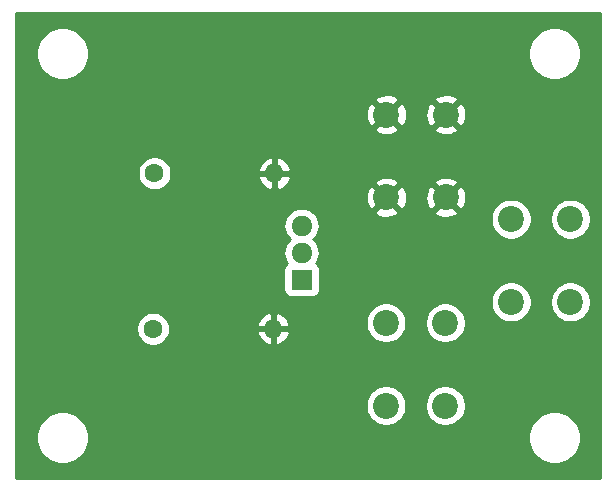
<source format=gbr>
G04 #@! TF.GenerationSoftware,KiCad,Pcbnew,(5.1.5)-3*
G04 #@! TF.CreationDate,2020-04-11T23:13:17-04:00*
G04 #@! TF.ProjectId,BurnWire_Circuit,4275726e-5769-4726-955f-436972637569,rev?*
G04 #@! TF.SameCoordinates,Original*
G04 #@! TF.FileFunction,Copper,L2,Bot*
G04 #@! TF.FilePolarity,Positive*
%FSLAX46Y46*%
G04 Gerber Fmt 4.6, Leading zero omitted, Abs format (unit mm)*
G04 Created by KiCad (PCBNEW (5.1.5)-3) date 2020-04-11 23:13:17*
%MOMM*%
%LPD*%
G04 APERTURE LIST*
%ADD10C,2.200000*%
%ADD11O,1.600000X1.600000*%
%ADD12C,1.600000*%
%ADD13O,1.800000X1.717500*%
%ADD14R,1.800000X1.717500*%
%ADD15C,0.254000*%
G04 APERTURE END LIST*
D10*
X199610000Y-82719600D03*
X204639200Y-82719600D03*
X204639200Y-89730000D03*
X199610000Y-89730000D03*
X199650000Y-65099600D03*
X204679200Y-65099600D03*
X204679200Y-72110000D03*
X199650000Y-72110000D03*
X210200000Y-73939600D03*
X215229200Y-73939600D03*
X215229200Y-80950000D03*
X210200000Y-80950000D03*
D11*
X190169800Y-70078600D03*
D12*
X180009800Y-70078600D03*
D11*
X190055500Y-83223100D03*
D12*
X179895500Y-83223100D03*
D13*
X192460000Y-74490000D03*
X192460000Y-76780000D03*
D14*
X192460000Y-79070000D03*
D15*
G36*
X217760163Y-95849871D02*
G01*
X168300000Y-95840130D01*
X168300000Y-92235872D01*
X169977000Y-92235872D01*
X169977000Y-92676128D01*
X170062890Y-93107925D01*
X170231369Y-93514669D01*
X170475962Y-93880729D01*
X170787271Y-94192038D01*
X171153331Y-94436631D01*
X171560075Y-94605110D01*
X171991872Y-94691000D01*
X172432128Y-94691000D01*
X172863925Y-94605110D01*
X173270669Y-94436631D01*
X173636729Y-94192038D01*
X173948038Y-93880729D01*
X174192631Y-93514669D01*
X174361110Y-93107925D01*
X174447000Y-92676128D01*
X174447000Y-92235872D01*
X211633000Y-92235872D01*
X211633000Y-92676128D01*
X211718890Y-93107925D01*
X211887369Y-93514669D01*
X212131962Y-93880729D01*
X212443271Y-94192038D01*
X212809331Y-94436631D01*
X213216075Y-94605110D01*
X213647872Y-94691000D01*
X214088128Y-94691000D01*
X214519925Y-94605110D01*
X214926669Y-94436631D01*
X215292729Y-94192038D01*
X215604038Y-93880729D01*
X215848631Y-93514669D01*
X216017110Y-93107925D01*
X216103000Y-92676128D01*
X216103000Y-92235872D01*
X216017110Y-91804075D01*
X215848631Y-91397331D01*
X215604038Y-91031271D01*
X215292729Y-90719962D01*
X214926669Y-90475369D01*
X214519925Y-90306890D01*
X214088128Y-90221000D01*
X213647872Y-90221000D01*
X213216075Y-90306890D01*
X212809331Y-90475369D01*
X212443271Y-90719962D01*
X212131962Y-91031271D01*
X211887369Y-91397331D01*
X211718890Y-91804075D01*
X211633000Y-92235872D01*
X174447000Y-92235872D01*
X174361110Y-91804075D01*
X174192631Y-91397331D01*
X173948038Y-91031271D01*
X173636729Y-90719962D01*
X173270669Y-90475369D01*
X172863925Y-90306890D01*
X172432128Y-90221000D01*
X171991872Y-90221000D01*
X171560075Y-90306890D01*
X171153331Y-90475369D01*
X170787271Y-90719962D01*
X170475962Y-91031271D01*
X170231369Y-91397331D01*
X170062890Y-91804075D01*
X169977000Y-92235872D01*
X168300000Y-92235872D01*
X168300000Y-89559117D01*
X197875000Y-89559117D01*
X197875000Y-89900883D01*
X197941675Y-90236081D01*
X198072463Y-90551831D01*
X198262337Y-90835998D01*
X198504002Y-91077663D01*
X198788169Y-91267537D01*
X199103919Y-91398325D01*
X199439117Y-91465000D01*
X199780883Y-91465000D01*
X200116081Y-91398325D01*
X200431831Y-91267537D01*
X200715998Y-91077663D01*
X200957663Y-90835998D01*
X201147537Y-90551831D01*
X201278325Y-90236081D01*
X201345000Y-89900883D01*
X201345000Y-89559117D01*
X202904200Y-89559117D01*
X202904200Y-89900883D01*
X202970875Y-90236081D01*
X203101663Y-90551831D01*
X203291537Y-90835998D01*
X203533202Y-91077663D01*
X203817369Y-91267537D01*
X204133119Y-91398325D01*
X204468317Y-91465000D01*
X204810083Y-91465000D01*
X205145281Y-91398325D01*
X205461031Y-91267537D01*
X205745198Y-91077663D01*
X205986863Y-90835998D01*
X206176737Y-90551831D01*
X206307525Y-90236081D01*
X206374200Y-89900883D01*
X206374200Y-89559117D01*
X206307525Y-89223919D01*
X206176737Y-88908169D01*
X205986863Y-88624002D01*
X205745198Y-88382337D01*
X205461031Y-88192463D01*
X205145281Y-88061675D01*
X204810083Y-87995000D01*
X204468317Y-87995000D01*
X204133119Y-88061675D01*
X203817369Y-88192463D01*
X203533202Y-88382337D01*
X203291537Y-88624002D01*
X203101663Y-88908169D01*
X202970875Y-89223919D01*
X202904200Y-89559117D01*
X201345000Y-89559117D01*
X201278325Y-89223919D01*
X201147537Y-88908169D01*
X200957663Y-88624002D01*
X200715998Y-88382337D01*
X200431831Y-88192463D01*
X200116081Y-88061675D01*
X199780883Y-87995000D01*
X199439117Y-87995000D01*
X199103919Y-88061675D01*
X198788169Y-88192463D01*
X198504002Y-88382337D01*
X198262337Y-88624002D01*
X198072463Y-88908169D01*
X197941675Y-89223919D01*
X197875000Y-89559117D01*
X168300000Y-89559117D01*
X168300000Y-83081765D01*
X178460500Y-83081765D01*
X178460500Y-83364435D01*
X178515647Y-83641674D01*
X178623820Y-83902827D01*
X178780863Y-84137859D01*
X178980741Y-84337737D01*
X179215773Y-84494780D01*
X179476926Y-84602953D01*
X179754165Y-84658100D01*
X180036835Y-84658100D01*
X180314074Y-84602953D01*
X180575227Y-84494780D01*
X180810259Y-84337737D01*
X181010137Y-84137859D01*
X181167180Y-83902827D01*
X181275353Y-83641674D01*
X181289184Y-83572139D01*
X188663596Y-83572139D01*
X188704254Y-83706187D01*
X188824463Y-83960520D01*
X188991981Y-84186514D01*
X189200369Y-84375485D01*
X189441619Y-84520170D01*
X189706460Y-84615009D01*
X189928500Y-84493724D01*
X189928500Y-83350100D01*
X190182500Y-83350100D01*
X190182500Y-84493724D01*
X190404540Y-84615009D01*
X190669381Y-84520170D01*
X190910631Y-84375485D01*
X191119019Y-84186514D01*
X191286537Y-83960520D01*
X191406746Y-83706187D01*
X191447404Y-83572139D01*
X191325415Y-83350100D01*
X190182500Y-83350100D01*
X189928500Y-83350100D01*
X188785585Y-83350100D01*
X188663596Y-83572139D01*
X181289184Y-83572139D01*
X181330500Y-83364435D01*
X181330500Y-83081765D01*
X181289185Y-82874061D01*
X188663596Y-82874061D01*
X188785585Y-83096100D01*
X189928500Y-83096100D01*
X189928500Y-81952476D01*
X190182500Y-81952476D01*
X190182500Y-83096100D01*
X191325415Y-83096100D01*
X191447404Y-82874061D01*
X191406746Y-82740013D01*
X191316332Y-82548717D01*
X197875000Y-82548717D01*
X197875000Y-82890483D01*
X197941675Y-83225681D01*
X198072463Y-83541431D01*
X198262337Y-83825598D01*
X198504002Y-84067263D01*
X198788169Y-84257137D01*
X199103919Y-84387925D01*
X199439117Y-84454600D01*
X199780883Y-84454600D01*
X200116081Y-84387925D01*
X200431831Y-84257137D01*
X200715998Y-84067263D01*
X200957663Y-83825598D01*
X201147537Y-83541431D01*
X201278325Y-83225681D01*
X201345000Y-82890483D01*
X201345000Y-82548717D01*
X202904200Y-82548717D01*
X202904200Y-82890483D01*
X202970875Y-83225681D01*
X203101663Y-83541431D01*
X203291537Y-83825598D01*
X203533202Y-84067263D01*
X203817369Y-84257137D01*
X204133119Y-84387925D01*
X204468317Y-84454600D01*
X204810083Y-84454600D01*
X205145281Y-84387925D01*
X205461031Y-84257137D01*
X205745198Y-84067263D01*
X205986863Y-83825598D01*
X206176737Y-83541431D01*
X206307525Y-83225681D01*
X206374200Y-82890483D01*
X206374200Y-82548717D01*
X206307525Y-82213519D01*
X206176737Y-81897769D01*
X205986863Y-81613602D01*
X205745198Y-81371937D01*
X205461031Y-81182063D01*
X205145281Y-81051275D01*
X204810083Y-80984600D01*
X204468317Y-80984600D01*
X204133119Y-81051275D01*
X203817369Y-81182063D01*
X203533202Y-81371937D01*
X203291537Y-81613602D01*
X203101663Y-81897769D01*
X202970875Y-82213519D01*
X202904200Y-82548717D01*
X201345000Y-82548717D01*
X201278325Y-82213519D01*
X201147537Y-81897769D01*
X200957663Y-81613602D01*
X200715998Y-81371937D01*
X200431831Y-81182063D01*
X200116081Y-81051275D01*
X199780883Y-80984600D01*
X199439117Y-80984600D01*
X199103919Y-81051275D01*
X198788169Y-81182063D01*
X198504002Y-81371937D01*
X198262337Y-81613602D01*
X198072463Y-81897769D01*
X197941675Y-82213519D01*
X197875000Y-82548717D01*
X191316332Y-82548717D01*
X191286537Y-82485680D01*
X191119019Y-82259686D01*
X190910631Y-82070715D01*
X190669381Y-81926030D01*
X190404540Y-81831191D01*
X190182500Y-81952476D01*
X189928500Y-81952476D01*
X189706460Y-81831191D01*
X189441619Y-81926030D01*
X189200369Y-82070715D01*
X188991981Y-82259686D01*
X188824463Y-82485680D01*
X188704254Y-82740013D01*
X188663596Y-82874061D01*
X181289185Y-82874061D01*
X181275353Y-82804526D01*
X181167180Y-82543373D01*
X181010137Y-82308341D01*
X180810259Y-82108463D01*
X180575227Y-81951420D01*
X180314074Y-81843247D01*
X180036835Y-81788100D01*
X179754165Y-81788100D01*
X179476926Y-81843247D01*
X179215773Y-81951420D01*
X178980741Y-82108463D01*
X178780863Y-82308341D01*
X178623820Y-82543373D01*
X178515647Y-82804526D01*
X178460500Y-83081765D01*
X168300000Y-83081765D01*
X168300000Y-80779117D01*
X208465000Y-80779117D01*
X208465000Y-81120883D01*
X208531675Y-81456081D01*
X208662463Y-81771831D01*
X208852337Y-82055998D01*
X209094002Y-82297663D01*
X209378169Y-82487537D01*
X209693919Y-82618325D01*
X210029117Y-82685000D01*
X210370883Y-82685000D01*
X210706081Y-82618325D01*
X211021831Y-82487537D01*
X211305998Y-82297663D01*
X211547663Y-82055998D01*
X211737537Y-81771831D01*
X211868325Y-81456081D01*
X211935000Y-81120883D01*
X211935000Y-80779117D01*
X213494200Y-80779117D01*
X213494200Y-81120883D01*
X213560875Y-81456081D01*
X213691663Y-81771831D01*
X213881537Y-82055998D01*
X214123202Y-82297663D01*
X214407369Y-82487537D01*
X214723119Y-82618325D01*
X215058317Y-82685000D01*
X215400083Y-82685000D01*
X215735281Y-82618325D01*
X216051031Y-82487537D01*
X216335198Y-82297663D01*
X216576863Y-82055998D01*
X216766737Y-81771831D01*
X216897525Y-81456081D01*
X216964200Y-81120883D01*
X216964200Y-80779117D01*
X216897525Y-80443919D01*
X216766737Y-80128169D01*
X216576863Y-79844002D01*
X216335198Y-79602337D01*
X216051031Y-79412463D01*
X215735281Y-79281675D01*
X215400083Y-79215000D01*
X215058317Y-79215000D01*
X214723119Y-79281675D01*
X214407369Y-79412463D01*
X214123202Y-79602337D01*
X213881537Y-79844002D01*
X213691663Y-80128169D01*
X213560875Y-80443919D01*
X213494200Y-80779117D01*
X211935000Y-80779117D01*
X211868325Y-80443919D01*
X211737537Y-80128169D01*
X211547663Y-79844002D01*
X211305998Y-79602337D01*
X211021831Y-79412463D01*
X210706081Y-79281675D01*
X210370883Y-79215000D01*
X210029117Y-79215000D01*
X209693919Y-79281675D01*
X209378169Y-79412463D01*
X209094002Y-79602337D01*
X208852337Y-79844002D01*
X208662463Y-80128169D01*
X208531675Y-80443919D01*
X208465000Y-80779117D01*
X168300000Y-80779117D01*
X168300000Y-74490000D01*
X190917773Y-74490000D01*
X190946614Y-74782826D01*
X191032028Y-75064399D01*
X191170733Y-75323898D01*
X191357399Y-75551351D01*
X191459326Y-75635000D01*
X191357399Y-75718649D01*
X191170733Y-75946102D01*
X191032028Y-76205601D01*
X190946614Y-76487174D01*
X190917773Y-76780000D01*
X190946614Y-77072826D01*
X191032028Y-77354399D01*
X191170733Y-77613898D01*
X191219450Y-77673260D01*
X191205506Y-77680713D01*
X191108815Y-77760065D01*
X191029463Y-77856756D01*
X190970498Y-77967070D01*
X190934188Y-78086768D01*
X190921928Y-78211250D01*
X190921928Y-79928750D01*
X190934188Y-80053232D01*
X190970498Y-80172930D01*
X191029463Y-80283244D01*
X191108815Y-80379935D01*
X191205506Y-80459287D01*
X191315820Y-80518252D01*
X191435518Y-80554562D01*
X191560000Y-80566822D01*
X193360000Y-80566822D01*
X193484482Y-80554562D01*
X193604180Y-80518252D01*
X193714494Y-80459287D01*
X193811185Y-80379935D01*
X193890537Y-80283244D01*
X193949502Y-80172930D01*
X193985812Y-80053232D01*
X193998072Y-79928750D01*
X193998072Y-78211250D01*
X193985812Y-78086768D01*
X193949502Y-77967070D01*
X193890537Y-77856756D01*
X193811185Y-77760065D01*
X193714494Y-77680713D01*
X193700550Y-77673260D01*
X193749267Y-77613898D01*
X193887972Y-77354399D01*
X193973386Y-77072826D01*
X194002227Y-76780000D01*
X193973386Y-76487174D01*
X193887972Y-76205601D01*
X193749267Y-75946102D01*
X193562601Y-75718649D01*
X193460674Y-75635000D01*
X193562601Y-75551351D01*
X193749267Y-75323898D01*
X193887972Y-75064399D01*
X193973386Y-74782826D01*
X194002227Y-74490000D01*
X193973386Y-74197174D01*
X193887972Y-73915601D01*
X193749267Y-73656102D01*
X193562601Y-73428649D01*
X193426206Y-73316712D01*
X198622893Y-73316712D01*
X198730726Y-73591338D01*
X199037384Y-73742216D01*
X199367585Y-73830369D01*
X199708639Y-73852409D01*
X200047439Y-73807489D01*
X200370966Y-73697336D01*
X200569274Y-73591338D01*
X200677107Y-73316712D01*
X203652093Y-73316712D01*
X203759926Y-73591338D01*
X204066584Y-73742216D01*
X204396785Y-73830369D01*
X204737839Y-73852409D01*
X205076639Y-73807489D01*
X205190515Y-73768717D01*
X208465000Y-73768717D01*
X208465000Y-74110483D01*
X208531675Y-74445681D01*
X208662463Y-74761431D01*
X208852337Y-75045598D01*
X209094002Y-75287263D01*
X209378169Y-75477137D01*
X209693919Y-75607925D01*
X210029117Y-75674600D01*
X210370883Y-75674600D01*
X210706081Y-75607925D01*
X211021831Y-75477137D01*
X211305998Y-75287263D01*
X211547663Y-75045598D01*
X211737537Y-74761431D01*
X211868325Y-74445681D01*
X211935000Y-74110483D01*
X211935000Y-73768717D01*
X213494200Y-73768717D01*
X213494200Y-74110483D01*
X213560875Y-74445681D01*
X213691663Y-74761431D01*
X213881537Y-75045598D01*
X214123202Y-75287263D01*
X214407369Y-75477137D01*
X214723119Y-75607925D01*
X215058317Y-75674600D01*
X215400083Y-75674600D01*
X215735281Y-75607925D01*
X216051031Y-75477137D01*
X216335198Y-75287263D01*
X216576863Y-75045598D01*
X216766737Y-74761431D01*
X216897525Y-74445681D01*
X216964200Y-74110483D01*
X216964200Y-73768717D01*
X216897525Y-73433519D01*
X216766737Y-73117769D01*
X216576863Y-72833602D01*
X216335198Y-72591937D01*
X216051031Y-72402063D01*
X215735281Y-72271275D01*
X215400083Y-72204600D01*
X215058317Y-72204600D01*
X214723119Y-72271275D01*
X214407369Y-72402063D01*
X214123202Y-72591937D01*
X213881537Y-72833602D01*
X213691663Y-73117769D01*
X213560875Y-73433519D01*
X213494200Y-73768717D01*
X211935000Y-73768717D01*
X211868325Y-73433519D01*
X211737537Y-73117769D01*
X211547663Y-72833602D01*
X211305998Y-72591937D01*
X211021831Y-72402063D01*
X210706081Y-72271275D01*
X210370883Y-72204600D01*
X210029117Y-72204600D01*
X209693919Y-72271275D01*
X209378169Y-72402063D01*
X209094002Y-72591937D01*
X208852337Y-72833602D01*
X208662463Y-73117769D01*
X208531675Y-73433519D01*
X208465000Y-73768717D01*
X205190515Y-73768717D01*
X205400166Y-73697336D01*
X205598474Y-73591338D01*
X205706307Y-73316712D01*
X204679200Y-72289605D01*
X203652093Y-73316712D01*
X200677107Y-73316712D01*
X199650000Y-72289605D01*
X198622893Y-73316712D01*
X193426206Y-73316712D01*
X193335148Y-73241983D01*
X193075649Y-73103278D01*
X192794076Y-73017864D01*
X192574627Y-72996250D01*
X192345373Y-72996250D01*
X192125924Y-73017864D01*
X191844351Y-73103278D01*
X191584852Y-73241983D01*
X191357399Y-73428649D01*
X191170733Y-73656102D01*
X191032028Y-73915601D01*
X190946614Y-74197174D01*
X190917773Y-74490000D01*
X168300000Y-74490000D01*
X168300000Y-72168639D01*
X197907591Y-72168639D01*
X197952511Y-72507439D01*
X198062664Y-72830966D01*
X198168662Y-73029274D01*
X198443288Y-73137107D01*
X199470395Y-72110000D01*
X199829605Y-72110000D01*
X200856712Y-73137107D01*
X201131338Y-73029274D01*
X201282216Y-72722616D01*
X201370369Y-72392415D01*
X201384830Y-72168639D01*
X202936791Y-72168639D01*
X202981711Y-72507439D01*
X203091864Y-72830966D01*
X203197862Y-73029274D01*
X203472488Y-73137107D01*
X204499595Y-72110000D01*
X204858805Y-72110000D01*
X205885912Y-73137107D01*
X206160538Y-73029274D01*
X206311416Y-72722616D01*
X206399569Y-72392415D01*
X206421609Y-72051361D01*
X206376689Y-71712561D01*
X206266536Y-71389034D01*
X206160538Y-71190726D01*
X205885912Y-71082893D01*
X204858805Y-72110000D01*
X204499595Y-72110000D01*
X203472488Y-71082893D01*
X203197862Y-71190726D01*
X203046984Y-71497384D01*
X202958831Y-71827585D01*
X202936791Y-72168639D01*
X201384830Y-72168639D01*
X201392409Y-72051361D01*
X201347489Y-71712561D01*
X201237336Y-71389034D01*
X201131338Y-71190726D01*
X200856712Y-71082893D01*
X199829605Y-72110000D01*
X199470395Y-72110000D01*
X198443288Y-71082893D01*
X198168662Y-71190726D01*
X198017784Y-71497384D01*
X197929631Y-71827585D01*
X197907591Y-72168639D01*
X168300000Y-72168639D01*
X168300000Y-69937265D01*
X178574800Y-69937265D01*
X178574800Y-70219935D01*
X178629947Y-70497174D01*
X178738120Y-70758327D01*
X178895163Y-70993359D01*
X179095041Y-71193237D01*
X179330073Y-71350280D01*
X179591226Y-71458453D01*
X179868465Y-71513600D01*
X180151135Y-71513600D01*
X180428374Y-71458453D01*
X180689527Y-71350280D01*
X180924559Y-71193237D01*
X181124437Y-70993359D01*
X181281480Y-70758327D01*
X181389653Y-70497174D01*
X181403484Y-70427639D01*
X188777896Y-70427639D01*
X188818554Y-70561687D01*
X188938763Y-70816020D01*
X189106281Y-71042014D01*
X189314669Y-71230985D01*
X189555919Y-71375670D01*
X189820760Y-71470509D01*
X190042800Y-71349224D01*
X190042800Y-70205600D01*
X190296800Y-70205600D01*
X190296800Y-71349224D01*
X190518840Y-71470509D01*
X190783681Y-71375670D01*
X191024931Y-71230985D01*
X191233319Y-71042014D01*
X191336149Y-70903288D01*
X198622893Y-70903288D01*
X199650000Y-71930395D01*
X200677107Y-70903288D01*
X203652093Y-70903288D01*
X204679200Y-71930395D01*
X205706307Y-70903288D01*
X205598474Y-70628662D01*
X205291816Y-70477784D01*
X204961615Y-70389631D01*
X204620561Y-70367591D01*
X204281761Y-70412511D01*
X203958234Y-70522664D01*
X203759926Y-70628662D01*
X203652093Y-70903288D01*
X200677107Y-70903288D01*
X200569274Y-70628662D01*
X200262616Y-70477784D01*
X199932415Y-70389631D01*
X199591361Y-70367591D01*
X199252561Y-70412511D01*
X198929034Y-70522664D01*
X198730726Y-70628662D01*
X198622893Y-70903288D01*
X191336149Y-70903288D01*
X191400837Y-70816020D01*
X191521046Y-70561687D01*
X191561704Y-70427639D01*
X191439715Y-70205600D01*
X190296800Y-70205600D01*
X190042800Y-70205600D01*
X188899885Y-70205600D01*
X188777896Y-70427639D01*
X181403484Y-70427639D01*
X181444800Y-70219935D01*
X181444800Y-69937265D01*
X181403485Y-69729561D01*
X188777896Y-69729561D01*
X188899885Y-69951600D01*
X190042800Y-69951600D01*
X190042800Y-68807976D01*
X190296800Y-68807976D01*
X190296800Y-69951600D01*
X191439715Y-69951600D01*
X191561704Y-69729561D01*
X191521046Y-69595513D01*
X191400837Y-69341180D01*
X191233319Y-69115186D01*
X191024931Y-68926215D01*
X190783681Y-68781530D01*
X190518840Y-68686691D01*
X190296800Y-68807976D01*
X190042800Y-68807976D01*
X189820760Y-68686691D01*
X189555919Y-68781530D01*
X189314669Y-68926215D01*
X189106281Y-69115186D01*
X188938763Y-69341180D01*
X188818554Y-69595513D01*
X188777896Y-69729561D01*
X181403485Y-69729561D01*
X181389653Y-69660026D01*
X181281480Y-69398873D01*
X181124437Y-69163841D01*
X180924559Y-68963963D01*
X180689527Y-68806920D01*
X180428374Y-68698747D01*
X180151135Y-68643600D01*
X179868465Y-68643600D01*
X179591226Y-68698747D01*
X179330073Y-68806920D01*
X179095041Y-68963963D01*
X178895163Y-69163841D01*
X178738120Y-69398873D01*
X178629947Y-69660026D01*
X178574800Y-69937265D01*
X168300000Y-69937265D01*
X168300000Y-66306312D01*
X198622893Y-66306312D01*
X198730726Y-66580938D01*
X199037384Y-66731816D01*
X199367585Y-66819969D01*
X199708639Y-66842009D01*
X200047439Y-66797089D01*
X200370966Y-66686936D01*
X200569274Y-66580938D01*
X200677107Y-66306312D01*
X203652093Y-66306312D01*
X203759926Y-66580938D01*
X204066584Y-66731816D01*
X204396785Y-66819969D01*
X204737839Y-66842009D01*
X205076639Y-66797089D01*
X205400166Y-66686936D01*
X205598474Y-66580938D01*
X205706307Y-66306312D01*
X204679200Y-65279205D01*
X203652093Y-66306312D01*
X200677107Y-66306312D01*
X199650000Y-65279205D01*
X198622893Y-66306312D01*
X168300000Y-66306312D01*
X168300000Y-65158239D01*
X197907591Y-65158239D01*
X197952511Y-65497039D01*
X198062664Y-65820566D01*
X198168662Y-66018874D01*
X198443288Y-66126707D01*
X199470395Y-65099600D01*
X199829605Y-65099600D01*
X200856712Y-66126707D01*
X201131338Y-66018874D01*
X201282216Y-65712216D01*
X201370369Y-65382015D01*
X201384830Y-65158239D01*
X202936791Y-65158239D01*
X202981711Y-65497039D01*
X203091864Y-65820566D01*
X203197862Y-66018874D01*
X203472488Y-66126707D01*
X204499595Y-65099600D01*
X204858805Y-65099600D01*
X205885912Y-66126707D01*
X206160538Y-66018874D01*
X206311416Y-65712216D01*
X206399569Y-65382015D01*
X206421609Y-65040961D01*
X206376689Y-64702161D01*
X206266536Y-64378634D01*
X206160538Y-64180326D01*
X205885912Y-64072493D01*
X204858805Y-65099600D01*
X204499595Y-65099600D01*
X203472488Y-64072493D01*
X203197862Y-64180326D01*
X203046984Y-64486984D01*
X202958831Y-64817185D01*
X202936791Y-65158239D01*
X201384830Y-65158239D01*
X201392409Y-65040961D01*
X201347489Y-64702161D01*
X201237336Y-64378634D01*
X201131338Y-64180326D01*
X200856712Y-64072493D01*
X199829605Y-65099600D01*
X199470395Y-65099600D01*
X198443288Y-64072493D01*
X198168662Y-64180326D01*
X198017784Y-64486984D01*
X197929631Y-64817185D01*
X197907591Y-65158239D01*
X168300000Y-65158239D01*
X168300000Y-63892888D01*
X198622893Y-63892888D01*
X199650000Y-64919995D01*
X200677107Y-63892888D01*
X203652093Y-63892888D01*
X204679200Y-64919995D01*
X205706307Y-63892888D01*
X205598474Y-63618262D01*
X205291816Y-63467384D01*
X204961615Y-63379231D01*
X204620561Y-63357191D01*
X204281761Y-63402111D01*
X203958234Y-63512264D01*
X203759926Y-63618262D01*
X203652093Y-63892888D01*
X200677107Y-63892888D01*
X200569274Y-63618262D01*
X200262616Y-63467384D01*
X199932415Y-63379231D01*
X199591361Y-63357191D01*
X199252561Y-63402111D01*
X198929034Y-63512264D01*
X198730726Y-63618262D01*
X198622893Y-63892888D01*
X168300000Y-63892888D01*
X168300000Y-59723872D01*
X169977000Y-59723872D01*
X169977000Y-60164128D01*
X170062890Y-60595925D01*
X170231369Y-61002669D01*
X170475962Y-61368729D01*
X170787271Y-61680038D01*
X171153331Y-61924631D01*
X171560075Y-62093110D01*
X171991872Y-62179000D01*
X172432128Y-62179000D01*
X172863925Y-62093110D01*
X173270669Y-61924631D01*
X173636729Y-61680038D01*
X173948038Y-61368729D01*
X174192631Y-61002669D01*
X174361110Y-60595925D01*
X174447000Y-60164128D01*
X174447000Y-59723872D01*
X211633000Y-59723872D01*
X211633000Y-60164128D01*
X211718890Y-60595925D01*
X211887369Y-61002669D01*
X212131962Y-61368729D01*
X212443271Y-61680038D01*
X212809331Y-61924631D01*
X213216075Y-62093110D01*
X213647872Y-62179000D01*
X214088128Y-62179000D01*
X214519925Y-62093110D01*
X214926669Y-61924631D01*
X215292729Y-61680038D01*
X215604038Y-61368729D01*
X215848631Y-61002669D01*
X216017110Y-60595925D01*
X216103000Y-60164128D01*
X216103000Y-59723872D01*
X216017110Y-59292075D01*
X215848631Y-58885331D01*
X215604038Y-58519271D01*
X215292729Y-58207962D01*
X214926669Y-57963369D01*
X214519925Y-57794890D01*
X214088128Y-57709000D01*
X213647872Y-57709000D01*
X213216075Y-57794890D01*
X212809331Y-57963369D01*
X212443271Y-58207962D01*
X212131962Y-58519271D01*
X211887369Y-58885331D01*
X211718890Y-59292075D01*
X211633000Y-59723872D01*
X174447000Y-59723872D01*
X174361110Y-59292075D01*
X174192631Y-58885331D01*
X173948038Y-58519271D01*
X173636729Y-58207962D01*
X173270669Y-57963369D01*
X172863925Y-57794890D01*
X172432128Y-57709000D01*
X171991872Y-57709000D01*
X171560075Y-57794890D01*
X171153331Y-57963369D01*
X170787271Y-58207962D01*
X170475962Y-58519271D01*
X170231369Y-58885331D01*
X170062890Y-59292075D01*
X169977000Y-59723872D01*
X168300000Y-59723872D01*
X168300000Y-56530000D01*
X217769838Y-56530000D01*
X217760163Y-95849871D01*
G37*
X217760163Y-95849871D02*
X168300000Y-95840130D01*
X168300000Y-92235872D01*
X169977000Y-92235872D01*
X169977000Y-92676128D01*
X170062890Y-93107925D01*
X170231369Y-93514669D01*
X170475962Y-93880729D01*
X170787271Y-94192038D01*
X171153331Y-94436631D01*
X171560075Y-94605110D01*
X171991872Y-94691000D01*
X172432128Y-94691000D01*
X172863925Y-94605110D01*
X173270669Y-94436631D01*
X173636729Y-94192038D01*
X173948038Y-93880729D01*
X174192631Y-93514669D01*
X174361110Y-93107925D01*
X174447000Y-92676128D01*
X174447000Y-92235872D01*
X211633000Y-92235872D01*
X211633000Y-92676128D01*
X211718890Y-93107925D01*
X211887369Y-93514669D01*
X212131962Y-93880729D01*
X212443271Y-94192038D01*
X212809331Y-94436631D01*
X213216075Y-94605110D01*
X213647872Y-94691000D01*
X214088128Y-94691000D01*
X214519925Y-94605110D01*
X214926669Y-94436631D01*
X215292729Y-94192038D01*
X215604038Y-93880729D01*
X215848631Y-93514669D01*
X216017110Y-93107925D01*
X216103000Y-92676128D01*
X216103000Y-92235872D01*
X216017110Y-91804075D01*
X215848631Y-91397331D01*
X215604038Y-91031271D01*
X215292729Y-90719962D01*
X214926669Y-90475369D01*
X214519925Y-90306890D01*
X214088128Y-90221000D01*
X213647872Y-90221000D01*
X213216075Y-90306890D01*
X212809331Y-90475369D01*
X212443271Y-90719962D01*
X212131962Y-91031271D01*
X211887369Y-91397331D01*
X211718890Y-91804075D01*
X211633000Y-92235872D01*
X174447000Y-92235872D01*
X174361110Y-91804075D01*
X174192631Y-91397331D01*
X173948038Y-91031271D01*
X173636729Y-90719962D01*
X173270669Y-90475369D01*
X172863925Y-90306890D01*
X172432128Y-90221000D01*
X171991872Y-90221000D01*
X171560075Y-90306890D01*
X171153331Y-90475369D01*
X170787271Y-90719962D01*
X170475962Y-91031271D01*
X170231369Y-91397331D01*
X170062890Y-91804075D01*
X169977000Y-92235872D01*
X168300000Y-92235872D01*
X168300000Y-89559117D01*
X197875000Y-89559117D01*
X197875000Y-89900883D01*
X197941675Y-90236081D01*
X198072463Y-90551831D01*
X198262337Y-90835998D01*
X198504002Y-91077663D01*
X198788169Y-91267537D01*
X199103919Y-91398325D01*
X199439117Y-91465000D01*
X199780883Y-91465000D01*
X200116081Y-91398325D01*
X200431831Y-91267537D01*
X200715998Y-91077663D01*
X200957663Y-90835998D01*
X201147537Y-90551831D01*
X201278325Y-90236081D01*
X201345000Y-89900883D01*
X201345000Y-89559117D01*
X202904200Y-89559117D01*
X202904200Y-89900883D01*
X202970875Y-90236081D01*
X203101663Y-90551831D01*
X203291537Y-90835998D01*
X203533202Y-91077663D01*
X203817369Y-91267537D01*
X204133119Y-91398325D01*
X204468317Y-91465000D01*
X204810083Y-91465000D01*
X205145281Y-91398325D01*
X205461031Y-91267537D01*
X205745198Y-91077663D01*
X205986863Y-90835998D01*
X206176737Y-90551831D01*
X206307525Y-90236081D01*
X206374200Y-89900883D01*
X206374200Y-89559117D01*
X206307525Y-89223919D01*
X206176737Y-88908169D01*
X205986863Y-88624002D01*
X205745198Y-88382337D01*
X205461031Y-88192463D01*
X205145281Y-88061675D01*
X204810083Y-87995000D01*
X204468317Y-87995000D01*
X204133119Y-88061675D01*
X203817369Y-88192463D01*
X203533202Y-88382337D01*
X203291537Y-88624002D01*
X203101663Y-88908169D01*
X202970875Y-89223919D01*
X202904200Y-89559117D01*
X201345000Y-89559117D01*
X201278325Y-89223919D01*
X201147537Y-88908169D01*
X200957663Y-88624002D01*
X200715998Y-88382337D01*
X200431831Y-88192463D01*
X200116081Y-88061675D01*
X199780883Y-87995000D01*
X199439117Y-87995000D01*
X199103919Y-88061675D01*
X198788169Y-88192463D01*
X198504002Y-88382337D01*
X198262337Y-88624002D01*
X198072463Y-88908169D01*
X197941675Y-89223919D01*
X197875000Y-89559117D01*
X168300000Y-89559117D01*
X168300000Y-83081765D01*
X178460500Y-83081765D01*
X178460500Y-83364435D01*
X178515647Y-83641674D01*
X178623820Y-83902827D01*
X178780863Y-84137859D01*
X178980741Y-84337737D01*
X179215773Y-84494780D01*
X179476926Y-84602953D01*
X179754165Y-84658100D01*
X180036835Y-84658100D01*
X180314074Y-84602953D01*
X180575227Y-84494780D01*
X180810259Y-84337737D01*
X181010137Y-84137859D01*
X181167180Y-83902827D01*
X181275353Y-83641674D01*
X181289184Y-83572139D01*
X188663596Y-83572139D01*
X188704254Y-83706187D01*
X188824463Y-83960520D01*
X188991981Y-84186514D01*
X189200369Y-84375485D01*
X189441619Y-84520170D01*
X189706460Y-84615009D01*
X189928500Y-84493724D01*
X189928500Y-83350100D01*
X190182500Y-83350100D01*
X190182500Y-84493724D01*
X190404540Y-84615009D01*
X190669381Y-84520170D01*
X190910631Y-84375485D01*
X191119019Y-84186514D01*
X191286537Y-83960520D01*
X191406746Y-83706187D01*
X191447404Y-83572139D01*
X191325415Y-83350100D01*
X190182500Y-83350100D01*
X189928500Y-83350100D01*
X188785585Y-83350100D01*
X188663596Y-83572139D01*
X181289184Y-83572139D01*
X181330500Y-83364435D01*
X181330500Y-83081765D01*
X181289185Y-82874061D01*
X188663596Y-82874061D01*
X188785585Y-83096100D01*
X189928500Y-83096100D01*
X189928500Y-81952476D01*
X190182500Y-81952476D01*
X190182500Y-83096100D01*
X191325415Y-83096100D01*
X191447404Y-82874061D01*
X191406746Y-82740013D01*
X191316332Y-82548717D01*
X197875000Y-82548717D01*
X197875000Y-82890483D01*
X197941675Y-83225681D01*
X198072463Y-83541431D01*
X198262337Y-83825598D01*
X198504002Y-84067263D01*
X198788169Y-84257137D01*
X199103919Y-84387925D01*
X199439117Y-84454600D01*
X199780883Y-84454600D01*
X200116081Y-84387925D01*
X200431831Y-84257137D01*
X200715998Y-84067263D01*
X200957663Y-83825598D01*
X201147537Y-83541431D01*
X201278325Y-83225681D01*
X201345000Y-82890483D01*
X201345000Y-82548717D01*
X202904200Y-82548717D01*
X202904200Y-82890483D01*
X202970875Y-83225681D01*
X203101663Y-83541431D01*
X203291537Y-83825598D01*
X203533202Y-84067263D01*
X203817369Y-84257137D01*
X204133119Y-84387925D01*
X204468317Y-84454600D01*
X204810083Y-84454600D01*
X205145281Y-84387925D01*
X205461031Y-84257137D01*
X205745198Y-84067263D01*
X205986863Y-83825598D01*
X206176737Y-83541431D01*
X206307525Y-83225681D01*
X206374200Y-82890483D01*
X206374200Y-82548717D01*
X206307525Y-82213519D01*
X206176737Y-81897769D01*
X205986863Y-81613602D01*
X205745198Y-81371937D01*
X205461031Y-81182063D01*
X205145281Y-81051275D01*
X204810083Y-80984600D01*
X204468317Y-80984600D01*
X204133119Y-81051275D01*
X203817369Y-81182063D01*
X203533202Y-81371937D01*
X203291537Y-81613602D01*
X203101663Y-81897769D01*
X202970875Y-82213519D01*
X202904200Y-82548717D01*
X201345000Y-82548717D01*
X201278325Y-82213519D01*
X201147537Y-81897769D01*
X200957663Y-81613602D01*
X200715998Y-81371937D01*
X200431831Y-81182063D01*
X200116081Y-81051275D01*
X199780883Y-80984600D01*
X199439117Y-80984600D01*
X199103919Y-81051275D01*
X198788169Y-81182063D01*
X198504002Y-81371937D01*
X198262337Y-81613602D01*
X198072463Y-81897769D01*
X197941675Y-82213519D01*
X197875000Y-82548717D01*
X191316332Y-82548717D01*
X191286537Y-82485680D01*
X191119019Y-82259686D01*
X190910631Y-82070715D01*
X190669381Y-81926030D01*
X190404540Y-81831191D01*
X190182500Y-81952476D01*
X189928500Y-81952476D01*
X189706460Y-81831191D01*
X189441619Y-81926030D01*
X189200369Y-82070715D01*
X188991981Y-82259686D01*
X188824463Y-82485680D01*
X188704254Y-82740013D01*
X188663596Y-82874061D01*
X181289185Y-82874061D01*
X181275353Y-82804526D01*
X181167180Y-82543373D01*
X181010137Y-82308341D01*
X180810259Y-82108463D01*
X180575227Y-81951420D01*
X180314074Y-81843247D01*
X180036835Y-81788100D01*
X179754165Y-81788100D01*
X179476926Y-81843247D01*
X179215773Y-81951420D01*
X178980741Y-82108463D01*
X178780863Y-82308341D01*
X178623820Y-82543373D01*
X178515647Y-82804526D01*
X178460500Y-83081765D01*
X168300000Y-83081765D01*
X168300000Y-80779117D01*
X208465000Y-80779117D01*
X208465000Y-81120883D01*
X208531675Y-81456081D01*
X208662463Y-81771831D01*
X208852337Y-82055998D01*
X209094002Y-82297663D01*
X209378169Y-82487537D01*
X209693919Y-82618325D01*
X210029117Y-82685000D01*
X210370883Y-82685000D01*
X210706081Y-82618325D01*
X211021831Y-82487537D01*
X211305998Y-82297663D01*
X211547663Y-82055998D01*
X211737537Y-81771831D01*
X211868325Y-81456081D01*
X211935000Y-81120883D01*
X211935000Y-80779117D01*
X213494200Y-80779117D01*
X213494200Y-81120883D01*
X213560875Y-81456081D01*
X213691663Y-81771831D01*
X213881537Y-82055998D01*
X214123202Y-82297663D01*
X214407369Y-82487537D01*
X214723119Y-82618325D01*
X215058317Y-82685000D01*
X215400083Y-82685000D01*
X215735281Y-82618325D01*
X216051031Y-82487537D01*
X216335198Y-82297663D01*
X216576863Y-82055998D01*
X216766737Y-81771831D01*
X216897525Y-81456081D01*
X216964200Y-81120883D01*
X216964200Y-80779117D01*
X216897525Y-80443919D01*
X216766737Y-80128169D01*
X216576863Y-79844002D01*
X216335198Y-79602337D01*
X216051031Y-79412463D01*
X215735281Y-79281675D01*
X215400083Y-79215000D01*
X215058317Y-79215000D01*
X214723119Y-79281675D01*
X214407369Y-79412463D01*
X214123202Y-79602337D01*
X213881537Y-79844002D01*
X213691663Y-80128169D01*
X213560875Y-80443919D01*
X213494200Y-80779117D01*
X211935000Y-80779117D01*
X211868325Y-80443919D01*
X211737537Y-80128169D01*
X211547663Y-79844002D01*
X211305998Y-79602337D01*
X211021831Y-79412463D01*
X210706081Y-79281675D01*
X210370883Y-79215000D01*
X210029117Y-79215000D01*
X209693919Y-79281675D01*
X209378169Y-79412463D01*
X209094002Y-79602337D01*
X208852337Y-79844002D01*
X208662463Y-80128169D01*
X208531675Y-80443919D01*
X208465000Y-80779117D01*
X168300000Y-80779117D01*
X168300000Y-74490000D01*
X190917773Y-74490000D01*
X190946614Y-74782826D01*
X191032028Y-75064399D01*
X191170733Y-75323898D01*
X191357399Y-75551351D01*
X191459326Y-75635000D01*
X191357399Y-75718649D01*
X191170733Y-75946102D01*
X191032028Y-76205601D01*
X190946614Y-76487174D01*
X190917773Y-76780000D01*
X190946614Y-77072826D01*
X191032028Y-77354399D01*
X191170733Y-77613898D01*
X191219450Y-77673260D01*
X191205506Y-77680713D01*
X191108815Y-77760065D01*
X191029463Y-77856756D01*
X190970498Y-77967070D01*
X190934188Y-78086768D01*
X190921928Y-78211250D01*
X190921928Y-79928750D01*
X190934188Y-80053232D01*
X190970498Y-80172930D01*
X191029463Y-80283244D01*
X191108815Y-80379935D01*
X191205506Y-80459287D01*
X191315820Y-80518252D01*
X191435518Y-80554562D01*
X191560000Y-80566822D01*
X193360000Y-80566822D01*
X193484482Y-80554562D01*
X193604180Y-80518252D01*
X193714494Y-80459287D01*
X193811185Y-80379935D01*
X193890537Y-80283244D01*
X193949502Y-80172930D01*
X193985812Y-80053232D01*
X193998072Y-79928750D01*
X193998072Y-78211250D01*
X193985812Y-78086768D01*
X193949502Y-77967070D01*
X193890537Y-77856756D01*
X193811185Y-77760065D01*
X193714494Y-77680713D01*
X193700550Y-77673260D01*
X193749267Y-77613898D01*
X193887972Y-77354399D01*
X193973386Y-77072826D01*
X194002227Y-76780000D01*
X193973386Y-76487174D01*
X193887972Y-76205601D01*
X193749267Y-75946102D01*
X193562601Y-75718649D01*
X193460674Y-75635000D01*
X193562601Y-75551351D01*
X193749267Y-75323898D01*
X193887972Y-75064399D01*
X193973386Y-74782826D01*
X194002227Y-74490000D01*
X193973386Y-74197174D01*
X193887972Y-73915601D01*
X193749267Y-73656102D01*
X193562601Y-73428649D01*
X193426206Y-73316712D01*
X198622893Y-73316712D01*
X198730726Y-73591338D01*
X199037384Y-73742216D01*
X199367585Y-73830369D01*
X199708639Y-73852409D01*
X200047439Y-73807489D01*
X200370966Y-73697336D01*
X200569274Y-73591338D01*
X200677107Y-73316712D01*
X203652093Y-73316712D01*
X203759926Y-73591338D01*
X204066584Y-73742216D01*
X204396785Y-73830369D01*
X204737839Y-73852409D01*
X205076639Y-73807489D01*
X205190515Y-73768717D01*
X208465000Y-73768717D01*
X208465000Y-74110483D01*
X208531675Y-74445681D01*
X208662463Y-74761431D01*
X208852337Y-75045598D01*
X209094002Y-75287263D01*
X209378169Y-75477137D01*
X209693919Y-75607925D01*
X210029117Y-75674600D01*
X210370883Y-75674600D01*
X210706081Y-75607925D01*
X211021831Y-75477137D01*
X211305998Y-75287263D01*
X211547663Y-75045598D01*
X211737537Y-74761431D01*
X211868325Y-74445681D01*
X211935000Y-74110483D01*
X211935000Y-73768717D01*
X213494200Y-73768717D01*
X213494200Y-74110483D01*
X213560875Y-74445681D01*
X213691663Y-74761431D01*
X213881537Y-75045598D01*
X214123202Y-75287263D01*
X214407369Y-75477137D01*
X214723119Y-75607925D01*
X215058317Y-75674600D01*
X215400083Y-75674600D01*
X215735281Y-75607925D01*
X216051031Y-75477137D01*
X216335198Y-75287263D01*
X216576863Y-75045598D01*
X216766737Y-74761431D01*
X216897525Y-74445681D01*
X216964200Y-74110483D01*
X216964200Y-73768717D01*
X216897525Y-73433519D01*
X216766737Y-73117769D01*
X216576863Y-72833602D01*
X216335198Y-72591937D01*
X216051031Y-72402063D01*
X215735281Y-72271275D01*
X215400083Y-72204600D01*
X215058317Y-72204600D01*
X214723119Y-72271275D01*
X214407369Y-72402063D01*
X214123202Y-72591937D01*
X213881537Y-72833602D01*
X213691663Y-73117769D01*
X213560875Y-73433519D01*
X213494200Y-73768717D01*
X211935000Y-73768717D01*
X211868325Y-73433519D01*
X211737537Y-73117769D01*
X211547663Y-72833602D01*
X211305998Y-72591937D01*
X211021831Y-72402063D01*
X210706081Y-72271275D01*
X210370883Y-72204600D01*
X210029117Y-72204600D01*
X209693919Y-72271275D01*
X209378169Y-72402063D01*
X209094002Y-72591937D01*
X208852337Y-72833602D01*
X208662463Y-73117769D01*
X208531675Y-73433519D01*
X208465000Y-73768717D01*
X205190515Y-73768717D01*
X205400166Y-73697336D01*
X205598474Y-73591338D01*
X205706307Y-73316712D01*
X204679200Y-72289605D01*
X203652093Y-73316712D01*
X200677107Y-73316712D01*
X199650000Y-72289605D01*
X198622893Y-73316712D01*
X193426206Y-73316712D01*
X193335148Y-73241983D01*
X193075649Y-73103278D01*
X192794076Y-73017864D01*
X192574627Y-72996250D01*
X192345373Y-72996250D01*
X192125924Y-73017864D01*
X191844351Y-73103278D01*
X191584852Y-73241983D01*
X191357399Y-73428649D01*
X191170733Y-73656102D01*
X191032028Y-73915601D01*
X190946614Y-74197174D01*
X190917773Y-74490000D01*
X168300000Y-74490000D01*
X168300000Y-72168639D01*
X197907591Y-72168639D01*
X197952511Y-72507439D01*
X198062664Y-72830966D01*
X198168662Y-73029274D01*
X198443288Y-73137107D01*
X199470395Y-72110000D01*
X199829605Y-72110000D01*
X200856712Y-73137107D01*
X201131338Y-73029274D01*
X201282216Y-72722616D01*
X201370369Y-72392415D01*
X201384830Y-72168639D01*
X202936791Y-72168639D01*
X202981711Y-72507439D01*
X203091864Y-72830966D01*
X203197862Y-73029274D01*
X203472488Y-73137107D01*
X204499595Y-72110000D01*
X204858805Y-72110000D01*
X205885912Y-73137107D01*
X206160538Y-73029274D01*
X206311416Y-72722616D01*
X206399569Y-72392415D01*
X206421609Y-72051361D01*
X206376689Y-71712561D01*
X206266536Y-71389034D01*
X206160538Y-71190726D01*
X205885912Y-71082893D01*
X204858805Y-72110000D01*
X204499595Y-72110000D01*
X203472488Y-71082893D01*
X203197862Y-71190726D01*
X203046984Y-71497384D01*
X202958831Y-71827585D01*
X202936791Y-72168639D01*
X201384830Y-72168639D01*
X201392409Y-72051361D01*
X201347489Y-71712561D01*
X201237336Y-71389034D01*
X201131338Y-71190726D01*
X200856712Y-71082893D01*
X199829605Y-72110000D01*
X199470395Y-72110000D01*
X198443288Y-71082893D01*
X198168662Y-71190726D01*
X198017784Y-71497384D01*
X197929631Y-71827585D01*
X197907591Y-72168639D01*
X168300000Y-72168639D01*
X168300000Y-69937265D01*
X178574800Y-69937265D01*
X178574800Y-70219935D01*
X178629947Y-70497174D01*
X178738120Y-70758327D01*
X178895163Y-70993359D01*
X179095041Y-71193237D01*
X179330073Y-71350280D01*
X179591226Y-71458453D01*
X179868465Y-71513600D01*
X180151135Y-71513600D01*
X180428374Y-71458453D01*
X180689527Y-71350280D01*
X180924559Y-71193237D01*
X181124437Y-70993359D01*
X181281480Y-70758327D01*
X181389653Y-70497174D01*
X181403484Y-70427639D01*
X188777896Y-70427639D01*
X188818554Y-70561687D01*
X188938763Y-70816020D01*
X189106281Y-71042014D01*
X189314669Y-71230985D01*
X189555919Y-71375670D01*
X189820760Y-71470509D01*
X190042800Y-71349224D01*
X190042800Y-70205600D01*
X190296800Y-70205600D01*
X190296800Y-71349224D01*
X190518840Y-71470509D01*
X190783681Y-71375670D01*
X191024931Y-71230985D01*
X191233319Y-71042014D01*
X191336149Y-70903288D01*
X198622893Y-70903288D01*
X199650000Y-71930395D01*
X200677107Y-70903288D01*
X203652093Y-70903288D01*
X204679200Y-71930395D01*
X205706307Y-70903288D01*
X205598474Y-70628662D01*
X205291816Y-70477784D01*
X204961615Y-70389631D01*
X204620561Y-70367591D01*
X204281761Y-70412511D01*
X203958234Y-70522664D01*
X203759926Y-70628662D01*
X203652093Y-70903288D01*
X200677107Y-70903288D01*
X200569274Y-70628662D01*
X200262616Y-70477784D01*
X199932415Y-70389631D01*
X199591361Y-70367591D01*
X199252561Y-70412511D01*
X198929034Y-70522664D01*
X198730726Y-70628662D01*
X198622893Y-70903288D01*
X191336149Y-70903288D01*
X191400837Y-70816020D01*
X191521046Y-70561687D01*
X191561704Y-70427639D01*
X191439715Y-70205600D01*
X190296800Y-70205600D01*
X190042800Y-70205600D01*
X188899885Y-70205600D01*
X188777896Y-70427639D01*
X181403484Y-70427639D01*
X181444800Y-70219935D01*
X181444800Y-69937265D01*
X181403485Y-69729561D01*
X188777896Y-69729561D01*
X188899885Y-69951600D01*
X190042800Y-69951600D01*
X190042800Y-68807976D01*
X190296800Y-68807976D01*
X190296800Y-69951600D01*
X191439715Y-69951600D01*
X191561704Y-69729561D01*
X191521046Y-69595513D01*
X191400837Y-69341180D01*
X191233319Y-69115186D01*
X191024931Y-68926215D01*
X190783681Y-68781530D01*
X190518840Y-68686691D01*
X190296800Y-68807976D01*
X190042800Y-68807976D01*
X189820760Y-68686691D01*
X189555919Y-68781530D01*
X189314669Y-68926215D01*
X189106281Y-69115186D01*
X188938763Y-69341180D01*
X188818554Y-69595513D01*
X188777896Y-69729561D01*
X181403485Y-69729561D01*
X181389653Y-69660026D01*
X181281480Y-69398873D01*
X181124437Y-69163841D01*
X180924559Y-68963963D01*
X180689527Y-68806920D01*
X180428374Y-68698747D01*
X180151135Y-68643600D01*
X179868465Y-68643600D01*
X179591226Y-68698747D01*
X179330073Y-68806920D01*
X179095041Y-68963963D01*
X178895163Y-69163841D01*
X178738120Y-69398873D01*
X178629947Y-69660026D01*
X178574800Y-69937265D01*
X168300000Y-69937265D01*
X168300000Y-66306312D01*
X198622893Y-66306312D01*
X198730726Y-66580938D01*
X199037384Y-66731816D01*
X199367585Y-66819969D01*
X199708639Y-66842009D01*
X200047439Y-66797089D01*
X200370966Y-66686936D01*
X200569274Y-66580938D01*
X200677107Y-66306312D01*
X203652093Y-66306312D01*
X203759926Y-66580938D01*
X204066584Y-66731816D01*
X204396785Y-66819969D01*
X204737839Y-66842009D01*
X205076639Y-66797089D01*
X205400166Y-66686936D01*
X205598474Y-66580938D01*
X205706307Y-66306312D01*
X204679200Y-65279205D01*
X203652093Y-66306312D01*
X200677107Y-66306312D01*
X199650000Y-65279205D01*
X198622893Y-66306312D01*
X168300000Y-66306312D01*
X168300000Y-65158239D01*
X197907591Y-65158239D01*
X197952511Y-65497039D01*
X198062664Y-65820566D01*
X198168662Y-66018874D01*
X198443288Y-66126707D01*
X199470395Y-65099600D01*
X199829605Y-65099600D01*
X200856712Y-66126707D01*
X201131338Y-66018874D01*
X201282216Y-65712216D01*
X201370369Y-65382015D01*
X201384830Y-65158239D01*
X202936791Y-65158239D01*
X202981711Y-65497039D01*
X203091864Y-65820566D01*
X203197862Y-66018874D01*
X203472488Y-66126707D01*
X204499595Y-65099600D01*
X204858805Y-65099600D01*
X205885912Y-66126707D01*
X206160538Y-66018874D01*
X206311416Y-65712216D01*
X206399569Y-65382015D01*
X206421609Y-65040961D01*
X206376689Y-64702161D01*
X206266536Y-64378634D01*
X206160538Y-64180326D01*
X205885912Y-64072493D01*
X204858805Y-65099600D01*
X204499595Y-65099600D01*
X203472488Y-64072493D01*
X203197862Y-64180326D01*
X203046984Y-64486984D01*
X202958831Y-64817185D01*
X202936791Y-65158239D01*
X201384830Y-65158239D01*
X201392409Y-65040961D01*
X201347489Y-64702161D01*
X201237336Y-64378634D01*
X201131338Y-64180326D01*
X200856712Y-64072493D01*
X199829605Y-65099600D01*
X199470395Y-65099600D01*
X198443288Y-64072493D01*
X198168662Y-64180326D01*
X198017784Y-64486984D01*
X197929631Y-64817185D01*
X197907591Y-65158239D01*
X168300000Y-65158239D01*
X168300000Y-63892888D01*
X198622893Y-63892888D01*
X199650000Y-64919995D01*
X200677107Y-63892888D01*
X203652093Y-63892888D01*
X204679200Y-64919995D01*
X205706307Y-63892888D01*
X205598474Y-63618262D01*
X205291816Y-63467384D01*
X204961615Y-63379231D01*
X204620561Y-63357191D01*
X204281761Y-63402111D01*
X203958234Y-63512264D01*
X203759926Y-63618262D01*
X203652093Y-63892888D01*
X200677107Y-63892888D01*
X200569274Y-63618262D01*
X200262616Y-63467384D01*
X199932415Y-63379231D01*
X199591361Y-63357191D01*
X199252561Y-63402111D01*
X198929034Y-63512264D01*
X198730726Y-63618262D01*
X198622893Y-63892888D01*
X168300000Y-63892888D01*
X168300000Y-59723872D01*
X169977000Y-59723872D01*
X169977000Y-60164128D01*
X170062890Y-60595925D01*
X170231369Y-61002669D01*
X170475962Y-61368729D01*
X170787271Y-61680038D01*
X171153331Y-61924631D01*
X171560075Y-62093110D01*
X171991872Y-62179000D01*
X172432128Y-62179000D01*
X172863925Y-62093110D01*
X173270669Y-61924631D01*
X173636729Y-61680038D01*
X173948038Y-61368729D01*
X174192631Y-61002669D01*
X174361110Y-60595925D01*
X174447000Y-60164128D01*
X174447000Y-59723872D01*
X211633000Y-59723872D01*
X211633000Y-60164128D01*
X211718890Y-60595925D01*
X211887369Y-61002669D01*
X212131962Y-61368729D01*
X212443271Y-61680038D01*
X212809331Y-61924631D01*
X213216075Y-62093110D01*
X213647872Y-62179000D01*
X214088128Y-62179000D01*
X214519925Y-62093110D01*
X214926669Y-61924631D01*
X215292729Y-61680038D01*
X215604038Y-61368729D01*
X215848631Y-61002669D01*
X216017110Y-60595925D01*
X216103000Y-60164128D01*
X216103000Y-59723872D01*
X216017110Y-59292075D01*
X215848631Y-58885331D01*
X215604038Y-58519271D01*
X215292729Y-58207962D01*
X214926669Y-57963369D01*
X214519925Y-57794890D01*
X214088128Y-57709000D01*
X213647872Y-57709000D01*
X213216075Y-57794890D01*
X212809331Y-57963369D01*
X212443271Y-58207962D01*
X212131962Y-58519271D01*
X211887369Y-58885331D01*
X211718890Y-59292075D01*
X211633000Y-59723872D01*
X174447000Y-59723872D01*
X174361110Y-59292075D01*
X174192631Y-58885331D01*
X173948038Y-58519271D01*
X173636729Y-58207962D01*
X173270669Y-57963369D01*
X172863925Y-57794890D01*
X172432128Y-57709000D01*
X171991872Y-57709000D01*
X171560075Y-57794890D01*
X171153331Y-57963369D01*
X170787271Y-58207962D01*
X170475962Y-58519271D01*
X170231369Y-58885331D01*
X170062890Y-59292075D01*
X169977000Y-59723872D01*
X168300000Y-59723872D01*
X168300000Y-56530000D01*
X217769838Y-56530000D01*
X217760163Y-95849871D01*
G36*
X217760163Y-95849871D02*
G01*
X168300000Y-95840130D01*
X168300000Y-92235872D01*
X169977000Y-92235872D01*
X169977000Y-92676128D01*
X170062890Y-93107925D01*
X170231369Y-93514669D01*
X170475962Y-93880729D01*
X170787271Y-94192038D01*
X171153331Y-94436631D01*
X171560075Y-94605110D01*
X171991872Y-94691000D01*
X172432128Y-94691000D01*
X172863925Y-94605110D01*
X173270669Y-94436631D01*
X173636729Y-94192038D01*
X173948038Y-93880729D01*
X174192631Y-93514669D01*
X174361110Y-93107925D01*
X174447000Y-92676128D01*
X174447000Y-92235872D01*
X211633000Y-92235872D01*
X211633000Y-92676128D01*
X211718890Y-93107925D01*
X211887369Y-93514669D01*
X212131962Y-93880729D01*
X212443271Y-94192038D01*
X212809331Y-94436631D01*
X213216075Y-94605110D01*
X213647872Y-94691000D01*
X214088128Y-94691000D01*
X214519925Y-94605110D01*
X214926669Y-94436631D01*
X215292729Y-94192038D01*
X215604038Y-93880729D01*
X215848631Y-93514669D01*
X216017110Y-93107925D01*
X216103000Y-92676128D01*
X216103000Y-92235872D01*
X216017110Y-91804075D01*
X215848631Y-91397331D01*
X215604038Y-91031271D01*
X215292729Y-90719962D01*
X214926669Y-90475369D01*
X214519925Y-90306890D01*
X214088128Y-90221000D01*
X213647872Y-90221000D01*
X213216075Y-90306890D01*
X212809331Y-90475369D01*
X212443271Y-90719962D01*
X212131962Y-91031271D01*
X211887369Y-91397331D01*
X211718890Y-91804075D01*
X211633000Y-92235872D01*
X174447000Y-92235872D01*
X174361110Y-91804075D01*
X174192631Y-91397331D01*
X173948038Y-91031271D01*
X173636729Y-90719962D01*
X173270669Y-90475369D01*
X172863925Y-90306890D01*
X172432128Y-90221000D01*
X171991872Y-90221000D01*
X171560075Y-90306890D01*
X171153331Y-90475369D01*
X170787271Y-90719962D01*
X170475962Y-91031271D01*
X170231369Y-91397331D01*
X170062890Y-91804075D01*
X169977000Y-92235872D01*
X168300000Y-92235872D01*
X168300000Y-89559117D01*
X197875000Y-89559117D01*
X197875000Y-89900883D01*
X197941675Y-90236081D01*
X198072463Y-90551831D01*
X198262337Y-90835998D01*
X198504002Y-91077663D01*
X198788169Y-91267537D01*
X199103919Y-91398325D01*
X199439117Y-91465000D01*
X199780883Y-91465000D01*
X200116081Y-91398325D01*
X200431831Y-91267537D01*
X200715998Y-91077663D01*
X200957663Y-90835998D01*
X201147537Y-90551831D01*
X201278325Y-90236081D01*
X201345000Y-89900883D01*
X201345000Y-89559117D01*
X202904200Y-89559117D01*
X202904200Y-89900883D01*
X202970875Y-90236081D01*
X203101663Y-90551831D01*
X203291537Y-90835998D01*
X203533202Y-91077663D01*
X203817369Y-91267537D01*
X204133119Y-91398325D01*
X204468317Y-91465000D01*
X204810083Y-91465000D01*
X205145281Y-91398325D01*
X205461031Y-91267537D01*
X205745198Y-91077663D01*
X205986863Y-90835998D01*
X206176737Y-90551831D01*
X206307525Y-90236081D01*
X206374200Y-89900883D01*
X206374200Y-89559117D01*
X206307525Y-89223919D01*
X206176737Y-88908169D01*
X205986863Y-88624002D01*
X205745198Y-88382337D01*
X205461031Y-88192463D01*
X205145281Y-88061675D01*
X204810083Y-87995000D01*
X204468317Y-87995000D01*
X204133119Y-88061675D01*
X203817369Y-88192463D01*
X203533202Y-88382337D01*
X203291537Y-88624002D01*
X203101663Y-88908169D01*
X202970875Y-89223919D01*
X202904200Y-89559117D01*
X201345000Y-89559117D01*
X201278325Y-89223919D01*
X201147537Y-88908169D01*
X200957663Y-88624002D01*
X200715998Y-88382337D01*
X200431831Y-88192463D01*
X200116081Y-88061675D01*
X199780883Y-87995000D01*
X199439117Y-87995000D01*
X199103919Y-88061675D01*
X198788169Y-88192463D01*
X198504002Y-88382337D01*
X198262337Y-88624002D01*
X198072463Y-88908169D01*
X197941675Y-89223919D01*
X197875000Y-89559117D01*
X168300000Y-89559117D01*
X168300000Y-83081765D01*
X178460500Y-83081765D01*
X178460500Y-83364435D01*
X178515647Y-83641674D01*
X178623820Y-83902827D01*
X178780863Y-84137859D01*
X178980741Y-84337737D01*
X179215773Y-84494780D01*
X179476926Y-84602953D01*
X179754165Y-84658100D01*
X180036835Y-84658100D01*
X180314074Y-84602953D01*
X180575227Y-84494780D01*
X180810259Y-84337737D01*
X181010137Y-84137859D01*
X181167180Y-83902827D01*
X181275353Y-83641674D01*
X181289184Y-83572139D01*
X188663596Y-83572139D01*
X188704254Y-83706187D01*
X188824463Y-83960520D01*
X188991981Y-84186514D01*
X189200369Y-84375485D01*
X189441619Y-84520170D01*
X189706460Y-84615009D01*
X189928500Y-84493724D01*
X189928500Y-83350100D01*
X190182500Y-83350100D01*
X190182500Y-84493724D01*
X190404540Y-84615009D01*
X190669381Y-84520170D01*
X190910631Y-84375485D01*
X191119019Y-84186514D01*
X191286537Y-83960520D01*
X191406746Y-83706187D01*
X191447404Y-83572139D01*
X191325415Y-83350100D01*
X190182500Y-83350100D01*
X189928500Y-83350100D01*
X188785585Y-83350100D01*
X188663596Y-83572139D01*
X181289184Y-83572139D01*
X181330500Y-83364435D01*
X181330500Y-83081765D01*
X181289185Y-82874061D01*
X188663596Y-82874061D01*
X188785585Y-83096100D01*
X189928500Y-83096100D01*
X189928500Y-81952476D01*
X190182500Y-81952476D01*
X190182500Y-83096100D01*
X191325415Y-83096100D01*
X191447404Y-82874061D01*
X191406746Y-82740013D01*
X191316332Y-82548717D01*
X197875000Y-82548717D01*
X197875000Y-82890483D01*
X197941675Y-83225681D01*
X198072463Y-83541431D01*
X198262337Y-83825598D01*
X198504002Y-84067263D01*
X198788169Y-84257137D01*
X199103919Y-84387925D01*
X199439117Y-84454600D01*
X199780883Y-84454600D01*
X200116081Y-84387925D01*
X200431831Y-84257137D01*
X200715998Y-84067263D01*
X200957663Y-83825598D01*
X201147537Y-83541431D01*
X201278325Y-83225681D01*
X201345000Y-82890483D01*
X201345000Y-82548717D01*
X202904200Y-82548717D01*
X202904200Y-82890483D01*
X202970875Y-83225681D01*
X203101663Y-83541431D01*
X203291537Y-83825598D01*
X203533202Y-84067263D01*
X203817369Y-84257137D01*
X204133119Y-84387925D01*
X204468317Y-84454600D01*
X204810083Y-84454600D01*
X205145281Y-84387925D01*
X205461031Y-84257137D01*
X205745198Y-84067263D01*
X205986863Y-83825598D01*
X206176737Y-83541431D01*
X206307525Y-83225681D01*
X206374200Y-82890483D01*
X206374200Y-82548717D01*
X206307525Y-82213519D01*
X206176737Y-81897769D01*
X205986863Y-81613602D01*
X205745198Y-81371937D01*
X205461031Y-81182063D01*
X205145281Y-81051275D01*
X204810083Y-80984600D01*
X204468317Y-80984600D01*
X204133119Y-81051275D01*
X203817369Y-81182063D01*
X203533202Y-81371937D01*
X203291537Y-81613602D01*
X203101663Y-81897769D01*
X202970875Y-82213519D01*
X202904200Y-82548717D01*
X201345000Y-82548717D01*
X201278325Y-82213519D01*
X201147537Y-81897769D01*
X200957663Y-81613602D01*
X200715998Y-81371937D01*
X200431831Y-81182063D01*
X200116081Y-81051275D01*
X199780883Y-80984600D01*
X199439117Y-80984600D01*
X199103919Y-81051275D01*
X198788169Y-81182063D01*
X198504002Y-81371937D01*
X198262337Y-81613602D01*
X198072463Y-81897769D01*
X197941675Y-82213519D01*
X197875000Y-82548717D01*
X191316332Y-82548717D01*
X191286537Y-82485680D01*
X191119019Y-82259686D01*
X190910631Y-82070715D01*
X190669381Y-81926030D01*
X190404540Y-81831191D01*
X190182500Y-81952476D01*
X189928500Y-81952476D01*
X189706460Y-81831191D01*
X189441619Y-81926030D01*
X189200369Y-82070715D01*
X188991981Y-82259686D01*
X188824463Y-82485680D01*
X188704254Y-82740013D01*
X188663596Y-82874061D01*
X181289185Y-82874061D01*
X181275353Y-82804526D01*
X181167180Y-82543373D01*
X181010137Y-82308341D01*
X180810259Y-82108463D01*
X180575227Y-81951420D01*
X180314074Y-81843247D01*
X180036835Y-81788100D01*
X179754165Y-81788100D01*
X179476926Y-81843247D01*
X179215773Y-81951420D01*
X178980741Y-82108463D01*
X178780863Y-82308341D01*
X178623820Y-82543373D01*
X178515647Y-82804526D01*
X178460500Y-83081765D01*
X168300000Y-83081765D01*
X168300000Y-80779117D01*
X208465000Y-80779117D01*
X208465000Y-81120883D01*
X208531675Y-81456081D01*
X208662463Y-81771831D01*
X208852337Y-82055998D01*
X209094002Y-82297663D01*
X209378169Y-82487537D01*
X209693919Y-82618325D01*
X210029117Y-82685000D01*
X210370883Y-82685000D01*
X210706081Y-82618325D01*
X211021831Y-82487537D01*
X211305998Y-82297663D01*
X211547663Y-82055998D01*
X211737537Y-81771831D01*
X211868325Y-81456081D01*
X211935000Y-81120883D01*
X211935000Y-80779117D01*
X213494200Y-80779117D01*
X213494200Y-81120883D01*
X213560875Y-81456081D01*
X213691663Y-81771831D01*
X213881537Y-82055998D01*
X214123202Y-82297663D01*
X214407369Y-82487537D01*
X214723119Y-82618325D01*
X215058317Y-82685000D01*
X215400083Y-82685000D01*
X215735281Y-82618325D01*
X216051031Y-82487537D01*
X216335198Y-82297663D01*
X216576863Y-82055998D01*
X216766737Y-81771831D01*
X216897525Y-81456081D01*
X216964200Y-81120883D01*
X216964200Y-80779117D01*
X216897525Y-80443919D01*
X216766737Y-80128169D01*
X216576863Y-79844002D01*
X216335198Y-79602337D01*
X216051031Y-79412463D01*
X215735281Y-79281675D01*
X215400083Y-79215000D01*
X215058317Y-79215000D01*
X214723119Y-79281675D01*
X214407369Y-79412463D01*
X214123202Y-79602337D01*
X213881537Y-79844002D01*
X213691663Y-80128169D01*
X213560875Y-80443919D01*
X213494200Y-80779117D01*
X211935000Y-80779117D01*
X211868325Y-80443919D01*
X211737537Y-80128169D01*
X211547663Y-79844002D01*
X211305998Y-79602337D01*
X211021831Y-79412463D01*
X210706081Y-79281675D01*
X210370883Y-79215000D01*
X210029117Y-79215000D01*
X209693919Y-79281675D01*
X209378169Y-79412463D01*
X209094002Y-79602337D01*
X208852337Y-79844002D01*
X208662463Y-80128169D01*
X208531675Y-80443919D01*
X208465000Y-80779117D01*
X168300000Y-80779117D01*
X168300000Y-74490000D01*
X190917773Y-74490000D01*
X190946614Y-74782826D01*
X191032028Y-75064399D01*
X191170733Y-75323898D01*
X191357399Y-75551351D01*
X191459326Y-75635000D01*
X191357399Y-75718649D01*
X191170733Y-75946102D01*
X191032028Y-76205601D01*
X190946614Y-76487174D01*
X190917773Y-76780000D01*
X190946614Y-77072826D01*
X191032028Y-77354399D01*
X191170733Y-77613898D01*
X191219450Y-77673260D01*
X191205506Y-77680713D01*
X191108815Y-77760065D01*
X191029463Y-77856756D01*
X190970498Y-77967070D01*
X190934188Y-78086768D01*
X190921928Y-78211250D01*
X190921928Y-79928750D01*
X190934188Y-80053232D01*
X190970498Y-80172930D01*
X191029463Y-80283244D01*
X191108815Y-80379935D01*
X191205506Y-80459287D01*
X191315820Y-80518252D01*
X191435518Y-80554562D01*
X191560000Y-80566822D01*
X193360000Y-80566822D01*
X193484482Y-80554562D01*
X193604180Y-80518252D01*
X193714494Y-80459287D01*
X193811185Y-80379935D01*
X193890537Y-80283244D01*
X193949502Y-80172930D01*
X193985812Y-80053232D01*
X193998072Y-79928750D01*
X193998072Y-78211250D01*
X193985812Y-78086768D01*
X193949502Y-77967070D01*
X193890537Y-77856756D01*
X193811185Y-77760065D01*
X193714494Y-77680713D01*
X193700550Y-77673260D01*
X193749267Y-77613898D01*
X193887972Y-77354399D01*
X193973386Y-77072826D01*
X194002227Y-76780000D01*
X193973386Y-76487174D01*
X193887972Y-76205601D01*
X193749267Y-75946102D01*
X193562601Y-75718649D01*
X193460674Y-75635000D01*
X193562601Y-75551351D01*
X193749267Y-75323898D01*
X193887972Y-75064399D01*
X193973386Y-74782826D01*
X194002227Y-74490000D01*
X193973386Y-74197174D01*
X193887972Y-73915601D01*
X193749267Y-73656102D01*
X193562601Y-73428649D01*
X193426206Y-73316712D01*
X198622893Y-73316712D01*
X198730726Y-73591338D01*
X199037384Y-73742216D01*
X199367585Y-73830369D01*
X199708639Y-73852409D01*
X200047439Y-73807489D01*
X200370966Y-73697336D01*
X200569274Y-73591338D01*
X200677107Y-73316712D01*
X203652093Y-73316712D01*
X203759926Y-73591338D01*
X204066584Y-73742216D01*
X204396785Y-73830369D01*
X204737839Y-73852409D01*
X205076639Y-73807489D01*
X205190515Y-73768717D01*
X208465000Y-73768717D01*
X208465000Y-74110483D01*
X208531675Y-74445681D01*
X208662463Y-74761431D01*
X208852337Y-75045598D01*
X209094002Y-75287263D01*
X209378169Y-75477137D01*
X209693919Y-75607925D01*
X210029117Y-75674600D01*
X210370883Y-75674600D01*
X210706081Y-75607925D01*
X211021831Y-75477137D01*
X211305998Y-75287263D01*
X211547663Y-75045598D01*
X211737537Y-74761431D01*
X211868325Y-74445681D01*
X211935000Y-74110483D01*
X211935000Y-73768717D01*
X213494200Y-73768717D01*
X213494200Y-74110483D01*
X213560875Y-74445681D01*
X213691663Y-74761431D01*
X213881537Y-75045598D01*
X214123202Y-75287263D01*
X214407369Y-75477137D01*
X214723119Y-75607925D01*
X215058317Y-75674600D01*
X215400083Y-75674600D01*
X215735281Y-75607925D01*
X216051031Y-75477137D01*
X216335198Y-75287263D01*
X216576863Y-75045598D01*
X216766737Y-74761431D01*
X216897525Y-74445681D01*
X216964200Y-74110483D01*
X216964200Y-73768717D01*
X216897525Y-73433519D01*
X216766737Y-73117769D01*
X216576863Y-72833602D01*
X216335198Y-72591937D01*
X216051031Y-72402063D01*
X215735281Y-72271275D01*
X215400083Y-72204600D01*
X215058317Y-72204600D01*
X214723119Y-72271275D01*
X214407369Y-72402063D01*
X214123202Y-72591937D01*
X213881537Y-72833602D01*
X213691663Y-73117769D01*
X213560875Y-73433519D01*
X213494200Y-73768717D01*
X211935000Y-73768717D01*
X211868325Y-73433519D01*
X211737537Y-73117769D01*
X211547663Y-72833602D01*
X211305998Y-72591937D01*
X211021831Y-72402063D01*
X210706081Y-72271275D01*
X210370883Y-72204600D01*
X210029117Y-72204600D01*
X209693919Y-72271275D01*
X209378169Y-72402063D01*
X209094002Y-72591937D01*
X208852337Y-72833602D01*
X208662463Y-73117769D01*
X208531675Y-73433519D01*
X208465000Y-73768717D01*
X205190515Y-73768717D01*
X205400166Y-73697336D01*
X205598474Y-73591338D01*
X205706307Y-73316712D01*
X204679200Y-72289605D01*
X203652093Y-73316712D01*
X200677107Y-73316712D01*
X199650000Y-72289605D01*
X198622893Y-73316712D01*
X193426206Y-73316712D01*
X193335148Y-73241983D01*
X193075649Y-73103278D01*
X192794076Y-73017864D01*
X192574627Y-72996250D01*
X192345373Y-72996250D01*
X192125924Y-73017864D01*
X191844351Y-73103278D01*
X191584852Y-73241983D01*
X191357399Y-73428649D01*
X191170733Y-73656102D01*
X191032028Y-73915601D01*
X190946614Y-74197174D01*
X190917773Y-74490000D01*
X168300000Y-74490000D01*
X168300000Y-72168639D01*
X197907591Y-72168639D01*
X197952511Y-72507439D01*
X198062664Y-72830966D01*
X198168662Y-73029274D01*
X198443288Y-73137107D01*
X199470395Y-72110000D01*
X199829605Y-72110000D01*
X200856712Y-73137107D01*
X201131338Y-73029274D01*
X201282216Y-72722616D01*
X201370369Y-72392415D01*
X201384830Y-72168639D01*
X202936791Y-72168639D01*
X202981711Y-72507439D01*
X203091864Y-72830966D01*
X203197862Y-73029274D01*
X203472488Y-73137107D01*
X204499595Y-72110000D01*
X204858805Y-72110000D01*
X205885912Y-73137107D01*
X206160538Y-73029274D01*
X206311416Y-72722616D01*
X206399569Y-72392415D01*
X206421609Y-72051361D01*
X206376689Y-71712561D01*
X206266536Y-71389034D01*
X206160538Y-71190726D01*
X205885912Y-71082893D01*
X204858805Y-72110000D01*
X204499595Y-72110000D01*
X203472488Y-71082893D01*
X203197862Y-71190726D01*
X203046984Y-71497384D01*
X202958831Y-71827585D01*
X202936791Y-72168639D01*
X201384830Y-72168639D01*
X201392409Y-72051361D01*
X201347489Y-71712561D01*
X201237336Y-71389034D01*
X201131338Y-71190726D01*
X200856712Y-71082893D01*
X199829605Y-72110000D01*
X199470395Y-72110000D01*
X198443288Y-71082893D01*
X198168662Y-71190726D01*
X198017784Y-71497384D01*
X197929631Y-71827585D01*
X197907591Y-72168639D01*
X168300000Y-72168639D01*
X168300000Y-69937265D01*
X178574800Y-69937265D01*
X178574800Y-70219935D01*
X178629947Y-70497174D01*
X178738120Y-70758327D01*
X178895163Y-70993359D01*
X179095041Y-71193237D01*
X179330073Y-71350280D01*
X179591226Y-71458453D01*
X179868465Y-71513600D01*
X180151135Y-71513600D01*
X180428374Y-71458453D01*
X180689527Y-71350280D01*
X180924559Y-71193237D01*
X181124437Y-70993359D01*
X181281480Y-70758327D01*
X181389653Y-70497174D01*
X181403484Y-70427639D01*
X188777896Y-70427639D01*
X188818554Y-70561687D01*
X188938763Y-70816020D01*
X189106281Y-71042014D01*
X189314669Y-71230985D01*
X189555919Y-71375670D01*
X189820760Y-71470509D01*
X190042800Y-71349224D01*
X190042800Y-70205600D01*
X190296800Y-70205600D01*
X190296800Y-71349224D01*
X190518840Y-71470509D01*
X190783681Y-71375670D01*
X191024931Y-71230985D01*
X191233319Y-71042014D01*
X191336149Y-70903288D01*
X198622893Y-70903288D01*
X199650000Y-71930395D01*
X200677107Y-70903288D01*
X203652093Y-70903288D01*
X204679200Y-71930395D01*
X205706307Y-70903288D01*
X205598474Y-70628662D01*
X205291816Y-70477784D01*
X204961615Y-70389631D01*
X204620561Y-70367591D01*
X204281761Y-70412511D01*
X203958234Y-70522664D01*
X203759926Y-70628662D01*
X203652093Y-70903288D01*
X200677107Y-70903288D01*
X200569274Y-70628662D01*
X200262616Y-70477784D01*
X199932415Y-70389631D01*
X199591361Y-70367591D01*
X199252561Y-70412511D01*
X198929034Y-70522664D01*
X198730726Y-70628662D01*
X198622893Y-70903288D01*
X191336149Y-70903288D01*
X191400837Y-70816020D01*
X191521046Y-70561687D01*
X191561704Y-70427639D01*
X191439715Y-70205600D01*
X190296800Y-70205600D01*
X190042800Y-70205600D01*
X188899885Y-70205600D01*
X188777896Y-70427639D01*
X181403484Y-70427639D01*
X181444800Y-70219935D01*
X181444800Y-69937265D01*
X181403485Y-69729561D01*
X188777896Y-69729561D01*
X188899885Y-69951600D01*
X190042800Y-69951600D01*
X190042800Y-68807976D01*
X190296800Y-68807976D01*
X190296800Y-69951600D01*
X191439715Y-69951600D01*
X191561704Y-69729561D01*
X191521046Y-69595513D01*
X191400837Y-69341180D01*
X191233319Y-69115186D01*
X191024931Y-68926215D01*
X190783681Y-68781530D01*
X190518840Y-68686691D01*
X190296800Y-68807976D01*
X190042800Y-68807976D01*
X189820760Y-68686691D01*
X189555919Y-68781530D01*
X189314669Y-68926215D01*
X189106281Y-69115186D01*
X188938763Y-69341180D01*
X188818554Y-69595513D01*
X188777896Y-69729561D01*
X181403485Y-69729561D01*
X181389653Y-69660026D01*
X181281480Y-69398873D01*
X181124437Y-69163841D01*
X180924559Y-68963963D01*
X180689527Y-68806920D01*
X180428374Y-68698747D01*
X180151135Y-68643600D01*
X179868465Y-68643600D01*
X179591226Y-68698747D01*
X179330073Y-68806920D01*
X179095041Y-68963963D01*
X178895163Y-69163841D01*
X178738120Y-69398873D01*
X178629947Y-69660026D01*
X178574800Y-69937265D01*
X168300000Y-69937265D01*
X168300000Y-66306312D01*
X198622893Y-66306312D01*
X198730726Y-66580938D01*
X199037384Y-66731816D01*
X199367585Y-66819969D01*
X199708639Y-66842009D01*
X200047439Y-66797089D01*
X200370966Y-66686936D01*
X200569274Y-66580938D01*
X200677107Y-66306312D01*
X203652093Y-66306312D01*
X203759926Y-66580938D01*
X204066584Y-66731816D01*
X204396785Y-66819969D01*
X204737839Y-66842009D01*
X205076639Y-66797089D01*
X205400166Y-66686936D01*
X205598474Y-66580938D01*
X205706307Y-66306312D01*
X204679200Y-65279205D01*
X203652093Y-66306312D01*
X200677107Y-66306312D01*
X199650000Y-65279205D01*
X198622893Y-66306312D01*
X168300000Y-66306312D01*
X168300000Y-65158239D01*
X197907591Y-65158239D01*
X197952511Y-65497039D01*
X198062664Y-65820566D01*
X198168662Y-66018874D01*
X198443288Y-66126707D01*
X199470395Y-65099600D01*
X199829605Y-65099600D01*
X200856712Y-66126707D01*
X201131338Y-66018874D01*
X201282216Y-65712216D01*
X201370369Y-65382015D01*
X201384830Y-65158239D01*
X202936791Y-65158239D01*
X202981711Y-65497039D01*
X203091864Y-65820566D01*
X203197862Y-66018874D01*
X203472488Y-66126707D01*
X204499595Y-65099600D01*
X204858805Y-65099600D01*
X205885912Y-66126707D01*
X206160538Y-66018874D01*
X206311416Y-65712216D01*
X206399569Y-65382015D01*
X206421609Y-65040961D01*
X206376689Y-64702161D01*
X206266536Y-64378634D01*
X206160538Y-64180326D01*
X205885912Y-64072493D01*
X204858805Y-65099600D01*
X204499595Y-65099600D01*
X203472488Y-64072493D01*
X203197862Y-64180326D01*
X203046984Y-64486984D01*
X202958831Y-64817185D01*
X202936791Y-65158239D01*
X201384830Y-65158239D01*
X201392409Y-65040961D01*
X201347489Y-64702161D01*
X201237336Y-64378634D01*
X201131338Y-64180326D01*
X200856712Y-64072493D01*
X199829605Y-65099600D01*
X199470395Y-65099600D01*
X198443288Y-64072493D01*
X198168662Y-64180326D01*
X198017784Y-64486984D01*
X197929631Y-64817185D01*
X197907591Y-65158239D01*
X168300000Y-65158239D01*
X168300000Y-63892888D01*
X198622893Y-63892888D01*
X199650000Y-64919995D01*
X200677107Y-63892888D01*
X203652093Y-63892888D01*
X204679200Y-64919995D01*
X205706307Y-63892888D01*
X205598474Y-63618262D01*
X205291816Y-63467384D01*
X204961615Y-63379231D01*
X204620561Y-63357191D01*
X204281761Y-63402111D01*
X203958234Y-63512264D01*
X203759926Y-63618262D01*
X203652093Y-63892888D01*
X200677107Y-63892888D01*
X200569274Y-63618262D01*
X200262616Y-63467384D01*
X199932415Y-63379231D01*
X199591361Y-63357191D01*
X199252561Y-63402111D01*
X198929034Y-63512264D01*
X198730726Y-63618262D01*
X198622893Y-63892888D01*
X168300000Y-63892888D01*
X168300000Y-59723872D01*
X169977000Y-59723872D01*
X169977000Y-60164128D01*
X170062890Y-60595925D01*
X170231369Y-61002669D01*
X170475962Y-61368729D01*
X170787271Y-61680038D01*
X171153331Y-61924631D01*
X171560075Y-62093110D01*
X171991872Y-62179000D01*
X172432128Y-62179000D01*
X172863925Y-62093110D01*
X173270669Y-61924631D01*
X173636729Y-61680038D01*
X173948038Y-61368729D01*
X174192631Y-61002669D01*
X174361110Y-60595925D01*
X174447000Y-60164128D01*
X174447000Y-59723872D01*
X211633000Y-59723872D01*
X211633000Y-60164128D01*
X211718890Y-60595925D01*
X211887369Y-61002669D01*
X212131962Y-61368729D01*
X212443271Y-61680038D01*
X212809331Y-61924631D01*
X213216075Y-62093110D01*
X213647872Y-62179000D01*
X214088128Y-62179000D01*
X214519925Y-62093110D01*
X214926669Y-61924631D01*
X215292729Y-61680038D01*
X215604038Y-61368729D01*
X215848631Y-61002669D01*
X216017110Y-60595925D01*
X216103000Y-60164128D01*
X216103000Y-59723872D01*
X216017110Y-59292075D01*
X215848631Y-58885331D01*
X215604038Y-58519271D01*
X215292729Y-58207962D01*
X214926669Y-57963369D01*
X214519925Y-57794890D01*
X214088128Y-57709000D01*
X213647872Y-57709000D01*
X213216075Y-57794890D01*
X212809331Y-57963369D01*
X212443271Y-58207962D01*
X212131962Y-58519271D01*
X211887369Y-58885331D01*
X211718890Y-59292075D01*
X211633000Y-59723872D01*
X174447000Y-59723872D01*
X174361110Y-59292075D01*
X174192631Y-58885331D01*
X173948038Y-58519271D01*
X173636729Y-58207962D01*
X173270669Y-57963369D01*
X172863925Y-57794890D01*
X172432128Y-57709000D01*
X171991872Y-57709000D01*
X171560075Y-57794890D01*
X171153331Y-57963369D01*
X170787271Y-58207962D01*
X170475962Y-58519271D01*
X170231369Y-58885331D01*
X170062890Y-59292075D01*
X169977000Y-59723872D01*
X168300000Y-59723872D01*
X168300000Y-56530000D01*
X217769838Y-56530000D01*
X217760163Y-95849871D01*
G37*
X217760163Y-95849871D02*
X168300000Y-95840130D01*
X168300000Y-92235872D01*
X169977000Y-92235872D01*
X169977000Y-92676128D01*
X170062890Y-93107925D01*
X170231369Y-93514669D01*
X170475962Y-93880729D01*
X170787271Y-94192038D01*
X171153331Y-94436631D01*
X171560075Y-94605110D01*
X171991872Y-94691000D01*
X172432128Y-94691000D01*
X172863925Y-94605110D01*
X173270669Y-94436631D01*
X173636729Y-94192038D01*
X173948038Y-93880729D01*
X174192631Y-93514669D01*
X174361110Y-93107925D01*
X174447000Y-92676128D01*
X174447000Y-92235872D01*
X211633000Y-92235872D01*
X211633000Y-92676128D01*
X211718890Y-93107925D01*
X211887369Y-93514669D01*
X212131962Y-93880729D01*
X212443271Y-94192038D01*
X212809331Y-94436631D01*
X213216075Y-94605110D01*
X213647872Y-94691000D01*
X214088128Y-94691000D01*
X214519925Y-94605110D01*
X214926669Y-94436631D01*
X215292729Y-94192038D01*
X215604038Y-93880729D01*
X215848631Y-93514669D01*
X216017110Y-93107925D01*
X216103000Y-92676128D01*
X216103000Y-92235872D01*
X216017110Y-91804075D01*
X215848631Y-91397331D01*
X215604038Y-91031271D01*
X215292729Y-90719962D01*
X214926669Y-90475369D01*
X214519925Y-90306890D01*
X214088128Y-90221000D01*
X213647872Y-90221000D01*
X213216075Y-90306890D01*
X212809331Y-90475369D01*
X212443271Y-90719962D01*
X212131962Y-91031271D01*
X211887369Y-91397331D01*
X211718890Y-91804075D01*
X211633000Y-92235872D01*
X174447000Y-92235872D01*
X174361110Y-91804075D01*
X174192631Y-91397331D01*
X173948038Y-91031271D01*
X173636729Y-90719962D01*
X173270669Y-90475369D01*
X172863925Y-90306890D01*
X172432128Y-90221000D01*
X171991872Y-90221000D01*
X171560075Y-90306890D01*
X171153331Y-90475369D01*
X170787271Y-90719962D01*
X170475962Y-91031271D01*
X170231369Y-91397331D01*
X170062890Y-91804075D01*
X169977000Y-92235872D01*
X168300000Y-92235872D01*
X168300000Y-89559117D01*
X197875000Y-89559117D01*
X197875000Y-89900883D01*
X197941675Y-90236081D01*
X198072463Y-90551831D01*
X198262337Y-90835998D01*
X198504002Y-91077663D01*
X198788169Y-91267537D01*
X199103919Y-91398325D01*
X199439117Y-91465000D01*
X199780883Y-91465000D01*
X200116081Y-91398325D01*
X200431831Y-91267537D01*
X200715998Y-91077663D01*
X200957663Y-90835998D01*
X201147537Y-90551831D01*
X201278325Y-90236081D01*
X201345000Y-89900883D01*
X201345000Y-89559117D01*
X202904200Y-89559117D01*
X202904200Y-89900883D01*
X202970875Y-90236081D01*
X203101663Y-90551831D01*
X203291537Y-90835998D01*
X203533202Y-91077663D01*
X203817369Y-91267537D01*
X204133119Y-91398325D01*
X204468317Y-91465000D01*
X204810083Y-91465000D01*
X205145281Y-91398325D01*
X205461031Y-91267537D01*
X205745198Y-91077663D01*
X205986863Y-90835998D01*
X206176737Y-90551831D01*
X206307525Y-90236081D01*
X206374200Y-89900883D01*
X206374200Y-89559117D01*
X206307525Y-89223919D01*
X206176737Y-88908169D01*
X205986863Y-88624002D01*
X205745198Y-88382337D01*
X205461031Y-88192463D01*
X205145281Y-88061675D01*
X204810083Y-87995000D01*
X204468317Y-87995000D01*
X204133119Y-88061675D01*
X203817369Y-88192463D01*
X203533202Y-88382337D01*
X203291537Y-88624002D01*
X203101663Y-88908169D01*
X202970875Y-89223919D01*
X202904200Y-89559117D01*
X201345000Y-89559117D01*
X201278325Y-89223919D01*
X201147537Y-88908169D01*
X200957663Y-88624002D01*
X200715998Y-88382337D01*
X200431831Y-88192463D01*
X200116081Y-88061675D01*
X199780883Y-87995000D01*
X199439117Y-87995000D01*
X199103919Y-88061675D01*
X198788169Y-88192463D01*
X198504002Y-88382337D01*
X198262337Y-88624002D01*
X198072463Y-88908169D01*
X197941675Y-89223919D01*
X197875000Y-89559117D01*
X168300000Y-89559117D01*
X168300000Y-83081765D01*
X178460500Y-83081765D01*
X178460500Y-83364435D01*
X178515647Y-83641674D01*
X178623820Y-83902827D01*
X178780863Y-84137859D01*
X178980741Y-84337737D01*
X179215773Y-84494780D01*
X179476926Y-84602953D01*
X179754165Y-84658100D01*
X180036835Y-84658100D01*
X180314074Y-84602953D01*
X180575227Y-84494780D01*
X180810259Y-84337737D01*
X181010137Y-84137859D01*
X181167180Y-83902827D01*
X181275353Y-83641674D01*
X181289184Y-83572139D01*
X188663596Y-83572139D01*
X188704254Y-83706187D01*
X188824463Y-83960520D01*
X188991981Y-84186514D01*
X189200369Y-84375485D01*
X189441619Y-84520170D01*
X189706460Y-84615009D01*
X189928500Y-84493724D01*
X189928500Y-83350100D01*
X190182500Y-83350100D01*
X190182500Y-84493724D01*
X190404540Y-84615009D01*
X190669381Y-84520170D01*
X190910631Y-84375485D01*
X191119019Y-84186514D01*
X191286537Y-83960520D01*
X191406746Y-83706187D01*
X191447404Y-83572139D01*
X191325415Y-83350100D01*
X190182500Y-83350100D01*
X189928500Y-83350100D01*
X188785585Y-83350100D01*
X188663596Y-83572139D01*
X181289184Y-83572139D01*
X181330500Y-83364435D01*
X181330500Y-83081765D01*
X181289185Y-82874061D01*
X188663596Y-82874061D01*
X188785585Y-83096100D01*
X189928500Y-83096100D01*
X189928500Y-81952476D01*
X190182500Y-81952476D01*
X190182500Y-83096100D01*
X191325415Y-83096100D01*
X191447404Y-82874061D01*
X191406746Y-82740013D01*
X191316332Y-82548717D01*
X197875000Y-82548717D01*
X197875000Y-82890483D01*
X197941675Y-83225681D01*
X198072463Y-83541431D01*
X198262337Y-83825598D01*
X198504002Y-84067263D01*
X198788169Y-84257137D01*
X199103919Y-84387925D01*
X199439117Y-84454600D01*
X199780883Y-84454600D01*
X200116081Y-84387925D01*
X200431831Y-84257137D01*
X200715998Y-84067263D01*
X200957663Y-83825598D01*
X201147537Y-83541431D01*
X201278325Y-83225681D01*
X201345000Y-82890483D01*
X201345000Y-82548717D01*
X202904200Y-82548717D01*
X202904200Y-82890483D01*
X202970875Y-83225681D01*
X203101663Y-83541431D01*
X203291537Y-83825598D01*
X203533202Y-84067263D01*
X203817369Y-84257137D01*
X204133119Y-84387925D01*
X204468317Y-84454600D01*
X204810083Y-84454600D01*
X205145281Y-84387925D01*
X205461031Y-84257137D01*
X205745198Y-84067263D01*
X205986863Y-83825598D01*
X206176737Y-83541431D01*
X206307525Y-83225681D01*
X206374200Y-82890483D01*
X206374200Y-82548717D01*
X206307525Y-82213519D01*
X206176737Y-81897769D01*
X205986863Y-81613602D01*
X205745198Y-81371937D01*
X205461031Y-81182063D01*
X205145281Y-81051275D01*
X204810083Y-80984600D01*
X204468317Y-80984600D01*
X204133119Y-81051275D01*
X203817369Y-81182063D01*
X203533202Y-81371937D01*
X203291537Y-81613602D01*
X203101663Y-81897769D01*
X202970875Y-82213519D01*
X202904200Y-82548717D01*
X201345000Y-82548717D01*
X201278325Y-82213519D01*
X201147537Y-81897769D01*
X200957663Y-81613602D01*
X200715998Y-81371937D01*
X200431831Y-81182063D01*
X200116081Y-81051275D01*
X199780883Y-80984600D01*
X199439117Y-80984600D01*
X199103919Y-81051275D01*
X198788169Y-81182063D01*
X198504002Y-81371937D01*
X198262337Y-81613602D01*
X198072463Y-81897769D01*
X197941675Y-82213519D01*
X197875000Y-82548717D01*
X191316332Y-82548717D01*
X191286537Y-82485680D01*
X191119019Y-82259686D01*
X190910631Y-82070715D01*
X190669381Y-81926030D01*
X190404540Y-81831191D01*
X190182500Y-81952476D01*
X189928500Y-81952476D01*
X189706460Y-81831191D01*
X189441619Y-81926030D01*
X189200369Y-82070715D01*
X188991981Y-82259686D01*
X188824463Y-82485680D01*
X188704254Y-82740013D01*
X188663596Y-82874061D01*
X181289185Y-82874061D01*
X181275353Y-82804526D01*
X181167180Y-82543373D01*
X181010137Y-82308341D01*
X180810259Y-82108463D01*
X180575227Y-81951420D01*
X180314074Y-81843247D01*
X180036835Y-81788100D01*
X179754165Y-81788100D01*
X179476926Y-81843247D01*
X179215773Y-81951420D01*
X178980741Y-82108463D01*
X178780863Y-82308341D01*
X178623820Y-82543373D01*
X178515647Y-82804526D01*
X178460500Y-83081765D01*
X168300000Y-83081765D01*
X168300000Y-80779117D01*
X208465000Y-80779117D01*
X208465000Y-81120883D01*
X208531675Y-81456081D01*
X208662463Y-81771831D01*
X208852337Y-82055998D01*
X209094002Y-82297663D01*
X209378169Y-82487537D01*
X209693919Y-82618325D01*
X210029117Y-82685000D01*
X210370883Y-82685000D01*
X210706081Y-82618325D01*
X211021831Y-82487537D01*
X211305998Y-82297663D01*
X211547663Y-82055998D01*
X211737537Y-81771831D01*
X211868325Y-81456081D01*
X211935000Y-81120883D01*
X211935000Y-80779117D01*
X213494200Y-80779117D01*
X213494200Y-81120883D01*
X213560875Y-81456081D01*
X213691663Y-81771831D01*
X213881537Y-82055998D01*
X214123202Y-82297663D01*
X214407369Y-82487537D01*
X214723119Y-82618325D01*
X215058317Y-82685000D01*
X215400083Y-82685000D01*
X215735281Y-82618325D01*
X216051031Y-82487537D01*
X216335198Y-82297663D01*
X216576863Y-82055998D01*
X216766737Y-81771831D01*
X216897525Y-81456081D01*
X216964200Y-81120883D01*
X216964200Y-80779117D01*
X216897525Y-80443919D01*
X216766737Y-80128169D01*
X216576863Y-79844002D01*
X216335198Y-79602337D01*
X216051031Y-79412463D01*
X215735281Y-79281675D01*
X215400083Y-79215000D01*
X215058317Y-79215000D01*
X214723119Y-79281675D01*
X214407369Y-79412463D01*
X214123202Y-79602337D01*
X213881537Y-79844002D01*
X213691663Y-80128169D01*
X213560875Y-80443919D01*
X213494200Y-80779117D01*
X211935000Y-80779117D01*
X211868325Y-80443919D01*
X211737537Y-80128169D01*
X211547663Y-79844002D01*
X211305998Y-79602337D01*
X211021831Y-79412463D01*
X210706081Y-79281675D01*
X210370883Y-79215000D01*
X210029117Y-79215000D01*
X209693919Y-79281675D01*
X209378169Y-79412463D01*
X209094002Y-79602337D01*
X208852337Y-79844002D01*
X208662463Y-80128169D01*
X208531675Y-80443919D01*
X208465000Y-80779117D01*
X168300000Y-80779117D01*
X168300000Y-74490000D01*
X190917773Y-74490000D01*
X190946614Y-74782826D01*
X191032028Y-75064399D01*
X191170733Y-75323898D01*
X191357399Y-75551351D01*
X191459326Y-75635000D01*
X191357399Y-75718649D01*
X191170733Y-75946102D01*
X191032028Y-76205601D01*
X190946614Y-76487174D01*
X190917773Y-76780000D01*
X190946614Y-77072826D01*
X191032028Y-77354399D01*
X191170733Y-77613898D01*
X191219450Y-77673260D01*
X191205506Y-77680713D01*
X191108815Y-77760065D01*
X191029463Y-77856756D01*
X190970498Y-77967070D01*
X190934188Y-78086768D01*
X190921928Y-78211250D01*
X190921928Y-79928750D01*
X190934188Y-80053232D01*
X190970498Y-80172930D01*
X191029463Y-80283244D01*
X191108815Y-80379935D01*
X191205506Y-80459287D01*
X191315820Y-80518252D01*
X191435518Y-80554562D01*
X191560000Y-80566822D01*
X193360000Y-80566822D01*
X193484482Y-80554562D01*
X193604180Y-80518252D01*
X193714494Y-80459287D01*
X193811185Y-80379935D01*
X193890537Y-80283244D01*
X193949502Y-80172930D01*
X193985812Y-80053232D01*
X193998072Y-79928750D01*
X193998072Y-78211250D01*
X193985812Y-78086768D01*
X193949502Y-77967070D01*
X193890537Y-77856756D01*
X193811185Y-77760065D01*
X193714494Y-77680713D01*
X193700550Y-77673260D01*
X193749267Y-77613898D01*
X193887972Y-77354399D01*
X193973386Y-77072826D01*
X194002227Y-76780000D01*
X193973386Y-76487174D01*
X193887972Y-76205601D01*
X193749267Y-75946102D01*
X193562601Y-75718649D01*
X193460674Y-75635000D01*
X193562601Y-75551351D01*
X193749267Y-75323898D01*
X193887972Y-75064399D01*
X193973386Y-74782826D01*
X194002227Y-74490000D01*
X193973386Y-74197174D01*
X193887972Y-73915601D01*
X193749267Y-73656102D01*
X193562601Y-73428649D01*
X193426206Y-73316712D01*
X198622893Y-73316712D01*
X198730726Y-73591338D01*
X199037384Y-73742216D01*
X199367585Y-73830369D01*
X199708639Y-73852409D01*
X200047439Y-73807489D01*
X200370966Y-73697336D01*
X200569274Y-73591338D01*
X200677107Y-73316712D01*
X203652093Y-73316712D01*
X203759926Y-73591338D01*
X204066584Y-73742216D01*
X204396785Y-73830369D01*
X204737839Y-73852409D01*
X205076639Y-73807489D01*
X205190515Y-73768717D01*
X208465000Y-73768717D01*
X208465000Y-74110483D01*
X208531675Y-74445681D01*
X208662463Y-74761431D01*
X208852337Y-75045598D01*
X209094002Y-75287263D01*
X209378169Y-75477137D01*
X209693919Y-75607925D01*
X210029117Y-75674600D01*
X210370883Y-75674600D01*
X210706081Y-75607925D01*
X211021831Y-75477137D01*
X211305998Y-75287263D01*
X211547663Y-75045598D01*
X211737537Y-74761431D01*
X211868325Y-74445681D01*
X211935000Y-74110483D01*
X211935000Y-73768717D01*
X213494200Y-73768717D01*
X213494200Y-74110483D01*
X213560875Y-74445681D01*
X213691663Y-74761431D01*
X213881537Y-75045598D01*
X214123202Y-75287263D01*
X214407369Y-75477137D01*
X214723119Y-75607925D01*
X215058317Y-75674600D01*
X215400083Y-75674600D01*
X215735281Y-75607925D01*
X216051031Y-75477137D01*
X216335198Y-75287263D01*
X216576863Y-75045598D01*
X216766737Y-74761431D01*
X216897525Y-74445681D01*
X216964200Y-74110483D01*
X216964200Y-73768717D01*
X216897525Y-73433519D01*
X216766737Y-73117769D01*
X216576863Y-72833602D01*
X216335198Y-72591937D01*
X216051031Y-72402063D01*
X215735281Y-72271275D01*
X215400083Y-72204600D01*
X215058317Y-72204600D01*
X214723119Y-72271275D01*
X214407369Y-72402063D01*
X214123202Y-72591937D01*
X213881537Y-72833602D01*
X213691663Y-73117769D01*
X213560875Y-73433519D01*
X213494200Y-73768717D01*
X211935000Y-73768717D01*
X211868325Y-73433519D01*
X211737537Y-73117769D01*
X211547663Y-72833602D01*
X211305998Y-72591937D01*
X211021831Y-72402063D01*
X210706081Y-72271275D01*
X210370883Y-72204600D01*
X210029117Y-72204600D01*
X209693919Y-72271275D01*
X209378169Y-72402063D01*
X209094002Y-72591937D01*
X208852337Y-72833602D01*
X208662463Y-73117769D01*
X208531675Y-73433519D01*
X208465000Y-73768717D01*
X205190515Y-73768717D01*
X205400166Y-73697336D01*
X205598474Y-73591338D01*
X205706307Y-73316712D01*
X204679200Y-72289605D01*
X203652093Y-73316712D01*
X200677107Y-73316712D01*
X199650000Y-72289605D01*
X198622893Y-73316712D01*
X193426206Y-73316712D01*
X193335148Y-73241983D01*
X193075649Y-73103278D01*
X192794076Y-73017864D01*
X192574627Y-72996250D01*
X192345373Y-72996250D01*
X192125924Y-73017864D01*
X191844351Y-73103278D01*
X191584852Y-73241983D01*
X191357399Y-73428649D01*
X191170733Y-73656102D01*
X191032028Y-73915601D01*
X190946614Y-74197174D01*
X190917773Y-74490000D01*
X168300000Y-74490000D01*
X168300000Y-72168639D01*
X197907591Y-72168639D01*
X197952511Y-72507439D01*
X198062664Y-72830966D01*
X198168662Y-73029274D01*
X198443288Y-73137107D01*
X199470395Y-72110000D01*
X199829605Y-72110000D01*
X200856712Y-73137107D01*
X201131338Y-73029274D01*
X201282216Y-72722616D01*
X201370369Y-72392415D01*
X201384830Y-72168639D01*
X202936791Y-72168639D01*
X202981711Y-72507439D01*
X203091864Y-72830966D01*
X203197862Y-73029274D01*
X203472488Y-73137107D01*
X204499595Y-72110000D01*
X204858805Y-72110000D01*
X205885912Y-73137107D01*
X206160538Y-73029274D01*
X206311416Y-72722616D01*
X206399569Y-72392415D01*
X206421609Y-72051361D01*
X206376689Y-71712561D01*
X206266536Y-71389034D01*
X206160538Y-71190726D01*
X205885912Y-71082893D01*
X204858805Y-72110000D01*
X204499595Y-72110000D01*
X203472488Y-71082893D01*
X203197862Y-71190726D01*
X203046984Y-71497384D01*
X202958831Y-71827585D01*
X202936791Y-72168639D01*
X201384830Y-72168639D01*
X201392409Y-72051361D01*
X201347489Y-71712561D01*
X201237336Y-71389034D01*
X201131338Y-71190726D01*
X200856712Y-71082893D01*
X199829605Y-72110000D01*
X199470395Y-72110000D01*
X198443288Y-71082893D01*
X198168662Y-71190726D01*
X198017784Y-71497384D01*
X197929631Y-71827585D01*
X197907591Y-72168639D01*
X168300000Y-72168639D01*
X168300000Y-69937265D01*
X178574800Y-69937265D01*
X178574800Y-70219935D01*
X178629947Y-70497174D01*
X178738120Y-70758327D01*
X178895163Y-70993359D01*
X179095041Y-71193237D01*
X179330073Y-71350280D01*
X179591226Y-71458453D01*
X179868465Y-71513600D01*
X180151135Y-71513600D01*
X180428374Y-71458453D01*
X180689527Y-71350280D01*
X180924559Y-71193237D01*
X181124437Y-70993359D01*
X181281480Y-70758327D01*
X181389653Y-70497174D01*
X181403484Y-70427639D01*
X188777896Y-70427639D01*
X188818554Y-70561687D01*
X188938763Y-70816020D01*
X189106281Y-71042014D01*
X189314669Y-71230985D01*
X189555919Y-71375670D01*
X189820760Y-71470509D01*
X190042800Y-71349224D01*
X190042800Y-70205600D01*
X190296800Y-70205600D01*
X190296800Y-71349224D01*
X190518840Y-71470509D01*
X190783681Y-71375670D01*
X191024931Y-71230985D01*
X191233319Y-71042014D01*
X191336149Y-70903288D01*
X198622893Y-70903288D01*
X199650000Y-71930395D01*
X200677107Y-70903288D01*
X203652093Y-70903288D01*
X204679200Y-71930395D01*
X205706307Y-70903288D01*
X205598474Y-70628662D01*
X205291816Y-70477784D01*
X204961615Y-70389631D01*
X204620561Y-70367591D01*
X204281761Y-70412511D01*
X203958234Y-70522664D01*
X203759926Y-70628662D01*
X203652093Y-70903288D01*
X200677107Y-70903288D01*
X200569274Y-70628662D01*
X200262616Y-70477784D01*
X199932415Y-70389631D01*
X199591361Y-70367591D01*
X199252561Y-70412511D01*
X198929034Y-70522664D01*
X198730726Y-70628662D01*
X198622893Y-70903288D01*
X191336149Y-70903288D01*
X191400837Y-70816020D01*
X191521046Y-70561687D01*
X191561704Y-70427639D01*
X191439715Y-70205600D01*
X190296800Y-70205600D01*
X190042800Y-70205600D01*
X188899885Y-70205600D01*
X188777896Y-70427639D01*
X181403484Y-70427639D01*
X181444800Y-70219935D01*
X181444800Y-69937265D01*
X181403485Y-69729561D01*
X188777896Y-69729561D01*
X188899885Y-69951600D01*
X190042800Y-69951600D01*
X190042800Y-68807976D01*
X190296800Y-68807976D01*
X190296800Y-69951600D01*
X191439715Y-69951600D01*
X191561704Y-69729561D01*
X191521046Y-69595513D01*
X191400837Y-69341180D01*
X191233319Y-69115186D01*
X191024931Y-68926215D01*
X190783681Y-68781530D01*
X190518840Y-68686691D01*
X190296800Y-68807976D01*
X190042800Y-68807976D01*
X189820760Y-68686691D01*
X189555919Y-68781530D01*
X189314669Y-68926215D01*
X189106281Y-69115186D01*
X188938763Y-69341180D01*
X188818554Y-69595513D01*
X188777896Y-69729561D01*
X181403485Y-69729561D01*
X181389653Y-69660026D01*
X181281480Y-69398873D01*
X181124437Y-69163841D01*
X180924559Y-68963963D01*
X180689527Y-68806920D01*
X180428374Y-68698747D01*
X180151135Y-68643600D01*
X179868465Y-68643600D01*
X179591226Y-68698747D01*
X179330073Y-68806920D01*
X179095041Y-68963963D01*
X178895163Y-69163841D01*
X178738120Y-69398873D01*
X178629947Y-69660026D01*
X178574800Y-69937265D01*
X168300000Y-69937265D01*
X168300000Y-66306312D01*
X198622893Y-66306312D01*
X198730726Y-66580938D01*
X199037384Y-66731816D01*
X199367585Y-66819969D01*
X199708639Y-66842009D01*
X200047439Y-66797089D01*
X200370966Y-66686936D01*
X200569274Y-66580938D01*
X200677107Y-66306312D01*
X203652093Y-66306312D01*
X203759926Y-66580938D01*
X204066584Y-66731816D01*
X204396785Y-66819969D01*
X204737839Y-66842009D01*
X205076639Y-66797089D01*
X205400166Y-66686936D01*
X205598474Y-66580938D01*
X205706307Y-66306312D01*
X204679200Y-65279205D01*
X203652093Y-66306312D01*
X200677107Y-66306312D01*
X199650000Y-65279205D01*
X198622893Y-66306312D01*
X168300000Y-66306312D01*
X168300000Y-65158239D01*
X197907591Y-65158239D01*
X197952511Y-65497039D01*
X198062664Y-65820566D01*
X198168662Y-66018874D01*
X198443288Y-66126707D01*
X199470395Y-65099600D01*
X199829605Y-65099600D01*
X200856712Y-66126707D01*
X201131338Y-66018874D01*
X201282216Y-65712216D01*
X201370369Y-65382015D01*
X201384830Y-65158239D01*
X202936791Y-65158239D01*
X202981711Y-65497039D01*
X203091864Y-65820566D01*
X203197862Y-66018874D01*
X203472488Y-66126707D01*
X204499595Y-65099600D01*
X204858805Y-65099600D01*
X205885912Y-66126707D01*
X206160538Y-66018874D01*
X206311416Y-65712216D01*
X206399569Y-65382015D01*
X206421609Y-65040961D01*
X206376689Y-64702161D01*
X206266536Y-64378634D01*
X206160538Y-64180326D01*
X205885912Y-64072493D01*
X204858805Y-65099600D01*
X204499595Y-65099600D01*
X203472488Y-64072493D01*
X203197862Y-64180326D01*
X203046984Y-64486984D01*
X202958831Y-64817185D01*
X202936791Y-65158239D01*
X201384830Y-65158239D01*
X201392409Y-65040961D01*
X201347489Y-64702161D01*
X201237336Y-64378634D01*
X201131338Y-64180326D01*
X200856712Y-64072493D01*
X199829605Y-65099600D01*
X199470395Y-65099600D01*
X198443288Y-64072493D01*
X198168662Y-64180326D01*
X198017784Y-64486984D01*
X197929631Y-64817185D01*
X197907591Y-65158239D01*
X168300000Y-65158239D01*
X168300000Y-63892888D01*
X198622893Y-63892888D01*
X199650000Y-64919995D01*
X200677107Y-63892888D01*
X203652093Y-63892888D01*
X204679200Y-64919995D01*
X205706307Y-63892888D01*
X205598474Y-63618262D01*
X205291816Y-63467384D01*
X204961615Y-63379231D01*
X204620561Y-63357191D01*
X204281761Y-63402111D01*
X203958234Y-63512264D01*
X203759926Y-63618262D01*
X203652093Y-63892888D01*
X200677107Y-63892888D01*
X200569274Y-63618262D01*
X200262616Y-63467384D01*
X199932415Y-63379231D01*
X199591361Y-63357191D01*
X199252561Y-63402111D01*
X198929034Y-63512264D01*
X198730726Y-63618262D01*
X198622893Y-63892888D01*
X168300000Y-63892888D01*
X168300000Y-59723872D01*
X169977000Y-59723872D01*
X169977000Y-60164128D01*
X170062890Y-60595925D01*
X170231369Y-61002669D01*
X170475962Y-61368729D01*
X170787271Y-61680038D01*
X171153331Y-61924631D01*
X171560075Y-62093110D01*
X171991872Y-62179000D01*
X172432128Y-62179000D01*
X172863925Y-62093110D01*
X173270669Y-61924631D01*
X173636729Y-61680038D01*
X173948038Y-61368729D01*
X174192631Y-61002669D01*
X174361110Y-60595925D01*
X174447000Y-60164128D01*
X174447000Y-59723872D01*
X211633000Y-59723872D01*
X211633000Y-60164128D01*
X211718890Y-60595925D01*
X211887369Y-61002669D01*
X212131962Y-61368729D01*
X212443271Y-61680038D01*
X212809331Y-61924631D01*
X213216075Y-62093110D01*
X213647872Y-62179000D01*
X214088128Y-62179000D01*
X214519925Y-62093110D01*
X214926669Y-61924631D01*
X215292729Y-61680038D01*
X215604038Y-61368729D01*
X215848631Y-61002669D01*
X216017110Y-60595925D01*
X216103000Y-60164128D01*
X216103000Y-59723872D01*
X216017110Y-59292075D01*
X215848631Y-58885331D01*
X215604038Y-58519271D01*
X215292729Y-58207962D01*
X214926669Y-57963369D01*
X214519925Y-57794890D01*
X214088128Y-57709000D01*
X213647872Y-57709000D01*
X213216075Y-57794890D01*
X212809331Y-57963369D01*
X212443271Y-58207962D01*
X212131962Y-58519271D01*
X211887369Y-58885331D01*
X211718890Y-59292075D01*
X211633000Y-59723872D01*
X174447000Y-59723872D01*
X174361110Y-59292075D01*
X174192631Y-58885331D01*
X173948038Y-58519271D01*
X173636729Y-58207962D01*
X173270669Y-57963369D01*
X172863925Y-57794890D01*
X172432128Y-57709000D01*
X171991872Y-57709000D01*
X171560075Y-57794890D01*
X171153331Y-57963369D01*
X170787271Y-58207962D01*
X170475962Y-58519271D01*
X170231369Y-58885331D01*
X170062890Y-59292075D01*
X169977000Y-59723872D01*
X168300000Y-59723872D01*
X168300000Y-56530000D01*
X217769838Y-56530000D01*
X217760163Y-95849871D01*
G36*
X217760163Y-95849871D02*
G01*
X168300000Y-95840130D01*
X168300000Y-92235872D01*
X169977000Y-92235872D01*
X169977000Y-92676128D01*
X170062890Y-93107925D01*
X170231369Y-93514669D01*
X170475962Y-93880729D01*
X170787271Y-94192038D01*
X171153331Y-94436631D01*
X171560075Y-94605110D01*
X171991872Y-94691000D01*
X172432128Y-94691000D01*
X172863925Y-94605110D01*
X173270669Y-94436631D01*
X173636729Y-94192038D01*
X173948038Y-93880729D01*
X174192631Y-93514669D01*
X174361110Y-93107925D01*
X174447000Y-92676128D01*
X174447000Y-92235872D01*
X211633000Y-92235872D01*
X211633000Y-92676128D01*
X211718890Y-93107925D01*
X211887369Y-93514669D01*
X212131962Y-93880729D01*
X212443271Y-94192038D01*
X212809331Y-94436631D01*
X213216075Y-94605110D01*
X213647872Y-94691000D01*
X214088128Y-94691000D01*
X214519925Y-94605110D01*
X214926669Y-94436631D01*
X215292729Y-94192038D01*
X215604038Y-93880729D01*
X215848631Y-93514669D01*
X216017110Y-93107925D01*
X216103000Y-92676128D01*
X216103000Y-92235872D01*
X216017110Y-91804075D01*
X215848631Y-91397331D01*
X215604038Y-91031271D01*
X215292729Y-90719962D01*
X214926669Y-90475369D01*
X214519925Y-90306890D01*
X214088128Y-90221000D01*
X213647872Y-90221000D01*
X213216075Y-90306890D01*
X212809331Y-90475369D01*
X212443271Y-90719962D01*
X212131962Y-91031271D01*
X211887369Y-91397331D01*
X211718890Y-91804075D01*
X211633000Y-92235872D01*
X174447000Y-92235872D01*
X174361110Y-91804075D01*
X174192631Y-91397331D01*
X173948038Y-91031271D01*
X173636729Y-90719962D01*
X173270669Y-90475369D01*
X172863925Y-90306890D01*
X172432128Y-90221000D01*
X171991872Y-90221000D01*
X171560075Y-90306890D01*
X171153331Y-90475369D01*
X170787271Y-90719962D01*
X170475962Y-91031271D01*
X170231369Y-91397331D01*
X170062890Y-91804075D01*
X169977000Y-92235872D01*
X168300000Y-92235872D01*
X168300000Y-89559117D01*
X197875000Y-89559117D01*
X197875000Y-89900883D01*
X197941675Y-90236081D01*
X198072463Y-90551831D01*
X198262337Y-90835998D01*
X198504002Y-91077663D01*
X198788169Y-91267537D01*
X199103919Y-91398325D01*
X199439117Y-91465000D01*
X199780883Y-91465000D01*
X200116081Y-91398325D01*
X200431831Y-91267537D01*
X200715998Y-91077663D01*
X200957663Y-90835998D01*
X201147537Y-90551831D01*
X201278325Y-90236081D01*
X201345000Y-89900883D01*
X201345000Y-89559117D01*
X202904200Y-89559117D01*
X202904200Y-89900883D01*
X202970875Y-90236081D01*
X203101663Y-90551831D01*
X203291537Y-90835998D01*
X203533202Y-91077663D01*
X203817369Y-91267537D01*
X204133119Y-91398325D01*
X204468317Y-91465000D01*
X204810083Y-91465000D01*
X205145281Y-91398325D01*
X205461031Y-91267537D01*
X205745198Y-91077663D01*
X205986863Y-90835998D01*
X206176737Y-90551831D01*
X206307525Y-90236081D01*
X206374200Y-89900883D01*
X206374200Y-89559117D01*
X206307525Y-89223919D01*
X206176737Y-88908169D01*
X205986863Y-88624002D01*
X205745198Y-88382337D01*
X205461031Y-88192463D01*
X205145281Y-88061675D01*
X204810083Y-87995000D01*
X204468317Y-87995000D01*
X204133119Y-88061675D01*
X203817369Y-88192463D01*
X203533202Y-88382337D01*
X203291537Y-88624002D01*
X203101663Y-88908169D01*
X202970875Y-89223919D01*
X202904200Y-89559117D01*
X201345000Y-89559117D01*
X201278325Y-89223919D01*
X201147537Y-88908169D01*
X200957663Y-88624002D01*
X200715998Y-88382337D01*
X200431831Y-88192463D01*
X200116081Y-88061675D01*
X199780883Y-87995000D01*
X199439117Y-87995000D01*
X199103919Y-88061675D01*
X198788169Y-88192463D01*
X198504002Y-88382337D01*
X198262337Y-88624002D01*
X198072463Y-88908169D01*
X197941675Y-89223919D01*
X197875000Y-89559117D01*
X168300000Y-89559117D01*
X168300000Y-83081765D01*
X178460500Y-83081765D01*
X178460500Y-83364435D01*
X178515647Y-83641674D01*
X178623820Y-83902827D01*
X178780863Y-84137859D01*
X178980741Y-84337737D01*
X179215773Y-84494780D01*
X179476926Y-84602953D01*
X179754165Y-84658100D01*
X180036835Y-84658100D01*
X180314074Y-84602953D01*
X180575227Y-84494780D01*
X180810259Y-84337737D01*
X181010137Y-84137859D01*
X181167180Y-83902827D01*
X181275353Y-83641674D01*
X181289184Y-83572139D01*
X188663596Y-83572139D01*
X188704254Y-83706187D01*
X188824463Y-83960520D01*
X188991981Y-84186514D01*
X189200369Y-84375485D01*
X189441619Y-84520170D01*
X189706460Y-84615009D01*
X189928500Y-84493724D01*
X189928500Y-83350100D01*
X190182500Y-83350100D01*
X190182500Y-84493724D01*
X190404540Y-84615009D01*
X190669381Y-84520170D01*
X190910631Y-84375485D01*
X191119019Y-84186514D01*
X191286537Y-83960520D01*
X191406746Y-83706187D01*
X191447404Y-83572139D01*
X191325415Y-83350100D01*
X190182500Y-83350100D01*
X189928500Y-83350100D01*
X188785585Y-83350100D01*
X188663596Y-83572139D01*
X181289184Y-83572139D01*
X181330500Y-83364435D01*
X181330500Y-83081765D01*
X181289185Y-82874061D01*
X188663596Y-82874061D01*
X188785585Y-83096100D01*
X189928500Y-83096100D01*
X189928500Y-81952476D01*
X190182500Y-81952476D01*
X190182500Y-83096100D01*
X191325415Y-83096100D01*
X191447404Y-82874061D01*
X191406746Y-82740013D01*
X191316332Y-82548717D01*
X197875000Y-82548717D01*
X197875000Y-82890483D01*
X197941675Y-83225681D01*
X198072463Y-83541431D01*
X198262337Y-83825598D01*
X198504002Y-84067263D01*
X198788169Y-84257137D01*
X199103919Y-84387925D01*
X199439117Y-84454600D01*
X199780883Y-84454600D01*
X200116081Y-84387925D01*
X200431831Y-84257137D01*
X200715998Y-84067263D01*
X200957663Y-83825598D01*
X201147537Y-83541431D01*
X201278325Y-83225681D01*
X201345000Y-82890483D01*
X201345000Y-82548717D01*
X202904200Y-82548717D01*
X202904200Y-82890483D01*
X202970875Y-83225681D01*
X203101663Y-83541431D01*
X203291537Y-83825598D01*
X203533202Y-84067263D01*
X203817369Y-84257137D01*
X204133119Y-84387925D01*
X204468317Y-84454600D01*
X204810083Y-84454600D01*
X205145281Y-84387925D01*
X205461031Y-84257137D01*
X205745198Y-84067263D01*
X205986863Y-83825598D01*
X206176737Y-83541431D01*
X206307525Y-83225681D01*
X206374200Y-82890483D01*
X206374200Y-82548717D01*
X206307525Y-82213519D01*
X206176737Y-81897769D01*
X205986863Y-81613602D01*
X205745198Y-81371937D01*
X205461031Y-81182063D01*
X205145281Y-81051275D01*
X204810083Y-80984600D01*
X204468317Y-80984600D01*
X204133119Y-81051275D01*
X203817369Y-81182063D01*
X203533202Y-81371937D01*
X203291537Y-81613602D01*
X203101663Y-81897769D01*
X202970875Y-82213519D01*
X202904200Y-82548717D01*
X201345000Y-82548717D01*
X201278325Y-82213519D01*
X201147537Y-81897769D01*
X200957663Y-81613602D01*
X200715998Y-81371937D01*
X200431831Y-81182063D01*
X200116081Y-81051275D01*
X199780883Y-80984600D01*
X199439117Y-80984600D01*
X199103919Y-81051275D01*
X198788169Y-81182063D01*
X198504002Y-81371937D01*
X198262337Y-81613602D01*
X198072463Y-81897769D01*
X197941675Y-82213519D01*
X197875000Y-82548717D01*
X191316332Y-82548717D01*
X191286537Y-82485680D01*
X191119019Y-82259686D01*
X190910631Y-82070715D01*
X190669381Y-81926030D01*
X190404540Y-81831191D01*
X190182500Y-81952476D01*
X189928500Y-81952476D01*
X189706460Y-81831191D01*
X189441619Y-81926030D01*
X189200369Y-82070715D01*
X188991981Y-82259686D01*
X188824463Y-82485680D01*
X188704254Y-82740013D01*
X188663596Y-82874061D01*
X181289185Y-82874061D01*
X181275353Y-82804526D01*
X181167180Y-82543373D01*
X181010137Y-82308341D01*
X180810259Y-82108463D01*
X180575227Y-81951420D01*
X180314074Y-81843247D01*
X180036835Y-81788100D01*
X179754165Y-81788100D01*
X179476926Y-81843247D01*
X179215773Y-81951420D01*
X178980741Y-82108463D01*
X178780863Y-82308341D01*
X178623820Y-82543373D01*
X178515647Y-82804526D01*
X178460500Y-83081765D01*
X168300000Y-83081765D01*
X168300000Y-80779117D01*
X208465000Y-80779117D01*
X208465000Y-81120883D01*
X208531675Y-81456081D01*
X208662463Y-81771831D01*
X208852337Y-82055998D01*
X209094002Y-82297663D01*
X209378169Y-82487537D01*
X209693919Y-82618325D01*
X210029117Y-82685000D01*
X210370883Y-82685000D01*
X210706081Y-82618325D01*
X211021831Y-82487537D01*
X211305998Y-82297663D01*
X211547663Y-82055998D01*
X211737537Y-81771831D01*
X211868325Y-81456081D01*
X211935000Y-81120883D01*
X211935000Y-80779117D01*
X213494200Y-80779117D01*
X213494200Y-81120883D01*
X213560875Y-81456081D01*
X213691663Y-81771831D01*
X213881537Y-82055998D01*
X214123202Y-82297663D01*
X214407369Y-82487537D01*
X214723119Y-82618325D01*
X215058317Y-82685000D01*
X215400083Y-82685000D01*
X215735281Y-82618325D01*
X216051031Y-82487537D01*
X216335198Y-82297663D01*
X216576863Y-82055998D01*
X216766737Y-81771831D01*
X216897525Y-81456081D01*
X216964200Y-81120883D01*
X216964200Y-80779117D01*
X216897525Y-80443919D01*
X216766737Y-80128169D01*
X216576863Y-79844002D01*
X216335198Y-79602337D01*
X216051031Y-79412463D01*
X215735281Y-79281675D01*
X215400083Y-79215000D01*
X215058317Y-79215000D01*
X214723119Y-79281675D01*
X214407369Y-79412463D01*
X214123202Y-79602337D01*
X213881537Y-79844002D01*
X213691663Y-80128169D01*
X213560875Y-80443919D01*
X213494200Y-80779117D01*
X211935000Y-80779117D01*
X211868325Y-80443919D01*
X211737537Y-80128169D01*
X211547663Y-79844002D01*
X211305998Y-79602337D01*
X211021831Y-79412463D01*
X210706081Y-79281675D01*
X210370883Y-79215000D01*
X210029117Y-79215000D01*
X209693919Y-79281675D01*
X209378169Y-79412463D01*
X209094002Y-79602337D01*
X208852337Y-79844002D01*
X208662463Y-80128169D01*
X208531675Y-80443919D01*
X208465000Y-80779117D01*
X168300000Y-80779117D01*
X168300000Y-74490000D01*
X190917773Y-74490000D01*
X190946614Y-74782826D01*
X191032028Y-75064399D01*
X191170733Y-75323898D01*
X191357399Y-75551351D01*
X191459326Y-75635000D01*
X191357399Y-75718649D01*
X191170733Y-75946102D01*
X191032028Y-76205601D01*
X190946614Y-76487174D01*
X190917773Y-76780000D01*
X190946614Y-77072826D01*
X191032028Y-77354399D01*
X191170733Y-77613898D01*
X191219450Y-77673260D01*
X191205506Y-77680713D01*
X191108815Y-77760065D01*
X191029463Y-77856756D01*
X190970498Y-77967070D01*
X190934188Y-78086768D01*
X190921928Y-78211250D01*
X190921928Y-79928750D01*
X190934188Y-80053232D01*
X190970498Y-80172930D01*
X191029463Y-80283244D01*
X191108815Y-80379935D01*
X191205506Y-80459287D01*
X191315820Y-80518252D01*
X191435518Y-80554562D01*
X191560000Y-80566822D01*
X193360000Y-80566822D01*
X193484482Y-80554562D01*
X193604180Y-80518252D01*
X193714494Y-80459287D01*
X193811185Y-80379935D01*
X193890537Y-80283244D01*
X193949502Y-80172930D01*
X193985812Y-80053232D01*
X193998072Y-79928750D01*
X193998072Y-78211250D01*
X193985812Y-78086768D01*
X193949502Y-77967070D01*
X193890537Y-77856756D01*
X193811185Y-77760065D01*
X193714494Y-77680713D01*
X193700550Y-77673260D01*
X193749267Y-77613898D01*
X193887972Y-77354399D01*
X193973386Y-77072826D01*
X194002227Y-76780000D01*
X193973386Y-76487174D01*
X193887972Y-76205601D01*
X193749267Y-75946102D01*
X193562601Y-75718649D01*
X193460674Y-75635000D01*
X193562601Y-75551351D01*
X193749267Y-75323898D01*
X193887972Y-75064399D01*
X193973386Y-74782826D01*
X194002227Y-74490000D01*
X193973386Y-74197174D01*
X193887972Y-73915601D01*
X193749267Y-73656102D01*
X193562601Y-73428649D01*
X193426206Y-73316712D01*
X198622893Y-73316712D01*
X198730726Y-73591338D01*
X199037384Y-73742216D01*
X199367585Y-73830369D01*
X199708639Y-73852409D01*
X200047439Y-73807489D01*
X200370966Y-73697336D01*
X200569274Y-73591338D01*
X200677107Y-73316712D01*
X203652093Y-73316712D01*
X203759926Y-73591338D01*
X204066584Y-73742216D01*
X204396785Y-73830369D01*
X204737839Y-73852409D01*
X205076639Y-73807489D01*
X205190515Y-73768717D01*
X208465000Y-73768717D01*
X208465000Y-74110483D01*
X208531675Y-74445681D01*
X208662463Y-74761431D01*
X208852337Y-75045598D01*
X209094002Y-75287263D01*
X209378169Y-75477137D01*
X209693919Y-75607925D01*
X210029117Y-75674600D01*
X210370883Y-75674600D01*
X210706081Y-75607925D01*
X211021831Y-75477137D01*
X211305998Y-75287263D01*
X211547663Y-75045598D01*
X211737537Y-74761431D01*
X211868325Y-74445681D01*
X211935000Y-74110483D01*
X211935000Y-73768717D01*
X213494200Y-73768717D01*
X213494200Y-74110483D01*
X213560875Y-74445681D01*
X213691663Y-74761431D01*
X213881537Y-75045598D01*
X214123202Y-75287263D01*
X214407369Y-75477137D01*
X214723119Y-75607925D01*
X215058317Y-75674600D01*
X215400083Y-75674600D01*
X215735281Y-75607925D01*
X216051031Y-75477137D01*
X216335198Y-75287263D01*
X216576863Y-75045598D01*
X216766737Y-74761431D01*
X216897525Y-74445681D01*
X216964200Y-74110483D01*
X216964200Y-73768717D01*
X216897525Y-73433519D01*
X216766737Y-73117769D01*
X216576863Y-72833602D01*
X216335198Y-72591937D01*
X216051031Y-72402063D01*
X215735281Y-72271275D01*
X215400083Y-72204600D01*
X215058317Y-72204600D01*
X214723119Y-72271275D01*
X214407369Y-72402063D01*
X214123202Y-72591937D01*
X213881537Y-72833602D01*
X213691663Y-73117769D01*
X213560875Y-73433519D01*
X213494200Y-73768717D01*
X211935000Y-73768717D01*
X211868325Y-73433519D01*
X211737537Y-73117769D01*
X211547663Y-72833602D01*
X211305998Y-72591937D01*
X211021831Y-72402063D01*
X210706081Y-72271275D01*
X210370883Y-72204600D01*
X210029117Y-72204600D01*
X209693919Y-72271275D01*
X209378169Y-72402063D01*
X209094002Y-72591937D01*
X208852337Y-72833602D01*
X208662463Y-73117769D01*
X208531675Y-73433519D01*
X208465000Y-73768717D01*
X205190515Y-73768717D01*
X205400166Y-73697336D01*
X205598474Y-73591338D01*
X205706307Y-73316712D01*
X204679200Y-72289605D01*
X203652093Y-73316712D01*
X200677107Y-73316712D01*
X199650000Y-72289605D01*
X198622893Y-73316712D01*
X193426206Y-73316712D01*
X193335148Y-73241983D01*
X193075649Y-73103278D01*
X192794076Y-73017864D01*
X192574627Y-72996250D01*
X192345373Y-72996250D01*
X192125924Y-73017864D01*
X191844351Y-73103278D01*
X191584852Y-73241983D01*
X191357399Y-73428649D01*
X191170733Y-73656102D01*
X191032028Y-73915601D01*
X190946614Y-74197174D01*
X190917773Y-74490000D01*
X168300000Y-74490000D01*
X168300000Y-72168639D01*
X197907591Y-72168639D01*
X197952511Y-72507439D01*
X198062664Y-72830966D01*
X198168662Y-73029274D01*
X198443288Y-73137107D01*
X199470395Y-72110000D01*
X199829605Y-72110000D01*
X200856712Y-73137107D01*
X201131338Y-73029274D01*
X201282216Y-72722616D01*
X201370369Y-72392415D01*
X201384830Y-72168639D01*
X202936791Y-72168639D01*
X202981711Y-72507439D01*
X203091864Y-72830966D01*
X203197862Y-73029274D01*
X203472488Y-73137107D01*
X204499595Y-72110000D01*
X204858805Y-72110000D01*
X205885912Y-73137107D01*
X206160538Y-73029274D01*
X206311416Y-72722616D01*
X206399569Y-72392415D01*
X206421609Y-72051361D01*
X206376689Y-71712561D01*
X206266536Y-71389034D01*
X206160538Y-71190726D01*
X205885912Y-71082893D01*
X204858805Y-72110000D01*
X204499595Y-72110000D01*
X203472488Y-71082893D01*
X203197862Y-71190726D01*
X203046984Y-71497384D01*
X202958831Y-71827585D01*
X202936791Y-72168639D01*
X201384830Y-72168639D01*
X201392409Y-72051361D01*
X201347489Y-71712561D01*
X201237336Y-71389034D01*
X201131338Y-71190726D01*
X200856712Y-71082893D01*
X199829605Y-72110000D01*
X199470395Y-72110000D01*
X198443288Y-71082893D01*
X198168662Y-71190726D01*
X198017784Y-71497384D01*
X197929631Y-71827585D01*
X197907591Y-72168639D01*
X168300000Y-72168639D01*
X168300000Y-69937265D01*
X178574800Y-69937265D01*
X178574800Y-70219935D01*
X178629947Y-70497174D01*
X178738120Y-70758327D01*
X178895163Y-70993359D01*
X179095041Y-71193237D01*
X179330073Y-71350280D01*
X179591226Y-71458453D01*
X179868465Y-71513600D01*
X180151135Y-71513600D01*
X180428374Y-71458453D01*
X180689527Y-71350280D01*
X180924559Y-71193237D01*
X181124437Y-70993359D01*
X181281480Y-70758327D01*
X181389653Y-70497174D01*
X181403484Y-70427639D01*
X188777896Y-70427639D01*
X188818554Y-70561687D01*
X188938763Y-70816020D01*
X189106281Y-71042014D01*
X189314669Y-71230985D01*
X189555919Y-71375670D01*
X189820760Y-71470509D01*
X190042800Y-71349224D01*
X190042800Y-70205600D01*
X190296800Y-70205600D01*
X190296800Y-71349224D01*
X190518840Y-71470509D01*
X190783681Y-71375670D01*
X191024931Y-71230985D01*
X191233319Y-71042014D01*
X191336149Y-70903288D01*
X198622893Y-70903288D01*
X199650000Y-71930395D01*
X200677107Y-70903288D01*
X203652093Y-70903288D01*
X204679200Y-71930395D01*
X205706307Y-70903288D01*
X205598474Y-70628662D01*
X205291816Y-70477784D01*
X204961615Y-70389631D01*
X204620561Y-70367591D01*
X204281761Y-70412511D01*
X203958234Y-70522664D01*
X203759926Y-70628662D01*
X203652093Y-70903288D01*
X200677107Y-70903288D01*
X200569274Y-70628662D01*
X200262616Y-70477784D01*
X199932415Y-70389631D01*
X199591361Y-70367591D01*
X199252561Y-70412511D01*
X198929034Y-70522664D01*
X198730726Y-70628662D01*
X198622893Y-70903288D01*
X191336149Y-70903288D01*
X191400837Y-70816020D01*
X191521046Y-70561687D01*
X191561704Y-70427639D01*
X191439715Y-70205600D01*
X190296800Y-70205600D01*
X190042800Y-70205600D01*
X188899885Y-70205600D01*
X188777896Y-70427639D01*
X181403484Y-70427639D01*
X181444800Y-70219935D01*
X181444800Y-69937265D01*
X181403485Y-69729561D01*
X188777896Y-69729561D01*
X188899885Y-69951600D01*
X190042800Y-69951600D01*
X190042800Y-68807976D01*
X190296800Y-68807976D01*
X190296800Y-69951600D01*
X191439715Y-69951600D01*
X191561704Y-69729561D01*
X191521046Y-69595513D01*
X191400837Y-69341180D01*
X191233319Y-69115186D01*
X191024931Y-68926215D01*
X190783681Y-68781530D01*
X190518840Y-68686691D01*
X190296800Y-68807976D01*
X190042800Y-68807976D01*
X189820760Y-68686691D01*
X189555919Y-68781530D01*
X189314669Y-68926215D01*
X189106281Y-69115186D01*
X188938763Y-69341180D01*
X188818554Y-69595513D01*
X188777896Y-69729561D01*
X181403485Y-69729561D01*
X181389653Y-69660026D01*
X181281480Y-69398873D01*
X181124437Y-69163841D01*
X180924559Y-68963963D01*
X180689527Y-68806920D01*
X180428374Y-68698747D01*
X180151135Y-68643600D01*
X179868465Y-68643600D01*
X179591226Y-68698747D01*
X179330073Y-68806920D01*
X179095041Y-68963963D01*
X178895163Y-69163841D01*
X178738120Y-69398873D01*
X178629947Y-69660026D01*
X178574800Y-69937265D01*
X168300000Y-69937265D01*
X168300000Y-66306312D01*
X198622893Y-66306312D01*
X198730726Y-66580938D01*
X199037384Y-66731816D01*
X199367585Y-66819969D01*
X199708639Y-66842009D01*
X200047439Y-66797089D01*
X200370966Y-66686936D01*
X200569274Y-66580938D01*
X200677107Y-66306312D01*
X203652093Y-66306312D01*
X203759926Y-66580938D01*
X204066584Y-66731816D01*
X204396785Y-66819969D01*
X204737839Y-66842009D01*
X205076639Y-66797089D01*
X205400166Y-66686936D01*
X205598474Y-66580938D01*
X205706307Y-66306312D01*
X204679200Y-65279205D01*
X203652093Y-66306312D01*
X200677107Y-66306312D01*
X199650000Y-65279205D01*
X198622893Y-66306312D01*
X168300000Y-66306312D01*
X168300000Y-65158239D01*
X197907591Y-65158239D01*
X197952511Y-65497039D01*
X198062664Y-65820566D01*
X198168662Y-66018874D01*
X198443288Y-66126707D01*
X199470395Y-65099600D01*
X199829605Y-65099600D01*
X200856712Y-66126707D01*
X201131338Y-66018874D01*
X201282216Y-65712216D01*
X201370369Y-65382015D01*
X201384830Y-65158239D01*
X202936791Y-65158239D01*
X202981711Y-65497039D01*
X203091864Y-65820566D01*
X203197862Y-66018874D01*
X203472488Y-66126707D01*
X204499595Y-65099600D01*
X204858805Y-65099600D01*
X205885912Y-66126707D01*
X206160538Y-66018874D01*
X206311416Y-65712216D01*
X206399569Y-65382015D01*
X206421609Y-65040961D01*
X206376689Y-64702161D01*
X206266536Y-64378634D01*
X206160538Y-64180326D01*
X205885912Y-64072493D01*
X204858805Y-65099600D01*
X204499595Y-65099600D01*
X203472488Y-64072493D01*
X203197862Y-64180326D01*
X203046984Y-64486984D01*
X202958831Y-64817185D01*
X202936791Y-65158239D01*
X201384830Y-65158239D01*
X201392409Y-65040961D01*
X201347489Y-64702161D01*
X201237336Y-64378634D01*
X201131338Y-64180326D01*
X200856712Y-64072493D01*
X199829605Y-65099600D01*
X199470395Y-65099600D01*
X198443288Y-64072493D01*
X198168662Y-64180326D01*
X198017784Y-64486984D01*
X197929631Y-64817185D01*
X197907591Y-65158239D01*
X168300000Y-65158239D01*
X168300000Y-63892888D01*
X198622893Y-63892888D01*
X199650000Y-64919995D01*
X200677107Y-63892888D01*
X203652093Y-63892888D01*
X204679200Y-64919995D01*
X205706307Y-63892888D01*
X205598474Y-63618262D01*
X205291816Y-63467384D01*
X204961615Y-63379231D01*
X204620561Y-63357191D01*
X204281761Y-63402111D01*
X203958234Y-63512264D01*
X203759926Y-63618262D01*
X203652093Y-63892888D01*
X200677107Y-63892888D01*
X200569274Y-63618262D01*
X200262616Y-63467384D01*
X199932415Y-63379231D01*
X199591361Y-63357191D01*
X199252561Y-63402111D01*
X198929034Y-63512264D01*
X198730726Y-63618262D01*
X198622893Y-63892888D01*
X168300000Y-63892888D01*
X168300000Y-59723872D01*
X169977000Y-59723872D01*
X169977000Y-60164128D01*
X170062890Y-60595925D01*
X170231369Y-61002669D01*
X170475962Y-61368729D01*
X170787271Y-61680038D01*
X171153331Y-61924631D01*
X171560075Y-62093110D01*
X171991872Y-62179000D01*
X172432128Y-62179000D01*
X172863925Y-62093110D01*
X173270669Y-61924631D01*
X173636729Y-61680038D01*
X173948038Y-61368729D01*
X174192631Y-61002669D01*
X174361110Y-60595925D01*
X174447000Y-60164128D01*
X174447000Y-59723872D01*
X211633000Y-59723872D01*
X211633000Y-60164128D01*
X211718890Y-60595925D01*
X211887369Y-61002669D01*
X212131962Y-61368729D01*
X212443271Y-61680038D01*
X212809331Y-61924631D01*
X213216075Y-62093110D01*
X213647872Y-62179000D01*
X214088128Y-62179000D01*
X214519925Y-62093110D01*
X214926669Y-61924631D01*
X215292729Y-61680038D01*
X215604038Y-61368729D01*
X215848631Y-61002669D01*
X216017110Y-60595925D01*
X216103000Y-60164128D01*
X216103000Y-59723872D01*
X216017110Y-59292075D01*
X215848631Y-58885331D01*
X215604038Y-58519271D01*
X215292729Y-58207962D01*
X214926669Y-57963369D01*
X214519925Y-57794890D01*
X214088128Y-57709000D01*
X213647872Y-57709000D01*
X213216075Y-57794890D01*
X212809331Y-57963369D01*
X212443271Y-58207962D01*
X212131962Y-58519271D01*
X211887369Y-58885331D01*
X211718890Y-59292075D01*
X211633000Y-59723872D01*
X174447000Y-59723872D01*
X174361110Y-59292075D01*
X174192631Y-58885331D01*
X173948038Y-58519271D01*
X173636729Y-58207962D01*
X173270669Y-57963369D01*
X172863925Y-57794890D01*
X172432128Y-57709000D01*
X171991872Y-57709000D01*
X171560075Y-57794890D01*
X171153331Y-57963369D01*
X170787271Y-58207962D01*
X170475962Y-58519271D01*
X170231369Y-58885331D01*
X170062890Y-59292075D01*
X169977000Y-59723872D01*
X168300000Y-59723872D01*
X168300000Y-56530000D01*
X217769838Y-56530000D01*
X217760163Y-95849871D01*
G37*
X217760163Y-95849871D02*
X168300000Y-95840130D01*
X168300000Y-92235872D01*
X169977000Y-92235872D01*
X169977000Y-92676128D01*
X170062890Y-93107925D01*
X170231369Y-93514669D01*
X170475962Y-93880729D01*
X170787271Y-94192038D01*
X171153331Y-94436631D01*
X171560075Y-94605110D01*
X171991872Y-94691000D01*
X172432128Y-94691000D01*
X172863925Y-94605110D01*
X173270669Y-94436631D01*
X173636729Y-94192038D01*
X173948038Y-93880729D01*
X174192631Y-93514669D01*
X174361110Y-93107925D01*
X174447000Y-92676128D01*
X174447000Y-92235872D01*
X211633000Y-92235872D01*
X211633000Y-92676128D01*
X211718890Y-93107925D01*
X211887369Y-93514669D01*
X212131962Y-93880729D01*
X212443271Y-94192038D01*
X212809331Y-94436631D01*
X213216075Y-94605110D01*
X213647872Y-94691000D01*
X214088128Y-94691000D01*
X214519925Y-94605110D01*
X214926669Y-94436631D01*
X215292729Y-94192038D01*
X215604038Y-93880729D01*
X215848631Y-93514669D01*
X216017110Y-93107925D01*
X216103000Y-92676128D01*
X216103000Y-92235872D01*
X216017110Y-91804075D01*
X215848631Y-91397331D01*
X215604038Y-91031271D01*
X215292729Y-90719962D01*
X214926669Y-90475369D01*
X214519925Y-90306890D01*
X214088128Y-90221000D01*
X213647872Y-90221000D01*
X213216075Y-90306890D01*
X212809331Y-90475369D01*
X212443271Y-90719962D01*
X212131962Y-91031271D01*
X211887369Y-91397331D01*
X211718890Y-91804075D01*
X211633000Y-92235872D01*
X174447000Y-92235872D01*
X174361110Y-91804075D01*
X174192631Y-91397331D01*
X173948038Y-91031271D01*
X173636729Y-90719962D01*
X173270669Y-90475369D01*
X172863925Y-90306890D01*
X172432128Y-90221000D01*
X171991872Y-90221000D01*
X171560075Y-90306890D01*
X171153331Y-90475369D01*
X170787271Y-90719962D01*
X170475962Y-91031271D01*
X170231369Y-91397331D01*
X170062890Y-91804075D01*
X169977000Y-92235872D01*
X168300000Y-92235872D01*
X168300000Y-89559117D01*
X197875000Y-89559117D01*
X197875000Y-89900883D01*
X197941675Y-90236081D01*
X198072463Y-90551831D01*
X198262337Y-90835998D01*
X198504002Y-91077663D01*
X198788169Y-91267537D01*
X199103919Y-91398325D01*
X199439117Y-91465000D01*
X199780883Y-91465000D01*
X200116081Y-91398325D01*
X200431831Y-91267537D01*
X200715998Y-91077663D01*
X200957663Y-90835998D01*
X201147537Y-90551831D01*
X201278325Y-90236081D01*
X201345000Y-89900883D01*
X201345000Y-89559117D01*
X202904200Y-89559117D01*
X202904200Y-89900883D01*
X202970875Y-90236081D01*
X203101663Y-90551831D01*
X203291537Y-90835998D01*
X203533202Y-91077663D01*
X203817369Y-91267537D01*
X204133119Y-91398325D01*
X204468317Y-91465000D01*
X204810083Y-91465000D01*
X205145281Y-91398325D01*
X205461031Y-91267537D01*
X205745198Y-91077663D01*
X205986863Y-90835998D01*
X206176737Y-90551831D01*
X206307525Y-90236081D01*
X206374200Y-89900883D01*
X206374200Y-89559117D01*
X206307525Y-89223919D01*
X206176737Y-88908169D01*
X205986863Y-88624002D01*
X205745198Y-88382337D01*
X205461031Y-88192463D01*
X205145281Y-88061675D01*
X204810083Y-87995000D01*
X204468317Y-87995000D01*
X204133119Y-88061675D01*
X203817369Y-88192463D01*
X203533202Y-88382337D01*
X203291537Y-88624002D01*
X203101663Y-88908169D01*
X202970875Y-89223919D01*
X202904200Y-89559117D01*
X201345000Y-89559117D01*
X201278325Y-89223919D01*
X201147537Y-88908169D01*
X200957663Y-88624002D01*
X200715998Y-88382337D01*
X200431831Y-88192463D01*
X200116081Y-88061675D01*
X199780883Y-87995000D01*
X199439117Y-87995000D01*
X199103919Y-88061675D01*
X198788169Y-88192463D01*
X198504002Y-88382337D01*
X198262337Y-88624002D01*
X198072463Y-88908169D01*
X197941675Y-89223919D01*
X197875000Y-89559117D01*
X168300000Y-89559117D01*
X168300000Y-83081765D01*
X178460500Y-83081765D01*
X178460500Y-83364435D01*
X178515647Y-83641674D01*
X178623820Y-83902827D01*
X178780863Y-84137859D01*
X178980741Y-84337737D01*
X179215773Y-84494780D01*
X179476926Y-84602953D01*
X179754165Y-84658100D01*
X180036835Y-84658100D01*
X180314074Y-84602953D01*
X180575227Y-84494780D01*
X180810259Y-84337737D01*
X181010137Y-84137859D01*
X181167180Y-83902827D01*
X181275353Y-83641674D01*
X181289184Y-83572139D01*
X188663596Y-83572139D01*
X188704254Y-83706187D01*
X188824463Y-83960520D01*
X188991981Y-84186514D01*
X189200369Y-84375485D01*
X189441619Y-84520170D01*
X189706460Y-84615009D01*
X189928500Y-84493724D01*
X189928500Y-83350100D01*
X190182500Y-83350100D01*
X190182500Y-84493724D01*
X190404540Y-84615009D01*
X190669381Y-84520170D01*
X190910631Y-84375485D01*
X191119019Y-84186514D01*
X191286537Y-83960520D01*
X191406746Y-83706187D01*
X191447404Y-83572139D01*
X191325415Y-83350100D01*
X190182500Y-83350100D01*
X189928500Y-83350100D01*
X188785585Y-83350100D01*
X188663596Y-83572139D01*
X181289184Y-83572139D01*
X181330500Y-83364435D01*
X181330500Y-83081765D01*
X181289185Y-82874061D01*
X188663596Y-82874061D01*
X188785585Y-83096100D01*
X189928500Y-83096100D01*
X189928500Y-81952476D01*
X190182500Y-81952476D01*
X190182500Y-83096100D01*
X191325415Y-83096100D01*
X191447404Y-82874061D01*
X191406746Y-82740013D01*
X191316332Y-82548717D01*
X197875000Y-82548717D01*
X197875000Y-82890483D01*
X197941675Y-83225681D01*
X198072463Y-83541431D01*
X198262337Y-83825598D01*
X198504002Y-84067263D01*
X198788169Y-84257137D01*
X199103919Y-84387925D01*
X199439117Y-84454600D01*
X199780883Y-84454600D01*
X200116081Y-84387925D01*
X200431831Y-84257137D01*
X200715998Y-84067263D01*
X200957663Y-83825598D01*
X201147537Y-83541431D01*
X201278325Y-83225681D01*
X201345000Y-82890483D01*
X201345000Y-82548717D01*
X202904200Y-82548717D01*
X202904200Y-82890483D01*
X202970875Y-83225681D01*
X203101663Y-83541431D01*
X203291537Y-83825598D01*
X203533202Y-84067263D01*
X203817369Y-84257137D01*
X204133119Y-84387925D01*
X204468317Y-84454600D01*
X204810083Y-84454600D01*
X205145281Y-84387925D01*
X205461031Y-84257137D01*
X205745198Y-84067263D01*
X205986863Y-83825598D01*
X206176737Y-83541431D01*
X206307525Y-83225681D01*
X206374200Y-82890483D01*
X206374200Y-82548717D01*
X206307525Y-82213519D01*
X206176737Y-81897769D01*
X205986863Y-81613602D01*
X205745198Y-81371937D01*
X205461031Y-81182063D01*
X205145281Y-81051275D01*
X204810083Y-80984600D01*
X204468317Y-80984600D01*
X204133119Y-81051275D01*
X203817369Y-81182063D01*
X203533202Y-81371937D01*
X203291537Y-81613602D01*
X203101663Y-81897769D01*
X202970875Y-82213519D01*
X202904200Y-82548717D01*
X201345000Y-82548717D01*
X201278325Y-82213519D01*
X201147537Y-81897769D01*
X200957663Y-81613602D01*
X200715998Y-81371937D01*
X200431831Y-81182063D01*
X200116081Y-81051275D01*
X199780883Y-80984600D01*
X199439117Y-80984600D01*
X199103919Y-81051275D01*
X198788169Y-81182063D01*
X198504002Y-81371937D01*
X198262337Y-81613602D01*
X198072463Y-81897769D01*
X197941675Y-82213519D01*
X197875000Y-82548717D01*
X191316332Y-82548717D01*
X191286537Y-82485680D01*
X191119019Y-82259686D01*
X190910631Y-82070715D01*
X190669381Y-81926030D01*
X190404540Y-81831191D01*
X190182500Y-81952476D01*
X189928500Y-81952476D01*
X189706460Y-81831191D01*
X189441619Y-81926030D01*
X189200369Y-82070715D01*
X188991981Y-82259686D01*
X188824463Y-82485680D01*
X188704254Y-82740013D01*
X188663596Y-82874061D01*
X181289185Y-82874061D01*
X181275353Y-82804526D01*
X181167180Y-82543373D01*
X181010137Y-82308341D01*
X180810259Y-82108463D01*
X180575227Y-81951420D01*
X180314074Y-81843247D01*
X180036835Y-81788100D01*
X179754165Y-81788100D01*
X179476926Y-81843247D01*
X179215773Y-81951420D01*
X178980741Y-82108463D01*
X178780863Y-82308341D01*
X178623820Y-82543373D01*
X178515647Y-82804526D01*
X178460500Y-83081765D01*
X168300000Y-83081765D01*
X168300000Y-80779117D01*
X208465000Y-80779117D01*
X208465000Y-81120883D01*
X208531675Y-81456081D01*
X208662463Y-81771831D01*
X208852337Y-82055998D01*
X209094002Y-82297663D01*
X209378169Y-82487537D01*
X209693919Y-82618325D01*
X210029117Y-82685000D01*
X210370883Y-82685000D01*
X210706081Y-82618325D01*
X211021831Y-82487537D01*
X211305998Y-82297663D01*
X211547663Y-82055998D01*
X211737537Y-81771831D01*
X211868325Y-81456081D01*
X211935000Y-81120883D01*
X211935000Y-80779117D01*
X213494200Y-80779117D01*
X213494200Y-81120883D01*
X213560875Y-81456081D01*
X213691663Y-81771831D01*
X213881537Y-82055998D01*
X214123202Y-82297663D01*
X214407369Y-82487537D01*
X214723119Y-82618325D01*
X215058317Y-82685000D01*
X215400083Y-82685000D01*
X215735281Y-82618325D01*
X216051031Y-82487537D01*
X216335198Y-82297663D01*
X216576863Y-82055998D01*
X216766737Y-81771831D01*
X216897525Y-81456081D01*
X216964200Y-81120883D01*
X216964200Y-80779117D01*
X216897525Y-80443919D01*
X216766737Y-80128169D01*
X216576863Y-79844002D01*
X216335198Y-79602337D01*
X216051031Y-79412463D01*
X215735281Y-79281675D01*
X215400083Y-79215000D01*
X215058317Y-79215000D01*
X214723119Y-79281675D01*
X214407369Y-79412463D01*
X214123202Y-79602337D01*
X213881537Y-79844002D01*
X213691663Y-80128169D01*
X213560875Y-80443919D01*
X213494200Y-80779117D01*
X211935000Y-80779117D01*
X211868325Y-80443919D01*
X211737537Y-80128169D01*
X211547663Y-79844002D01*
X211305998Y-79602337D01*
X211021831Y-79412463D01*
X210706081Y-79281675D01*
X210370883Y-79215000D01*
X210029117Y-79215000D01*
X209693919Y-79281675D01*
X209378169Y-79412463D01*
X209094002Y-79602337D01*
X208852337Y-79844002D01*
X208662463Y-80128169D01*
X208531675Y-80443919D01*
X208465000Y-80779117D01*
X168300000Y-80779117D01*
X168300000Y-74490000D01*
X190917773Y-74490000D01*
X190946614Y-74782826D01*
X191032028Y-75064399D01*
X191170733Y-75323898D01*
X191357399Y-75551351D01*
X191459326Y-75635000D01*
X191357399Y-75718649D01*
X191170733Y-75946102D01*
X191032028Y-76205601D01*
X190946614Y-76487174D01*
X190917773Y-76780000D01*
X190946614Y-77072826D01*
X191032028Y-77354399D01*
X191170733Y-77613898D01*
X191219450Y-77673260D01*
X191205506Y-77680713D01*
X191108815Y-77760065D01*
X191029463Y-77856756D01*
X190970498Y-77967070D01*
X190934188Y-78086768D01*
X190921928Y-78211250D01*
X190921928Y-79928750D01*
X190934188Y-80053232D01*
X190970498Y-80172930D01*
X191029463Y-80283244D01*
X191108815Y-80379935D01*
X191205506Y-80459287D01*
X191315820Y-80518252D01*
X191435518Y-80554562D01*
X191560000Y-80566822D01*
X193360000Y-80566822D01*
X193484482Y-80554562D01*
X193604180Y-80518252D01*
X193714494Y-80459287D01*
X193811185Y-80379935D01*
X193890537Y-80283244D01*
X193949502Y-80172930D01*
X193985812Y-80053232D01*
X193998072Y-79928750D01*
X193998072Y-78211250D01*
X193985812Y-78086768D01*
X193949502Y-77967070D01*
X193890537Y-77856756D01*
X193811185Y-77760065D01*
X193714494Y-77680713D01*
X193700550Y-77673260D01*
X193749267Y-77613898D01*
X193887972Y-77354399D01*
X193973386Y-77072826D01*
X194002227Y-76780000D01*
X193973386Y-76487174D01*
X193887972Y-76205601D01*
X193749267Y-75946102D01*
X193562601Y-75718649D01*
X193460674Y-75635000D01*
X193562601Y-75551351D01*
X193749267Y-75323898D01*
X193887972Y-75064399D01*
X193973386Y-74782826D01*
X194002227Y-74490000D01*
X193973386Y-74197174D01*
X193887972Y-73915601D01*
X193749267Y-73656102D01*
X193562601Y-73428649D01*
X193426206Y-73316712D01*
X198622893Y-73316712D01*
X198730726Y-73591338D01*
X199037384Y-73742216D01*
X199367585Y-73830369D01*
X199708639Y-73852409D01*
X200047439Y-73807489D01*
X200370966Y-73697336D01*
X200569274Y-73591338D01*
X200677107Y-73316712D01*
X203652093Y-73316712D01*
X203759926Y-73591338D01*
X204066584Y-73742216D01*
X204396785Y-73830369D01*
X204737839Y-73852409D01*
X205076639Y-73807489D01*
X205190515Y-73768717D01*
X208465000Y-73768717D01*
X208465000Y-74110483D01*
X208531675Y-74445681D01*
X208662463Y-74761431D01*
X208852337Y-75045598D01*
X209094002Y-75287263D01*
X209378169Y-75477137D01*
X209693919Y-75607925D01*
X210029117Y-75674600D01*
X210370883Y-75674600D01*
X210706081Y-75607925D01*
X211021831Y-75477137D01*
X211305998Y-75287263D01*
X211547663Y-75045598D01*
X211737537Y-74761431D01*
X211868325Y-74445681D01*
X211935000Y-74110483D01*
X211935000Y-73768717D01*
X213494200Y-73768717D01*
X213494200Y-74110483D01*
X213560875Y-74445681D01*
X213691663Y-74761431D01*
X213881537Y-75045598D01*
X214123202Y-75287263D01*
X214407369Y-75477137D01*
X214723119Y-75607925D01*
X215058317Y-75674600D01*
X215400083Y-75674600D01*
X215735281Y-75607925D01*
X216051031Y-75477137D01*
X216335198Y-75287263D01*
X216576863Y-75045598D01*
X216766737Y-74761431D01*
X216897525Y-74445681D01*
X216964200Y-74110483D01*
X216964200Y-73768717D01*
X216897525Y-73433519D01*
X216766737Y-73117769D01*
X216576863Y-72833602D01*
X216335198Y-72591937D01*
X216051031Y-72402063D01*
X215735281Y-72271275D01*
X215400083Y-72204600D01*
X215058317Y-72204600D01*
X214723119Y-72271275D01*
X214407369Y-72402063D01*
X214123202Y-72591937D01*
X213881537Y-72833602D01*
X213691663Y-73117769D01*
X213560875Y-73433519D01*
X213494200Y-73768717D01*
X211935000Y-73768717D01*
X211868325Y-73433519D01*
X211737537Y-73117769D01*
X211547663Y-72833602D01*
X211305998Y-72591937D01*
X211021831Y-72402063D01*
X210706081Y-72271275D01*
X210370883Y-72204600D01*
X210029117Y-72204600D01*
X209693919Y-72271275D01*
X209378169Y-72402063D01*
X209094002Y-72591937D01*
X208852337Y-72833602D01*
X208662463Y-73117769D01*
X208531675Y-73433519D01*
X208465000Y-73768717D01*
X205190515Y-73768717D01*
X205400166Y-73697336D01*
X205598474Y-73591338D01*
X205706307Y-73316712D01*
X204679200Y-72289605D01*
X203652093Y-73316712D01*
X200677107Y-73316712D01*
X199650000Y-72289605D01*
X198622893Y-73316712D01*
X193426206Y-73316712D01*
X193335148Y-73241983D01*
X193075649Y-73103278D01*
X192794076Y-73017864D01*
X192574627Y-72996250D01*
X192345373Y-72996250D01*
X192125924Y-73017864D01*
X191844351Y-73103278D01*
X191584852Y-73241983D01*
X191357399Y-73428649D01*
X191170733Y-73656102D01*
X191032028Y-73915601D01*
X190946614Y-74197174D01*
X190917773Y-74490000D01*
X168300000Y-74490000D01*
X168300000Y-72168639D01*
X197907591Y-72168639D01*
X197952511Y-72507439D01*
X198062664Y-72830966D01*
X198168662Y-73029274D01*
X198443288Y-73137107D01*
X199470395Y-72110000D01*
X199829605Y-72110000D01*
X200856712Y-73137107D01*
X201131338Y-73029274D01*
X201282216Y-72722616D01*
X201370369Y-72392415D01*
X201384830Y-72168639D01*
X202936791Y-72168639D01*
X202981711Y-72507439D01*
X203091864Y-72830966D01*
X203197862Y-73029274D01*
X203472488Y-73137107D01*
X204499595Y-72110000D01*
X204858805Y-72110000D01*
X205885912Y-73137107D01*
X206160538Y-73029274D01*
X206311416Y-72722616D01*
X206399569Y-72392415D01*
X206421609Y-72051361D01*
X206376689Y-71712561D01*
X206266536Y-71389034D01*
X206160538Y-71190726D01*
X205885912Y-71082893D01*
X204858805Y-72110000D01*
X204499595Y-72110000D01*
X203472488Y-71082893D01*
X203197862Y-71190726D01*
X203046984Y-71497384D01*
X202958831Y-71827585D01*
X202936791Y-72168639D01*
X201384830Y-72168639D01*
X201392409Y-72051361D01*
X201347489Y-71712561D01*
X201237336Y-71389034D01*
X201131338Y-71190726D01*
X200856712Y-71082893D01*
X199829605Y-72110000D01*
X199470395Y-72110000D01*
X198443288Y-71082893D01*
X198168662Y-71190726D01*
X198017784Y-71497384D01*
X197929631Y-71827585D01*
X197907591Y-72168639D01*
X168300000Y-72168639D01*
X168300000Y-69937265D01*
X178574800Y-69937265D01*
X178574800Y-70219935D01*
X178629947Y-70497174D01*
X178738120Y-70758327D01*
X178895163Y-70993359D01*
X179095041Y-71193237D01*
X179330073Y-71350280D01*
X179591226Y-71458453D01*
X179868465Y-71513600D01*
X180151135Y-71513600D01*
X180428374Y-71458453D01*
X180689527Y-71350280D01*
X180924559Y-71193237D01*
X181124437Y-70993359D01*
X181281480Y-70758327D01*
X181389653Y-70497174D01*
X181403484Y-70427639D01*
X188777896Y-70427639D01*
X188818554Y-70561687D01*
X188938763Y-70816020D01*
X189106281Y-71042014D01*
X189314669Y-71230985D01*
X189555919Y-71375670D01*
X189820760Y-71470509D01*
X190042800Y-71349224D01*
X190042800Y-70205600D01*
X190296800Y-70205600D01*
X190296800Y-71349224D01*
X190518840Y-71470509D01*
X190783681Y-71375670D01*
X191024931Y-71230985D01*
X191233319Y-71042014D01*
X191336149Y-70903288D01*
X198622893Y-70903288D01*
X199650000Y-71930395D01*
X200677107Y-70903288D01*
X203652093Y-70903288D01*
X204679200Y-71930395D01*
X205706307Y-70903288D01*
X205598474Y-70628662D01*
X205291816Y-70477784D01*
X204961615Y-70389631D01*
X204620561Y-70367591D01*
X204281761Y-70412511D01*
X203958234Y-70522664D01*
X203759926Y-70628662D01*
X203652093Y-70903288D01*
X200677107Y-70903288D01*
X200569274Y-70628662D01*
X200262616Y-70477784D01*
X199932415Y-70389631D01*
X199591361Y-70367591D01*
X199252561Y-70412511D01*
X198929034Y-70522664D01*
X198730726Y-70628662D01*
X198622893Y-70903288D01*
X191336149Y-70903288D01*
X191400837Y-70816020D01*
X191521046Y-70561687D01*
X191561704Y-70427639D01*
X191439715Y-70205600D01*
X190296800Y-70205600D01*
X190042800Y-70205600D01*
X188899885Y-70205600D01*
X188777896Y-70427639D01*
X181403484Y-70427639D01*
X181444800Y-70219935D01*
X181444800Y-69937265D01*
X181403485Y-69729561D01*
X188777896Y-69729561D01*
X188899885Y-69951600D01*
X190042800Y-69951600D01*
X190042800Y-68807976D01*
X190296800Y-68807976D01*
X190296800Y-69951600D01*
X191439715Y-69951600D01*
X191561704Y-69729561D01*
X191521046Y-69595513D01*
X191400837Y-69341180D01*
X191233319Y-69115186D01*
X191024931Y-68926215D01*
X190783681Y-68781530D01*
X190518840Y-68686691D01*
X190296800Y-68807976D01*
X190042800Y-68807976D01*
X189820760Y-68686691D01*
X189555919Y-68781530D01*
X189314669Y-68926215D01*
X189106281Y-69115186D01*
X188938763Y-69341180D01*
X188818554Y-69595513D01*
X188777896Y-69729561D01*
X181403485Y-69729561D01*
X181389653Y-69660026D01*
X181281480Y-69398873D01*
X181124437Y-69163841D01*
X180924559Y-68963963D01*
X180689527Y-68806920D01*
X180428374Y-68698747D01*
X180151135Y-68643600D01*
X179868465Y-68643600D01*
X179591226Y-68698747D01*
X179330073Y-68806920D01*
X179095041Y-68963963D01*
X178895163Y-69163841D01*
X178738120Y-69398873D01*
X178629947Y-69660026D01*
X178574800Y-69937265D01*
X168300000Y-69937265D01*
X168300000Y-66306312D01*
X198622893Y-66306312D01*
X198730726Y-66580938D01*
X199037384Y-66731816D01*
X199367585Y-66819969D01*
X199708639Y-66842009D01*
X200047439Y-66797089D01*
X200370966Y-66686936D01*
X200569274Y-66580938D01*
X200677107Y-66306312D01*
X203652093Y-66306312D01*
X203759926Y-66580938D01*
X204066584Y-66731816D01*
X204396785Y-66819969D01*
X204737839Y-66842009D01*
X205076639Y-66797089D01*
X205400166Y-66686936D01*
X205598474Y-66580938D01*
X205706307Y-66306312D01*
X204679200Y-65279205D01*
X203652093Y-66306312D01*
X200677107Y-66306312D01*
X199650000Y-65279205D01*
X198622893Y-66306312D01*
X168300000Y-66306312D01*
X168300000Y-65158239D01*
X197907591Y-65158239D01*
X197952511Y-65497039D01*
X198062664Y-65820566D01*
X198168662Y-66018874D01*
X198443288Y-66126707D01*
X199470395Y-65099600D01*
X199829605Y-65099600D01*
X200856712Y-66126707D01*
X201131338Y-66018874D01*
X201282216Y-65712216D01*
X201370369Y-65382015D01*
X201384830Y-65158239D01*
X202936791Y-65158239D01*
X202981711Y-65497039D01*
X203091864Y-65820566D01*
X203197862Y-66018874D01*
X203472488Y-66126707D01*
X204499595Y-65099600D01*
X204858805Y-65099600D01*
X205885912Y-66126707D01*
X206160538Y-66018874D01*
X206311416Y-65712216D01*
X206399569Y-65382015D01*
X206421609Y-65040961D01*
X206376689Y-64702161D01*
X206266536Y-64378634D01*
X206160538Y-64180326D01*
X205885912Y-64072493D01*
X204858805Y-65099600D01*
X204499595Y-65099600D01*
X203472488Y-64072493D01*
X203197862Y-64180326D01*
X203046984Y-64486984D01*
X202958831Y-64817185D01*
X202936791Y-65158239D01*
X201384830Y-65158239D01*
X201392409Y-65040961D01*
X201347489Y-64702161D01*
X201237336Y-64378634D01*
X201131338Y-64180326D01*
X200856712Y-64072493D01*
X199829605Y-65099600D01*
X199470395Y-65099600D01*
X198443288Y-64072493D01*
X198168662Y-64180326D01*
X198017784Y-64486984D01*
X197929631Y-64817185D01*
X197907591Y-65158239D01*
X168300000Y-65158239D01*
X168300000Y-63892888D01*
X198622893Y-63892888D01*
X199650000Y-64919995D01*
X200677107Y-63892888D01*
X203652093Y-63892888D01*
X204679200Y-64919995D01*
X205706307Y-63892888D01*
X205598474Y-63618262D01*
X205291816Y-63467384D01*
X204961615Y-63379231D01*
X204620561Y-63357191D01*
X204281761Y-63402111D01*
X203958234Y-63512264D01*
X203759926Y-63618262D01*
X203652093Y-63892888D01*
X200677107Y-63892888D01*
X200569274Y-63618262D01*
X200262616Y-63467384D01*
X199932415Y-63379231D01*
X199591361Y-63357191D01*
X199252561Y-63402111D01*
X198929034Y-63512264D01*
X198730726Y-63618262D01*
X198622893Y-63892888D01*
X168300000Y-63892888D01*
X168300000Y-59723872D01*
X169977000Y-59723872D01*
X169977000Y-60164128D01*
X170062890Y-60595925D01*
X170231369Y-61002669D01*
X170475962Y-61368729D01*
X170787271Y-61680038D01*
X171153331Y-61924631D01*
X171560075Y-62093110D01*
X171991872Y-62179000D01*
X172432128Y-62179000D01*
X172863925Y-62093110D01*
X173270669Y-61924631D01*
X173636729Y-61680038D01*
X173948038Y-61368729D01*
X174192631Y-61002669D01*
X174361110Y-60595925D01*
X174447000Y-60164128D01*
X174447000Y-59723872D01*
X211633000Y-59723872D01*
X211633000Y-60164128D01*
X211718890Y-60595925D01*
X211887369Y-61002669D01*
X212131962Y-61368729D01*
X212443271Y-61680038D01*
X212809331Y-61924631D01*
X213216075Y-62093110D01*
X213647872Y-62179000D01*
X214088128Y-62179000D01*
X214519925Y-62093110D01*
X214926669Y-61924631D01*
X215292729Y-61680038D01*
X215604038Y-61368729D01*
X215848631Y-61002669D01*
X216017110Y-60595925D01*
X216103000Y-60164128D01*
X216103000Y-59723872D01*
X216017110Y-59292075D01*
X215848631Y-58885331D01*
X215604038Y-58519271D01*
X215292729Y-58207962D01*
X214926669Y-57963369D01*
X214519925Y-57794890D01*
X214088128Y-57709000D01*
X213647872Y-57709000D01*
X213216075Y-57794890D01*
X212809331Y-57963369D01*
X212443271Y-58207962D01*
X212131962Y-58519271D01*
X211887369Y-58885331D01*
X211718890Y-59292075D01*
X211633000Y-59723872D01*
X174447000Y-59723872D01*
X174361110Y-59292075D01*
X174192631Y-58885331D01*
X173948038Y-58519271D01*
X173636729Y-58207962D01*
X173270669Y-57963369D01*
X172863925Y-57794890D01*
X172432128Y-57709000D01*
X171991872Y-57709000D01*
X171560075Y-57794890D01*
X171153331Y-57963369D01*
X170787271Y-58207962D01*
X170475962Y-58519271D01*
X170231369Y-58885331D01*
X170062890Y-59292075D01*
X169977000Y-59723872D01*
X168300000Y-59723872D01*
X168300000Y-56530000D01*
X217769838Y-56530000D01*
X217760163Y-95849871D01*
G36*
X217760163Y-95849871D02*
G01*
X168300000Y-95840130D01*
X168300000Y-92235872D01*
X169977000Y-92235872D01*
X169977000Y-92676128D01*
X170062890Y-93107925D01*
X170231369Y-93514669D01*
X170475962Y-93880729D01*
X170787271Y-94192038D01*
X171153331Y-94436631D01*
X171560075Y-94605110D01*
X171991872Y-94691000D01*
X172432128Y-94691000D01*
X172863925Y-94605110D01*
X173270669Y-94436631D01*
X173636729Y-94192038D01*
X173948038Y-93880729D01*
X174192631Y-93514669D01*
X174361110Y-93107925D01*
X174447000Y-92676128D01*
X174447000Y-92235872D01*
X211633000Y-92235872D01*
X211633000Y-92676128D01*
X211718890Y-93107925D01*
X211887369Y-93514669D01*
X212131962Y-93880729D01*
X212443271Y-94192038D01*
X212809331Y-94436631D01*
X213216075Y-94605110D01*
X213647872Y-94691000D01*
X214088128Y-94691000D01*
X214519925Y-94605110D01*
X214926669Y-94436631D01*
X215292729Y-94192038D01*
X215604038Y-93880729D01*
X215848631Y-93514669D01*
X216017110Y-93107925D01*
X216103000Y-92676128D01*
X216103000Y-92235872D01*
X216017110Y-91804075D01*
X215848631Y-91397331D01*
X215604038Y-91031271D01*
X215292729Y-90719962D01*
X214926669Y-90475369D01*
X214519925Y-90306890D01*
X214088128Y-90221000D01*
X213647872Y-90221000D01*
X213216075Y-90306890D01*
X212809331Y-90475369D01*
X212443271Y-90719962D01*
X212131962Y-91031271D01*
X211887369Y-91397331D01*
X211718890Y-91804075D01*
X211633000Y-92235872D01*
X174447000Y-92235872D01*
X174361110Y-91804075D01*
X174192631Y-91397331D01*
X173948038Y-91031271D01*
X173636729Y-90719962D01*
X173270669Y-90475369D01*
X172863925Y-90306890D01*
X172432128Y-90221000D01*
X171991872Y-90221000D01*
X171560075Y-90306890D01*
X171153331Y-90475369D01*
X170787271Y-90719962D01*
X170475962Y-91031271D01*
X170231369Y-91397331D01*
X170062890Y-91804075D01*
X169977000Y-92235872D01*
X168300000Y-92235872D01*
X168300000Y-89559117D01*
X197875000Y-89559117D01*
X197875000Y-89900883D01*
X197941675Y-90236081D01*
X198072463Y-90551831D01*
X198262337Y-90835998D01*
X198504002Y-91077663D01*
X198788169Y-91267537D01*
X199103919Y-91398325D01*
X199439117Y-91465000D01*
X199780883Y-91465000D01*
X200116081Y-91398325D01*
X200431831Y-91267537D01*
X200715998Y-91077663D01*
X200957663Y-90835998D01*
X201147537Y-90551831D01*
X201278325Y-90236081D01*
X201345000Y-89900883D01*
X201345000Y-89559117D01*
X202904200Y-89559117D01*
X202904200Y-89900883D01*
X202970875Y-90236081D01*
X203101663Y-90551831D01*
X203291537Y-90835998D01*
X203533202Y-91077663D01*
X203817369Y-91267537D01*
X204133119Y-91398325D01*
X204468317Y-91465000D01*
X204810083Y-91465000D01*
X205145281Y-91398325D01*
X205461031Y-91267537D01*
X205745198Y-91077663D01*
X205986863Y-90835998D01*
X206176737Y-90551831D01*
X206307525Y-90236081D01*
X206374200Y-89900883D01*
X206374200Y-89559117D01*
X206307525Y-89223919D01*
X206176737Y-88908169D01*
X205986863Y-88624002D01*
X205745198Y-88382337D01*
X205461031Y-88192463D01*
X205145281Y-88061675D01*
X204810083Y-87995000D01*
X204468317Y-87995000D01*
X204133119Y-88061675D01*
X203817369Y-88192463D01*
X203533202Y-88382337D01*
X203291537Y-88624002D01*
X203101663Y-88908169D01*
X202970875Y-89223919D01*
X202904200Y-89559117D01*
X201345000Y-89559117D01*
X201278325Y-89223919D01*
X201147537Y-88908169D01*
X200957663Y-88624002D01*
X200715998Y-88382337D01*
X200431831Y-88192463D01*
X200116081Y-88061675D01*
X199780883Y-87995000D01*
X199439117Y-87995000D01*
X199103919Y-88061675D01*
X198788169Y-88192463D01*
X198504002Y-88382337D01*
X198262337Y-88624002D01*
X198072463Y-88908169D01*
X197941675Y-89223919D01*
X197875000Y-89559117D01*
X168300000Y-89559117D01*
X168300000Y-83081765D01*
X178460500Y-83081765D01*
X178460500Y-83364435D01*
X178515647Y-83641674D01*
X178623820Y-83902827D01*
X178780863Y-84137859D01*
X178980741Y-84337737D01*
X179215773Y-84494780D01*
X179476926Y-84602953D01*
X179754165Y-84658100D01*
X180036835Y-84658100D01*
X180314074Y-84602953D01*
X180575227Y-84494780D01*
X180810259Y-84337737D01*
X181010137Y-84137859D01*
X181167180Y-83902827D01*
X181275353Y-83641674D01*
X181289184Y-83572139D01*
X188663596Y-83572139D01*
X188704254Y-83706187D01*
X188824463Y-83960520D01*
X188991981Y-84186514D01*
X189200369Y-84375485D01*
X189441619Y-84520170D01*
X189706460Y-84615009D01*
X189928500Y-84493724D01*
X189928500Y-83350100D01*
X190182500Y-83350100D01*
X190182500Y-84493724D01*
X190404540Y-84615009D01*
X190669381Y-84520170D01*
X190910631Y-84375485D01*
X191119019Y-84186514D01*
X191286537Y-83960520D01*
X191406746Y-83706187D01*
X191447404Y-83572139D01*
X191325415Y-83350100D01*
X190182500Y-83350100D01*
X189928500Y-83350100D01*
X188785585Y-83350100D01*
X188663596Y-83572139D01*
X181289184Y-83572139D01*
X181330500Y-83364435D01*
X181330500Y-83081765D01*
X181289185Y-82874061D01*
X188663596Y-82874061D01*
X188785585Y-83096100D01*
X189928500Y-83096100D01*
X189928500Y-81952476D01*
X190182500Y-81952476D01*
X190182500Y-83096100D01*
X191325415Y-83096100D01*
X191447404Y-82874061D01*
X191406746Y-82740013D01*
X191316332Y-82548717D01*
X197875000Y-82548717D01*
X197875000Y-82890483D01*
X197941675Y-83225681D01*
X198072463Y-83541431D01*
X198262337Y-83825598D01*
X198504002Y-84067263D01*
X198788169Y-84257137D01*
X199103919Y-84387925D01*
X199439117Y-84454600D01*
X199780883Y-84454600D01*
X200116081Y-84387925D01*
X200431831Y-84257137D01*
X200715998Y-84067263D01*
X200957663Y-83825598D01*
X201147537Y-83541431D01*
X201278325Y-83225681D01*
X201345000Y-82890483D01*
X201345000Y-82548717D01*
X202904200Y-82548717D01*
X202904200Y-82890483D01*
X202970875Y-83225681D01*
X203101663Y-83541431D01*
X203291537Y-83825598D01*
X203533202Y-84067263D01*
X203817369Y-84257137D01*
X204133119Y-84387925D01*
X204468317Y-84454600D01*
X204810083Y-84454600D01*
X205145281Y-84387925D01*
X205461031Y-84257137D01*
X205745198Y-84067263D01*
X205986863Y-83825598D01*
X206176737Y-83541431D01*
X206307525Y-83225681D01*
X206374200Y-82890483D01*
X206374200Y-82548717D01*
X206307525Y-82213519D01*
X206176737Y-81897769D01*
X205986863Y-81613602D01*
X205745198Y-81371937D01*
X205461031Y-81182063D01*
X205145281Y-81051275D01*
X204810083Y-80984600D01*
X204468317Y-80984600D01*
X204133119Y-81051275D01*
X203817369Y-81182063D01*
X203533202Y-81371937D01*
X203291537Y-81613602D01*
X203101663Y-81897769D01*
X202970875Y-82213519D01*
X202904200Y-82548717D01*
X201345000Y-82548717D01*
X201278325Y-82213519D01*
X201147537Y-81897769D01*
X200957663Y-81613602D01*
X200715998Y-81371937D01*
X200431831Y-81182063D01*
X200116081Y-81051275D01*
X199780883Y-80984600D01*
X199439117Y-80984600D01*
X199103919Y-81051275D01*
X198788169Y-81182063D01*
X198504002Y-81371937D01*
X198262337Y-81613602D01*
X198072463Y-81897769D01*
X197941675Y-82213519D01*
X197875000Y-82548717D01*
X191316332Y-82548717D01*
X191286537Y-82485680D01*
X191119019Y-82259686D01*
X190910631Y-82070715D01*
X190669381Y-81926030D01*
X190404540Y-81831191D01*
X190182500Y-81952476D01*
X189928500Y-81952476D01*
X189706460Y-81831191D01*
X189441619Y-81926030D01*
X189200369Y-82070715D01*
X188991981Y-82259686D01*
X188824463Y-82485680D01*
X188704254Y-82740013D01*
X188663596Y-82874061D01*
X181289185Y-82874061D01*
X181275353Y-82804526D01*
X181167180Y-82543373D01*
X181010137Y-82308341D01*
X180810259Y-82108463D01*
X180575227Y-81951420D01*
X180314074Y-81843247D01*
X180036835Y-81788100D01*
X179754165Y-81788100D01*
X179476926Y-81843247D01*
X179215773Y-81951420D01*
X178980741Y-82108463D01*
X178780863Y-82308341D01*
X178623820Y-82543373D01*
X178515647Y-82804526D01*
X178460500Y-83081765D01*
X168300000Y-83081765D01*
X168300000Y-80779117D01*
X208465000Y-80779117D01*
X208465000Y-81120883D01*
X208531675Y-81456081D01*
X208662463Y-81771831D01*
X208852337Y-82055998D01*
X209094002Y-82297663D01*
X209378169Y-82487537D01*
X209693919Y-82618325D01*
X210029117Y-82685000D01*
X210370883Y-82685000D01*
X210706081Y-82618325D01*
X211021831Y-82487537D01*
X211305998Y-82297663D01*
X211547663Y-82055998D01*
X211737537Y-81771831D01*
X211868325Y-81456081D01*
X211935000Y-81120883D01*
X211935000Y-80779117D01*
X213494200Y-80779117D01*
X213494200Y-81120883D01*
X213560875Y-81456081D01*
X213691663Y-81771831D01*
X213881537Y-82055998D01*
X214123202Y-82297663D01*
X214407369Y-82487537D01*
X214723119Y-82618325D01*
X215058317Y-82685000D01*
X215400083Y-82685000D01*
X215735281Y-82618325D01*
X216051031Y-82487537D01*
X216335198Y-82297663D01*
X216576863Y-82055998D01*
X216766737Y-81771831D01*
X216897525Y-81456081D01*
X216964200Y-81120883D01*
X216964200Y-80779117D01*
X216897525Y-80443919D01*
X216766737Y-80128169D01*
X216576863Y-79844002D01*
X216335198Y-79602337D01*
X216051031Y-79412463D01*
X215735281Y-79281675D01*
X215400083Y-79215000D01*
X215058317Y-79215000D01*
X214723119Y-79281675D01*
X214407369Y-79412463D01*
X214123202Y-79602337D01*
X213881537Y-79844002D01*
X213691663Y-80128169D01*
X213560875Y-80443919D01*
X213494200Y-80779117D01*
X211935000Y-80779117D01*
X211868325Y-80443919D01*
X211737537Y-80128169D01*
X211547663Y-79844002D01*
X211305998Y-79602337D01*
X211021831Y-79412463D01*
X210706081Y-79281675D01*
X210370883Y-79215000D01*
X210029117Y-79215000D01*
X209693919Y-79281675D01*
X209378169Y-79412463D01*
X209094002Y-79602337D01*
X208852337Y-79844002D01*
X208662463Y-80128169D01*
X208531675Y-80443919D01*
X208465000Y-80779117D01*
X168300000Y-80779117D01*
X168300000Y-74490000D01*
X190917773Y-74490000D01*
X190946614Y-74782826D01*
X191032028Y-75064399D01*
X191170733Y-75323898D01*
X191357399Y-75551351D01*
X191459326Y-75635000D01*
X191357399Y-75718649D01*
X191170733Y-75946102D01*
X191032028Y-76205601D01*
X190946614Y-76487174D01*
X190917773Y-76780000D01*
X190946614Y-77072826D01*
X191032028Y-77354399D01*
X191170733Y-77613898D01*
X191219450Y-77673260D01*
X191205506Y-77680713D01*
X191108815Y-77760065D01*
X191029463Y-77856756D01*
X190970498Y-77967070D01*
X190934188Y-78086768D01*
X190921928Y-78211250D01*
X190921928Y-79928750D01*
X190934188Y-80053232D01*
X190970498Y-80172930D01*
X191029463Y-80283244D01*
X191108815Y-80379935D01*
X191205506Y-80459287D01*
X191315820Y-80518252D01*
X191435518Y-80554562D01*
X191560000Y-80566822D01*
X193360000Y-80566822D01*
X193484482Y-80554562D01*
X193604180Y-80518252D01*
X193714494Y-80459287D01*
X193811185Y-80379935D01*
X193890537Y-80283244D01*
X193949502Y-80172930D01*
X193985812Y-80053232D01*
X193998072Y-79928750D01*
X193998072Y-78211250D01*
X193985812Y-78086768D01*
X193949502Y-77967070D01*
X193890537Y-77856756D01*
X193811185Y-77760065D01*
X193714494Y-77680713D01*
X193700550Y-77673260D01*
X193749267Y-77613898D01*
X193887972Y-77354399D01*
X193973386Y-77072826D01*
X194002227Y-76780000D01*
X193973386Y-76487174D01*
X193887972Y-76205601D01*
X193749267Y-75946102D01*
X193562601Y-75718649D01*
X193460674Y-75635000D01*
X193562601Y-75551351D01*
X193749267Y-75323898D01*
X193887972Y-75064399D01*
X193973386Y-74782826D01*
X194002227Y-74490000D01*
X193973386Y-74197174D01*
X193887972Y-73915601D01*
X193749267Y-73656102D01*
X193562601Y-73428649D01*
X193426206Y-73316712D01*
X198622893Y-73316712D01*
X198730726Y-73591338D01*
X199037384Y-73742216D01*
X199367585Y-73830369D01*
X199708639Y-73852409D01*
X200047439Y-73807489D01*
X200370966Y-73697336D01*
X200569274Y-73591338D01*
X200677107Y-73316712D01*
X203652093Y-73316712D01*
X203759926Y-73591338D01*
X204066584Y-73742216D01*
X204396785Y-73830369D01*
X204737839Y-73852409D01*
X205076639Y-73807489D01*
X205190515Y-73768717D01*
X208465000Y-73768717D01*
X208465000Y-74110483D01*
X208531675Y-74445681D01*
X208662463Y-74761431D01*
X208852337Y-75045598D01*
X209094002Y-75287263D01*
X209378169Y-75477137D01*
X209693919Y-75607925D01*
X210029117Y-75674600D01*
X210370883Y-75674600D01*
X210706081Y-75607925D01*
X211021831Y-75477137D01*
X211305998Y-75287263D01*
X211547663Y-75045598D01*
X211737537Y-74761431D01*
X211868325Y-74445681D01*
X211935000Y-74110483D01*
X211935000Y-73768717D01*
X213494200Y-73768717D01*
X213494200Y-74110483D01*
X213560875Y-74445681D01*
X213691663Y-74761431D01*
X213881537Y-75045598D01*
X214123202Y-75287263D01*
X214407369Y-75477137D01*
X214723119Y-75607925D01*
X215058317Y-75674600D01*
X215400083Y-75674600D01*
X215735281Y-75607925D01*
X216051031Y-75477137D01*
X216335198Y-75287263D01*
X216576863Y-75045598D01*
X216766737Y-74761431D01*
X216897525Y-74445681D01*
X216964200Y-74110483D01*
X216964200Y-73768717D01*
X216897525Y-73433519D01*
X216766737Y-73117769D01*
X216576863Y-72833602D01*
X216335198Y-72591937D01*
X216051031Y-72402063D01*
X215735281Y-72271275D01*
X215400083Y-72204600D01*
X215058317Y-72204600D01*
X214723119Y-72271275D01*
X214407369Y-72402063D01*
X214123202Y-72591937D01*
X213881537Y-72833602D01*
X213691663Y-73117769D01*
X213560875Y-73433519D01*
X213494200Y-73768717D01*
X211935000Y-73768717D01*
X211868325Y-73433519D01*
X211737537Y-73117769D01*
X211547663Y-72833602D01*
X211305998Y-72591937D01*
X211021831Y-72402063D01*
X210706081Y-72271275D01*
X210370883Y-72204600D01*
X210029117Y-72204600D01*
X209693919Y-72271275D01*
X209378169Y-72402063D01*
X209094002Y-72591937D01*
X208852337Y-72833602D01*
X208662463Y-73117769D01*
X208531675Y-73433519D01*
X208465000Y-73768717D01*
X205190515Y-73768717D01*
X205400166Y-73697336D01*
X205598474Y-73591338D01*
X205706307Y-73316712D01*
X204679200Y-72289605D01*
X203652093Y-73316712D01*
X200677107Y-73316712D01*
X199650000Y-72289605D01*
X198622893Y-73316712D01*
X193426206Y-73316712D01*
X193335148Y-73241983D01*
X193075649Y-73103278D01*
X192794076Y-73017864D01*
X192574627Y-72996250D01*
X192345373Y-72996250D01*
X192125924Y-73017864D01*
X191844351Y-73103278D01*
X191584852Y-73241983D01*
X191357399Y-73428649D01*
X191170733Y-73656102D01*
X191032028Y-73915601D01*
X190946614Y-74197174D01*
X190917773Y-74490000D01*
X168300000Y-74490000D01*
X168300000Y-72168639D01*
X197907591Y-72168639D01*
X197952511Y-72507439D01*
X198062664Y-72830966D01*
X198168662Y-73029274D01*
X198443288Y-73137107D01*
X199470395Y-72110000D01*
X199829605Y-72110000D01*
X200856712Y-73137107D01*
X201131338Y-73029274D01*
X201282216Y-72722616D01*
X201370369Y-72392415D01*
X201384830Y-72168639D01*
X202936791Y-72168639D01*
X202981711Y-72507439D01*
X203091864Y-72830966D01*
X203197862Y-73029274D01*
X203472488Y-73137107D01*
X204499595Y-72110000D01*
X204858805Y-72110000D01*
X205885912Y-73137107D01*
X206160538Y-73029274D01*
X206311416Y-72722616D01*
X206399569Y-72392415D01*
X206421609Y-72051361D01*
X206376689Y-71712561D01*
X206266536Y-71389034D01*
X206160538Y-71190726D01*
X205885912Y-71082893D01*
X204858805Y-72110000D01*
X204499595Y-72110000D01*
X203472488Y-71082893D01*
X203197862Y-71190726D01*
X203046984Y-71497384D01*
X202958831Y-71827585D01*
X202936791Y-72168639D01*
X201384830Y-72168639D01*
X201392409Y-72051361D01*
X201347489Y-71712561D01*
X201237336Y-71389034D01*
X201131338Y-71190726D01*
X200856712Y-71082893D01*
X199829605Y-72110000D01*
X199470395Y-72110000D01*
X198443288Y-71082893D01*
X198168662Y-71190726D01*
X198017784Y-71497384D01*
X197929631Y-71827585D01*
X197907591Y-72168639D01*
X168300000Y-72168639D01*
X168300000Y-69937265D01*
X178574800Y-69937265D01*
X178574800Y-70219935D01*
X178629947Y-70497174D01*
X178738120Y-70758327D01*
X178895163Y-70993359D01*
X179095041Y-71193237D01*
X179330073Y-71350280D01*
X179591226Y-71458453D01*
X179868465Y-71513600D01*
X180151135Y-71513600D01*
X180428374Y-71458453D01*
X180689527Y-71350280D01*
X180924559Y-71193237D01*
X181124437Y-70993359D01*
X181281480Y-70758327D01*
X181389653Y-70497174D01*
X181403484Y-70427639D01*
X188777896Y-70427639D01*
X188818554Y-70561687D01*
X188938763Y-70816020D01*
X189106281Y-71042014D01*
X189314669Y-71230985D01*
X189555919Y-71375670D01*
X189820760Y-71470509D01*
X190042800Y-71349224D01*
X190042800Y-70205600D01*
X190296800Y-70205600D01*
X190296800Y-71349224D01*
X190518840Y-71470509D01*
X190783681Y-71375670D01*
X191024931Y-71230985D01*
X191233319Y-71042014D01*
X191336149Y-70903288D01*
X198622893Y-70903288D01*
X199650000Y-71930395D01*
X200677107Y-70903288D01*
X203652093Y-70903288D01*
X204679200Y-71930395D01*
X205706307Y-70903288D01*
X205598474Y-70628662D01*
X205291816Y-70477784D01*
X204961615Y-70389631D01*
X204620561Y-70367591D01*
X204281761Y-70412511D01*
X203958234Y-70522664D01*
X203759926Y-70628662D01*
X203652093Y-70903288D01*
X200677107Y-70903288D01*
X200569274Y-70628662D01*
X200262616Y-70477784D01*
X199932415Y-70389631D01*
X199591361Y-70367591D01*
X199252561Y-70412511D01*
X198929034Y-70522664D01*
X198730726Y-70628662D01*
X198622893Y-70903288D01*
X191336149Y-70903288D01*
X191400837Y-70816020D01*
X191521046Y-70561687D01*
X191561704Y-70427639D01*
X191439715Y-70205600D01*
X190296800Y-70205600D01*
X190042800Y-70205600D01*
X188899885Y-70205600D01*
X188777896Y-70427639D01*
X181403484Y-70427639D01*
X181444800Y-70219935D01*
X181444800Y-69937265D01*
X181403485Y-69729561D01*
X188777896Y-69729561D01*
X188899885Y-69951600D01*
X190042800Y-69951600D01*
X190042800Y-68807976D01*
X190296800Y-68807976D01*
X190296800Y-69951600D01*
X191439715Y-69951600D01*
X191561704Y-69729561D01*
X191521046Y-69595513D01*
X191400837Y-69341180D01*
X191233319Y-69115186D01*
X191024931Y-68926215D01*
X190783681Y-68781530D01*
X190518840Y-68686691D01*
X190296800Y-68807976D01*
X190042800Y-68807976D01*
X189820760Y-68686691D01*
X189555919Y-68781530D01*
X189314669Y-68926215D01*
X189106281Y-69115186D01*
X188938763Y-69341180D01*
X188818554Y-69595513D01*
X188777896Y-69729561D01*
X181403485Y-69729561D01*
X181389653Y-69660026D01*
X181281480Y-69398873D01*
X181124437Y-69163841D01*
X180924559Y-68963963D01*
X180689527Y-68806920D01*
X180428374Y-68698747D01*
X180151135Y-68643600D01*
X179868465Y-68643600D01*
X179591226Y-68698747D01*
X179330073Y-68806920D01*
X179095041Y-68963963D01*
X178895163Y-69163841D01*
X178738120Y-69398873D01*
X178629947Y-69660026D01*
X178574800Y-69937265D01*
X168300000Y-69937265D01*
X168300000Y-66306312D01*
X198622893Y-66306312D01*
X198730726Y-66580938D01*
X199037384Y-66731816D01*
X199367585Y-66819969D01*
X199708639Y-66842009D01*
X200047439Y-66797089D01*
X200370966Y-66686936D01*
X200569274Y-66580938D01*
X200677107Y-66306312D01*
X203652093Y-66306312D01*
X203759926Y-66580938D01*
X204066584Y-66731816D01*
X204396785Y-66819969D01*
X204737839Y-66842009D01*
X205076639Y-66797089D01*
X205400166Y-66686936D01*
X205598474Y-66580938D01*
X205706307Y-66306312D01*
X204679200Y-65279205D01*
X203652093Y-66306312D01*
X200677107Y-66306312D01*
X199650000Y-65279205D01*
X198622893Y-66306312D01*
X168300000Y-66306312D01*
X168300000Y-65158239D01*
X197907591Y-65158239D01*
X197952511Y-65497039D01*
X198062664Y-65820566D01*
X198168662Y-66018874D01*
X198443288Y-66126707D01*
X199470395Y-65099600D01*
X199829605Y-65099600D01*
X200856712Y-66126707D01*
X201131338Y-66018874D01*
X201282216Y-65712216D01*
X201370369Y-65382015D01*
X201384830Y-65158239D01*
X202936791Y-65158239D01*
X202981711Y-65497039D01*
X203091864Y-65820566D01*
X203197862Y-66018874D01*
X203472488Y-66126707D01*
X204499595Y-65099600D01*
X204858805Y-65099600D01*
X205885912Y-66126707D01*
X206160538Y-66018874D01*
X206311416Y-65712216D01*
X206399569Y-65382015D01*
X206421609Y-65040961D01*
X206376689Y-64702161D01*
X206266536Y-64378634D01*
X206160538Y-64180326D01*
X205885912Y-64072493D01*
X204858805Y-65099600D01*
X204499595Y-65099600D01*
X203472488Y-64072493D01*
X203197862Y-64180326D01*
X203046984Y-64486984D01*
X202958831Y-64817185D01*
X202936791Y-65158239D01*
X201384830Y-65158239D01*
X201392409Y-65040961D01*
X201347489Y-64702161D01*
X201237336Y-64378634D01*
X201131338Y-64180326D01*
X200856712Y-64072493D01*
X199829605Y-65099600D01*
X199470395Y-65099600D01*
X198443288Y-64072493D01*
X198168662Y-64180326D01*
X198017784Y-64486984D01*
X197929631Y-64817185D01*
X197907591Y-65158239D01*
X168300000Y-65158239D01*
X168300000Y-63892888D01*
X198622893Y-63892888D01*
X199650000Y-64919995D01*
X200677107Y-63892888D01*
X203652093Y-63892888D01*
X204679200Y-64919995D01*
X205706307Y-63892888D01*
X205598474Y-63618262D01*
X205291816Y-63467384D01*
X204961615Y-63379231D01*
X204620561Y-63357191D01*
X204281761Y-63402111D01*
X203958234Y-63512264D01*
X203759926Y-63618262D01*
X203652093Y-63892888D01*
X200677107Y-63892888D01*
X200569274Y-63618262D01*
X200262616Y-63467384D01*
X199932415Y-63379231D01*
X199591361Y-63357191D01*
X199252561Y-63402111D01*
X198929034Y-63512264D01*
X198730726Y-63618262D01*
X198622893Y-63892888D01*
X168300000Y-63892888D01*
X168300000Y-59723872D01*
X169977000Y-59723872D01*
X169977000Y-60164128D01*
X170062890Y-60595925D01*
X170231369Y-61002669D01*
X170475962Y-61368729D01*
X170787271Y-61680038D01*
X171153331Y-61924631D01*
X171560075Y-62093110D01*
X171991872Y-62179000D01*
X172432128Y-62179000D01*
X172863925Y-62093110D01*
X173270669Y-61924631D01*
X173636729Y-61680038D01*
X173948038Y-61368729D01*
X174192631Y-61002669D01*
X174361110Y-60595925D01*
X174447000Y-60164128D01*
X174447000Y-59723872D01*
X211633000Y-59723872D01*
X211633000Y-60164128D01*
X211718890Y-60595925D01*
X211887369Y-61002669D01*
X212131962Y-61368729D01*
X212443271Y-61680038D01*
X212809331Y-61924631D01*
X213216075Y-62093110D01*
X213647872Y-62179000D01*
X214088128Y-62179000D01*
X214519925Y-62093110D01*
X214926669Y-61924631D01*
X215292729Y-61680038D01*
X215604038Y-61368729D01*
X215848631Y-61002669D01*
X216017110Y-60595925D01*
X216103000Y-60164128D01*
X216103000Y-59723872D01*
X216017110Y-59292075D01*
X215848631Y-58885331D01*
X215604038Y-58519271D01*
X215292729Y-58207962D01*
X214926669Y-57963369D01*
X214519925Y-57794890D01*
X214088128Y-57709000D01*
X213647872Y-57709000D01*
X213216075Y-57794890D01*
X212809331Y-57963369D01*
X212443271Y-58207962D01*
X212131962Y-58519271D01*
X211887369Y-58885331D01*
X211718890Y-59292075D01*
X211633000Y-59723872D01*
X174447000Y-59723872D01*
X174361110Y-59292075D01*
X174192631Y-58885331D01*
X173948038Y-58519271D01*
X173636729Y-58207962D01*
X173270669Y-57963369D01*
X172863925Y-57794890D01*
X172432128Y-57709000D01*
X171991872Y-57709000D01*
X171560075Y-57794890D01*
X171153331Y-57963369D01*
X170787271Y-58207962D01*
X170475962Y-58519271D01*
X170231369Y-58885331D01*
X170062890Y-59292075D01*
X169977000Y-59723872D01*
X168300000Y-59723872D01*
X168300000Y-56530000D01*
X217769838Y-56530000D01*
X217760163Y-95849871D01*
G37*
X217760163Y-95849871D02*
X168300000Y-95840130D01*
X168300000Y-92235872D01*
X169977000Y-92235872D01*
X169977000Y-92676128D01*
X170062890Y-93107925D01*
X170231369Y-93514669D01*
X170475962Y-93880729D01*
X170787271Y-94192038D01*
X171153331Y-94436631D01*
X171560075Y-94605110D01*
X171991872Y-94691000D01*
X172432128Y-94691000D01*
X172863925Y-94605110D01*
X173270669Y-94436631D01*
X173636729Y-94192038D01*
X173948038Y-93880729D01*
X174192631Y-93514669D01*
X174361110Y-93107925D01*
X174447000Y-92676128D01*
X174447000Y-92235872D01*
X211633000Y-92235872D01*
X211633000Y-92676128D01*
X211718890Y-93107925D01*
X211887369Y-93514669D01*
X212131962Y-93880729D01*
X212443271Y-94192038D01*
X212809331Y-94436631D01*
X213216075Y-94605110D01*
X213647872Y-94691000D01*
X214088128Y-94691000D01*
X214519925Y-94605110D01*
X214926669Y-94436631D01*
X215292729Y-94192038D01*
X215604038Y-93880729D01*
X215848631Y-93514669D01*
X216017110Y-93107925D01*
X216103000Y-92676128D01*
X216103000Y-92235872D01*
X216017110Y-91804075D01*
X215848631Y-91397331D01*
X215604038Y-91031271D01*
X215292729Y-90719962D01*
X214926669Y-90475369D01*
X214519925Y-90306890D01*
X214088128Y-90221000D01*
X213647872Y-90221000D01*
X213216075Y-90306890D01*
X212809331Y-90475369D01*
X212443271Y-90719962D01*
X212131962Y-91031271D01*
X211887369Y-91397331D01*
X211718890Y-91804075D01*
X211633000Y-92235872D01*
X174447000Y-92235872D01*
X174361110Y-91804075D01*
X174192631Y-91397331D01*
X173948038Y-91031271D01*
X173636729Y-90719962D01*
X173270669Y-90475369D01*
X172863925Y-90306890D01*
X172432128Y-90221000D01*
X171991872Y-90221000D01*
X171560075Y-90306890D01*
X171153331Y-90475369D01*
X170787271Y-90719962D01*
X170475962Y-91031271D01*
X170231369Y-91397331D01*
X170062890Y-91804075D01*
X169977000Y-92235872D01*
X168300000Y-92235872D01*
X168300000Y-89559117D01*
X197875000Y-89559117D01*
X197875000Y-89900883D01*
X197941675Y-90236081D01*
X198072463Y-90551831D01*
X198262337Y-90835998D01*
X198504002Y-91077663D01*
X198788169Y-91267537D01*
X199103919Y-91398325D01*
X199439117Y-91465000D01*
X199780883Y-91465000D01*
X200116081Y-91398325D01*
X200431831Y-91267537D01*
X200715998Y-91077663D01*
X200957663Y-90835998D01*
X201147537Y-90551831D01*
X201278325Y-90236081D01*
X201345000Y-89900883D01*
X201345000Y-89559117D01*
X202904200Y-89559117D01*
X202904200Y-89900883D01*
X202970875Y-90236081D01*
X203101663Y-90551831D01*
X203291537Y-90835998D01*
X203533202Y-91077663D01*
X203817369Y-91267537D01*
X204133119Y-91398325D01*
X204468317Y-91465000D01*
X204810083Y-91465000D01*
X205145281Y-91398325D01*
X205461031Y-91267537D01*
X205745198Y-91077663D01*
X205986863Y-90835998D01*
X206176737Y-90551831D01*
X206307525Y-90236081D01*
X206374200Y-89900883D01*
X206374200Y-89559117D01*
X206307525Y-89223919D01*
X206176737Y-88908169D01*
X205986863Y-88624002D01*
X205745198Y-88382337D01*
X205461031Y-88192463D01*
X205145281Y-88061675D01*
X204810083Y-87995000D01*
X204468317Y-87995000D01*
X204133119Y-88061675D01*
X203817369Y-88192463D01*
X203533202Y-88382337D01*
X203291537Y-88624002D01*
X203101663Y-88908169D01*
X202970875Y-89223919D01*
X202904200Y-89559117D01*
X201345000Y-89559117D01*
X201278325Y-89223919D01*
X201147537Y-88908169D01*
X200957663Y-88624002D01*
X200715998Y-88382337D01*
X200431831Y-88192463D01*
X200116081Y-88061675D01*
X199780883Y-87995000D01*
X199439117Y-87995000D01*
X199103919Y-88061675D01*
X198788169Y-88192463D01*
X198504002Y-88382337D01*
X198262337Y-88624002D01*
X198072463Y-88908169D01*
X197941675Y-89223919D01*
X197875000Y-89559117D01*
X168300000Y-89559117D01*
X168300000Y-83081765D01*
X178460500Y-83081765D01*
X178460500Y-83364435D01*
X178515647Y-83641674D01*
X178623820Y-83902827D01*
X178780863Y-84137859D01*
X178980741Y-84337737D01*
X179215773Y-84494780D01*
X179476926Y-84602953D01*
X179754165Y-84658100D01*
X180036835Y-84658100D01*
X180314074Y-84602953D01*
X180575227Y-84494780D01*
X180810259Y-84337737D01*
X181010137Y-84137859D01*
X181167180Y-83902827D01*
X181275353Y-83641674D01*
X181289184Y-83572139D01*
X188663596Y-83572139D01*
X188704254Y-83706187D01*
X188824463Y-83960520D01*
X188991981Y-84186514D01*
X189200369Y-84375485D01*
X189441619Y-84520170D01*
X189706460Y-84615009D01*
X189928500Y-84493724D01*
X189928500Y-83350100D01*
X190182500Y-83350100D01*
X190182500Y-84493724D01*
X190404540Y-84615009D01*
X190669381Y-84520170D01*
X190910631Y-84375485D01*
X191119019Y-84186514D01*
X191286537Y-83960520D01*
X191406746Y-83706187D01*
X191447404Y-83572139D01*
X191325415Y-83350100D01*
X190182500Y-83350100D01*
X189928500Y-83350100D01*
X188785585Y-83350100D01*
X188663596Y-83572139D01*
X181289184Y-83572139D01*
X181330500Y-83364435D01*
X181330500Y-83081765D01*
X181289185Y-82874061D01*
X188663596Y-82874061D01*
X188785585Y-83096100D01*
X189928500Y-83096100D01*
X189928500Y-81952476D01*
X190182500Y-81952476D01*
X190182500Y-83096100D01*
X191325415Y-83096100D01*
X191447404Y-82874061D01*
X191406746Y-82740013D01*
X191316332Y-82548717D01*
X197875000Y-82548717D01*
X197875000Y-82890483D01*
X197941675Y-83225681D01*
X198072463Y-83541431D01*
X198262337Y-83825598D01*
X198504002Y-84067263D01*
X198788169Y-84257137D01*
X199103919Y-84387925D01*
X199439117Y-84454600D01*
X199780883Y-84454600D01*
X200116081Y-84387925D01*
X200431831Y-84257137D01*
X200715998Y-84067263D01*
X200957663Y-83825598D01*
X201147537Y-83541431D01*
X201278325Y-83225681D01*
X201345000Y-82890483D01*
X201345000Y-82548717D01*
X202904200Y-82548717D01*
X202904200Y-82890483D01*
X202970875Y-83225681D01*
X203101663Y-83541431D01*
X203291537Y-83825598D01*
X203533202Y-84067263D01*
X203817369Y-84257137D01*
X204133119Y-84387925D01*
X204468317Y-84454600D01*
X204810083Y-84454600D01*
X205145281Y-84387925D01*
X205461031Y-84257137D01*
X205745198Y-84067263D01*
X205986863Y-83825598D01*
X206176737Y-83541431D01*
X206307525Y-83225681D01*
X206374200Y-82890483D01*
X206374200Y-82548717D01*
X206307525Y-82213519D01*
X206176737Y-81897769D01*
X205986863Y-81613602D01*
X205745198Y-81371937D01*
X205461031Y-81182063D01*
X205145281Y-81051275D01*
X204810083Y-80984600D01*
X204468317Y-80984600D01*
X204133119Y-81051275D01*
X203817369Y-81182063D01*
X203533202Y-81371937D01*
X203291537Y-81613602D01*
X203101663Y-81897769D01*
X202970875Y-82213519D01*
X202904200Y-82548717D01*
X201345000Y-82548717D01*
X201278325Y-82213519D01*
X201147537Y-81897769D01*
X200957663Y-81613602D01*
X200715998Y-81371937D01*
X200431831Y-81182063D01*
X200116081Y-81051275D01*
X199780883Y-80984600D01*
X199439117Y-80984600D01*
X199103919Y-81051275D01*
X198788169Y-81182063D01*
X198504002Y-81371937D01*
X198262337Y-81613602D01*
X198072463Y-81897769D01*
X197941675Y-82213519D01*
X197875000Y-82548717D01*
X191316332Y-82548717D01*
X191286537Y-82485680D01*
X191119019Y-82259686D01*
X190910631Y-82070715D01*
X190669381Y-81926030D01*
X190404540Y-81831191D01*
X190182500Y-81952476D01*
X189928500Y-81952476D01*
X189706460Y-81831191D01*
X189441619Y-81926030D01*
X189200369Y-82070715D01*
X188991981Y-82259686D01*
X188824463Y-82485680D01*
X188704254Y-82740013D01*
X188663596Y-82874061D01*
X181289185Y-82874061D01*
X181275353Y-82804526D01*
X181167180Y-82543373D01*
X181010137Y-82308341D01*
X180810259Y-82108463D01*
X180575227Y-81951420D01*
X180314074Y-81843247D01*
X180036835Y-81788100D01*
X179754165Y-81788100D01*
X179476926Y-81843247D01*
X179215773Y-81951420D01*
X178980741Y-82108463D01*
X178780863Y-82308341D01*
X178623820Y-82543373D01*
X178515647Y-82804526D01*
X178460500Y-83081765D01*
X168300000Y-83081765D01*
X168300000Y-80779117D01*
X208465000Y-80779117D01*
X208465000Y-81120883D01*
X208531675Y-81456081D01*
X208662463Y-81771831D01*
X208852337Y-82055998D01*
X209094002Y-82297663D01*
X209378169Y-82487537D01*
X209693919Y-82618325D01*
X210029117Y-82685000D01*
X210370883Y-82685000D01*
X210706081Y-82618325D01*
X211021831Y-82487537D01*
X211305998Y-82297663D01*
X211547663Y-82055998D01*
X211737537Y-81771831D01*
X211868325Y-81456081D01*
X211935000Y-81120883D01*
X211935000Y-80779117D01*
X213494200Y-80779117D01*
X213494200Y-81120883D01*
X213560875Y-81456081D01*
X213691663Y-81771831D01*
X213881537Y-82055998D01*
X214123202Y-82297663D01*
X214407369Y-82487537D01*
X214723119Y-82618325D01*
X215058317Y-82685000D01*
X215400083Y-82685000D01*
X215735281Y-82618325D01*
X216051031Y-82487537D01*
X216335198Y-82297663D01*
X216576863Y-82055998D01*
X216766737Y-81771831D01*
X216897525Y-81456081D01*
X216964200Y-81120883D01*
X216964200Y-80779117D01*
X216897525Y-80443919D01*
X216766737Y-80128169D01*
X216576863Y-79844002D01*
X216335198Y-79602337D01*
X216051031Y-79412463D01*
X215735281Y-79281675D01*
X215400083Y-79215000D01*
X215058317Y-79215000D01*
X214723119Y-79281675D01*
X214407369Y-79412463D01*
X214123202Y-79602337D01*
X213881537Y-79844002D01*
X213691663Y-80128169D01*
X213560875Y-80443919D01*
X213494200Y-80779117D01*
X211935000Y-80779117D01*
X211868325Y-80443919D01*
X211737537Y-80128169D01*
X211547663Y-79844002D01*
X211305998Y-79602337D01*
X211021831Y-79412463D01*
X210706081Y-79281675D01*
X210370883Y-79215000D01*
X210029117Y-79215000D01*
X209693919Y-79281675D01*
X209378169Y-79412463D01*
X209094002Y-79602337D01*
X208852337Y-79844002D01*
X208662463Y-80128169D01*
X208531675Y-80443919D01*
X208465000Y-80779117D01*
X168300000Y-80779117D01*
X168300000Y-74490000D01*
X190917773Y-74490000D01*
X190946614Y-74782826D01*
X191032028Y-75064399D01*
X191170733Y-75323898D01*
X191357399Y-75551351D01*
X191459326Y-75635000D01*
X191357399Y-75718649D01*
X191170733Y-75946102D01*
X191032028Y-76205601D01*
X190946614Y-76487174D01*
X190917773Y-76780000D01*
X190946614Y-77072826D01*
X191032028Y-77354399D01*
X191170733Y-77613898D01*
X191219450Y-77673260D01*
X191205506Y-77680713D01*
X191108815Y-77760065D01*
X191029463Y-77856756D01*
X190970498Y-77967070D01*
X190934188Y-78086768D01*
X190921928Y-78211250D01*
X190921928Y-79928750D01*
X190934188Y-80053232D01*
X190970498Y-80172930D01*
X191029463Y-80283244D01*
X191108815Y-80379935D01*
X191205506Y-80459287D01*
X191315820Y-80518252D01*
X191435518Y-80554562D01*
X191560000Y-80566822D01*
X193360000Y-80566822D01*
X193484482Y-80554562D01*
X193604180Y-80518252D01*
X193714494Y-80459287D01*
X193811185Y-80379935D01*
X193890537Y-80283244D01*
X193949502Y-80172930D01*
X193985812Y-80053232D01*
X193998072Y-79928750D01*
X193998072Y-78211250D01*
X193985812Y-78086768D01*
X193949502Y-77967070D01*
X193890537Y-77856756D01*
X193811185Y-77760065D01*
X193714494Y-77680713D01*
X193700550Y-77673260D01*
X193749267Y-77613898D01*
X193887972Y-77354399D01*
X193973386Y-77072826D01*
X194002227Y-76780000D01*
X193973386Y-76487174D01*
X193887972Y-76205601D01*
X193749267Y-75946102D01*
X193562601Y-75718649D01*
X193460674Y-75635000D01*
X193562601Y-75551351D01*
X193749267Y-75323898D01*
X193887972Y-75064399D01*
X193973386Y-74782826D01*
X194002227Y-74490000D01*
X193973386Y-74197174D01*
X193887972Y-73915601D01*
X193749267Y-73656102D01*
X193562601Y-73428649D01*
X193426206Y-73316712D01*
X198622893Y-73316712D01*
X198730726Y-73591338D01*
X199037384Y-73742216D01*
X199367585Y-73830369D01*
X199708639Y-73852409D01*
X200047439Y-73807489D01*
X200370966Y-73697336D01*
X200569274Y-73591338D01*
X200677107Y-73316712D01*
X203652093Y-73316712D01*
X203759926Y-73591338D01*
X204066584Y-73742216D01*
X204396785Y-73830369D01*
X204737839Y-73852409D01*
X205076639Y-73807489D01*
X205190515Y-73768717D01*
X208465000Y-73768717D01*
X208465000Y-74110483D01*
X208531675Y-74445681D01*
X208662463Y-74761431D01*
X208852337Y-75045598D01*
X209094002Y-75287263D01*
X209378169Y-75477137D01*
X209693919Y-75607925D01*
X210029117Y-75674600D01*
X210370883Y-75674600D01*
X210706081Y-75607925D01*
X211021831Y-75477137D01*
X211305998Y-75287263D01*
X211547663Y-75045598D01*
X211737537Y-74761431D01*
X211868325Y-74445681D01*
X211935000Y-74110483D01*
X211935000Y-73768717D01*
X213494200Y-73768717D01*
X213494200Y-74110483D01*
X213560875Y-74445681D01*
X213691663Y-74761431D01*
X213881537Y-75045598D01*
X214123202Y-75287263D01*
X214407369Y-75477137D01*
X214723119Y-75607925D01*
X215058317Y-75674600D01*
X215400083Y-75674600D01*
X215735281Y-75607925D01*
X216051031Y-75477137D01*
X216335198Y-75287263D01*
X216576863Y-75045598D01*
X216766737Y-74761431D01*
X216897525Y-74445681D01*
X216964200Y-74110483D01*
X216964200Y-73768717D01*
X216897525Y-73433519D01*
X216766737Y-73117769D01*
X216576863Y-72833602D01*
X216335198Y-72591937D01*
X216051031Y-72402063D01*
X215735281Y-72271275D01*
X215400083Y-72204600D01*
X215058317Y-72204600D01*
X214723119Y-72271275D01*
X214407369Y-72402063D01*
X214123202Y-72591937D01*
X213881537Y-72833602D01*
X213691663Y-73117769D01*
X213560875Y-73433519D01*
X213494200Y-73768717D01*
X211935000Y-73768717D01*
X211868325Y-73433519D01*
X211737537Y-73117769D01*
X211547663Y-72833602D01*
X211305998Y-72591937D01*
X211021831Y-72402063D01*
X210706081Y-72271275D01*
X210370883Y-72204600D01*
X210029117Y-72204600D01*
X209693919Y-72271275D01*
X209378169Y-72402063D01*
X209094002Y-72591937D01*
X208852337Y-72833602D01*
X208662463Y-73117769D01*
X208531675Y-73433519D01*
X208465000Y-73768717D01*
X205190515Y-73768717D01*
X205400166Y-73697336D01*
X205598474Y-73591338D01*
X205706307Y-73316712D01*
X204679200Y-72289605D01*
X203652093Y-73316712D01*
X200677107Y-73316712D01*
X199650000Y-72289605D01*
X198622893Y-73316712D01*
X193426206Y-73316712D01*
X193335148Y-73241983D01*
X193075649Y-73103278D01*
X192794076Y-73017864D01*
X192574627Y-72996250D01*
X192345373Y-72996250D01*
X192125924Y-73017864D01*
X191844351Y-73103278D01*
X191584852Y-73241983D01*
X191357399Y-73428649D01*
X191170733Y-73656102D01*
X191032028Y-73915601D01*
X190946614Y-74197174D01*
X190917773Y-74490000D01*
X168300000Y-74490000D01*
X168300000Y-72168639D01*
X197907591Y-72168639D01*
X197952511Y-72507439D01*
X198062664Y-72830966D01*
X198168662Y-73029274D01*
X198443288Y-73137107D01*
X199470395Y-72110000D01*
X199829605Y-72110000D01*
X200856712Y-73137107D01*
X201131338Y-73029274D01*
X201282216Y-72722616D01*
X201370369Y-72392415D01*
X201384830Y-72168639D01*
X202936791Y-72168639D01*
X202981711Y-72507439D01*
X203091864Y-72830966D01*
X203197862Y-73029274D01*
X203472488Y-73137107D01*
X204499595Y-72110000D01*
X204858805Y-72110000D01*
X205885912Y-73137107D01*
X206160538Y-73029274D01*
X206311416Y-72722616D01*
X206399569Y-72392415D01*
X206421609Y-72051361D01*
X206376689Y-71712561D01*
X206266536Y-71389034D01*
X206160538Y-71190726D01*
X205885912Y-71082893D01*
X204858805Y-72110000D01*
X204499595Y-72110000D01*
X203472488Y-71082893D01*
X203197862Y-71190726D01*
X203046984Y-71497384D01*
X202958831Y-71827585D01*
X202936791Y-72168639D01*
X201384830Y-72168639D01*
X201392409Y-72051361D01*
X201347489Y-71712561D01*
X201237336Y-71389034D01*
X201131338Y-71190726D01*
X200856712Y-71082893D01*
X199829605Y-72110000D01*
X199470395Y-72110000D01*
X198443288Y-71082893D01*
X198168662Y-71190726D01*
X198017784Y-71497384D01*
X197929631Y-71827585D01*
X197907591Y-72168639D01*
X168300000Y-72168639D01*
X168300000Y-69937265D01*
X178574800Y-69937265D01*
X178574800Y-70219935D01*
X178629947Y-70497174D01*
X178738120Y-70758327D01*
X178895163Y-70993359D01*
X179095041Y-71193237D01*
X179330073Y-71350280D01*
X179591226Y-71458453D01*
X179868465Y-71513600D01*
X180151135Y-71513600D01*
X180428374Y-71458453D01*
X180689527Y-71350280D01*
X180924559Y-71193237D01*
X181124437Y-70993359D01*
X181281480Y-70758327D01*
X181389653Y-70497174D01*
X181403484Y-70427639D01*
X188777896Y-70427639D01*
X188818554Y-70561687D01*
X188938763Y-70816020D01*
X189106281Y-71042014D01*
X189314669Y-71230985D01*
X189555919Y-71375670D01*
X189820760Y-71470509D01*
X190042800Y-71349224D01*
X190042800Y-70205600D01*
X190296800Y-70205600D01*
X190296800Y-71349224D01*
X190518840Y-71470509D01*
X190783681Y-71375670D01*
X191024931Y-71230985D01*
X191233319Y-71042014D01*
X191336149Y-70903288D01*
X198622893Y-70903288D01*
X199650000Y-71930395D01*
X200677107Y-70903288D01*
X203652093Y-70903288D01*
X204679200Y-71930395D01*
X205706307Y-70903288D01*
X205598474Y-70628662D01*
X205291816Y-70477784D01*
X204961615Y-70389631D01*
X204620561Y-70367591D01*
X204281761Y-70412511D01*
X203958234Y-70522664D01*
X203759926Y-70628662D01*
X203652093Y-70903288D01*
X200677107Y-70903288D01*
X200569274Y-70628662D01*
X200262616Y-70477784D01*
X199932415Y-70389631D01*
X199591361Y-70367591D01*
X199252561Y-70412511D01*
X198929034Y-70522664D01*
X198730726Y-70628662D01*
X198622893Y-70903288D01*
X191336149Y-70903288D01*
X191400837Y-70816020D01*
X191521046Y-70561687D01*
X191561704Y-70427639D01*
X191439715Y-70205600D01*
X190296800Y-70205600D01*
X190042800Y-70205600D01*
X188899885Y-70205600D01*
X188777896Y-70427639D01*
X181403484Y-70427639D01*
X181444800Y-70219935D01*
X181444800Y-69937265D01*
X181403485Y-69729561D01*
X188777896Y-69729561D01*
X188899885Y-69951600D01*
X190042800Y-69951600D01*
X190042800Y-68807976D01*
X190296800Y-68807976D01*
X190296800Y-69951600D01*
X191439715Y-69951600D01*
X191561704Y-69729561D01*
X191521046Y-69595513D01*
X191400837Y-69341180D01*
X191233319Y-69115186D01*
X191024931Y-68926215D01*
X190783681Y-68781530D01*
X190518840Y-68686691D01*
X190296800Y-68807976D01*
X190042800Y-68807976D01*
X189820760Y-68686691D01*
X189555919Y-68781530D01*
X189314669Y-68926215D01*
X189106281Y-69115186D01*
X188938763Y-69341180D01*
X188818554Y-69595513D01*
X188777896Y-69729561D01*
X181403485Y-69729561D01*
X181389653Y-69660026D01*
X181281480Y-69398873D01*
X181124437Y-69163841D01*
X180924559Y-68963963D01*
X180689527Y-68806920D01*
X180428374Y-68698747D01*
X180151135Y-68643600D01*
X179868465Y-68643600D01*
X179591226Y-68698747D01*
X179330073Y-68806920D01*
X179095041Y-68963963D01*
X178895163Y-69163841D01*
X178738120Y-69398873D01*
X178629947Y-69660026D01*
X178574800Y-69937265D01*
X168300000Y-69937265D01*
X168300000Y-66306312D01*
X198622893Y-66306312D01*
X198730726Y-66580938D01*
X199037384Y-66731816D01*
X199367585Y-66819969D01*
X199708639Y-66842009D01*
X200047439Y-66797089D01*
X200370966Y-66686936D01*
X200569274Y-66580938D01*
X200677107Y-66306312D01*
X203652093Y-66306312D01*
X203759926Y-66580938D01*
X204066584Y-66731816D01*
X204396785Y-66819969D01*
X204737839Y-66842009D01*
X205076639Y-66797089D01*
X205400166Y-66686936D01*
X205598474Y-66580938D01*
X205706307Y-66306312D01*
X204679200Y-65279205D01*
X203652093Y-66306312D01*
X200677107Y-66306312D01*
X199650000Y-65279205D01*
X198622893Y-66306312D01*
X168300000Y-66306312D01*
X168300000Y-65158239D01*
X197907591Y-65158239D01*
X197952511Y-65497039D01*
X198062664Y-65820566D01*
X198168662Y-66018874D01*
X198443288Y-66126707D01*
X199470395Y-65099600D01*
X199829605Y-65099600D01*
X200856712Y-66126707D01*
X201131338Y-66018874D01*
X201282216Y-65712216D01*
X201370369Y-65382015D01*
X201384830Y-65158239D01*
X202936791Y-65158239D01*
X202981711Y-65497039D01*
X203091864Y-65820566D01*
X203197862Y-66018874D01*
X203472488Y-66126707D01*
X204499595Y-65099600D01*
X204858805Y-65099600D01*
X205885912Y-66126707D01*
X206160538Y-66018874D01*
X206311416Y-65712216D01*
X206399569Y-65382015D01*
X206421609Y-65040961D01*
X206376689Y-64702161D01*
X206266536Y-64378634D01*
X206160538Y-64180326D01*
X205885912Y-64072493D01*
X204858805Y-65099600D01*
X204499595Y-65099600D01*
X203472488Y-64072493D01*
X203197862Y-64180326D01*
X203046984Y-64486984D01*
X202958831Y-64817185D01*
X202936791Y-65158239D01*
X201384830Y-65158239D01*
X201392409Y-65040961D01*
X201347489Y-64702161D01*
X201237336Y-64378634D01*
X201131338Y-64180326D01*
X200856712Y-64072493D01*
X199829605Y-65099600D01*
X199470395Y-65099600D01*
X198443288Y-64072493D01*
X198168662Y-64180326D01*
X198017784Y-64486984D01*
X197929631Y-64817185D01*
X197907591Y-65158239D01*
X168300000Y-65158239D01*
X168300000Y-63892888D01*
X198622893Y-63892888D01*
X199650000Y-64919995D01*
X200677107Y-63892888D01*
X203652093Y-63892888D01*
X204679200Y-64919995D01*
X205706307Y-63892888D01*
X205598474Y-63618262D01*
X205291816Y-63467384D01*
X204961615Y-63379231D01*
X204620561Y-63357191D01*
X204281761Y-63402111D01*
X203958234Y-63512264D01*
X203759926Y-63618262D01*
X203652093Y-63892888D01*
X200677107Y-63892888D01*
X200569274Y-63618262D01*
X200262616Y-63467384D01*
X199932415Y-63379231D01*
X199591361Y-63357191D01*
X199252561Y-63402111D01*
X198929034Y-63512264D01*
X198730726Y-63618262D01*
X198622893Y-63892888D01*
X168300000Y-63892888D01*
X168300000Y-59723872D01*
X169977000Y-59723872D01*
X169977000Y-60164128D01*
X170062890Y-60595925D01*
X170231369Y-61002669D01*
X170475962Y-61368729D01*
X170787271Y-61680038D01*
X171153331Y-61924631D01*
X171560075Y-62093110D01*
X171991872Y-62179000D01*
X172432128Y-62179000D01*
X172863925Y-62093110D01*
X173270669Y-61924631D01*
X173636729Y-61680038D01*
X173948038Y-61368729D01*
X174192631Y-61002669D01*
X174361110Y-60595925D01*
X174447000Y-60164128D01*
X174447000Y-59723872D01*
X211633000Y-59723872D01*
X211633000Y-60164128D01*
X211718890Y-60595925D01*
X211887369Y-61002669D01*
X212131962Y-61368729D01*
X212443271Y-61680038D01*
X212809331Y-61924631D01*
X213216075Y-62093110D01*
X213647872Y-62179000D01*
X214088128Y-62179000D01*
X214519925Y-62093110D01*
X214926669Y-61924631D01*
X215292729Y-61680038D01*
X215604038Y-61368729D01*
X215848631Y-61002669D01*
X216017110Y-60595925D01*
X216103000Y-60164128D01*
X216103000Y-59723872D01*
X216017110Y-59292075D01*
X215848631Y-58885331D01*
X215604038Y-58519271D01*
X215292729Y-58207962D01*
X214926669Y-57963369D01*
X214519925Y-57794890D01*
X214088128Y-57709000D01*
X213647872Y-57709000D01*
X213216075Y-57794890D01*
X212809331Y-57963369D01*
X212443271Y-58207962D01*
X212131962Y-58519271D01*
X211887369Y-58885331D01*
X211718890Y-59292075D01*
X211633000Y-59723872D01*
X174447000Y-59723872D01*
X174361110Y-59292075D01*
X174192631Y-58885331D01*
X173948038Y-58519271D01*
X173636729Y-58207962D01*
X173270669Y-57963369D01*
X172863925Y-57794890D01*
X172432128Y-57709000D01*
X171991872Y-57709000D01*
X171560075Y-57794890D01*
X171153331Y-57963369D01*
X170787271Y-58207962D01*
X170475962Y-58519271D01*
X170231369Y-58885331D01*
X170062890Y-59292075D01*
X169977000Y-59723872D01*
X168300000Y-59723872D01*
X168300000Y-56530000D01*
X217769838Y-56530000D01*
X217760163Y-95849871D01*
M02*

</source>
